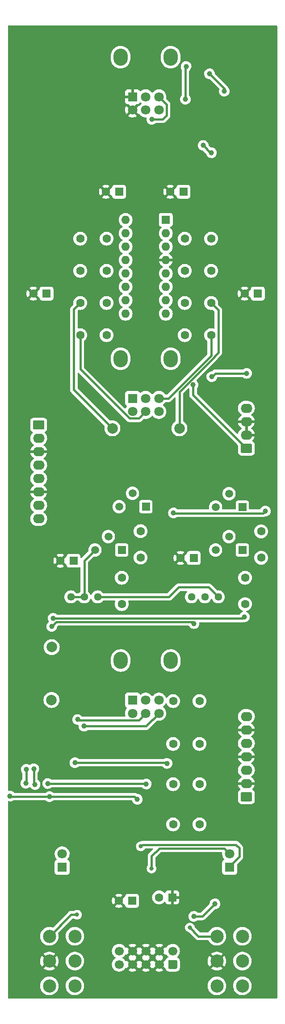
<source format=gtl>
G04 #@! TF.GenerationSoftware,KiCad,Pcbnew,6.0.5+dfsg-1~bpo11+1*
G04 #@! TF.CreationDate,2023-04-15T13:23:45+00:00*
G04 #@! TF.ProjectId,compressor_distortion,636f6d70-7265-4737-936f-725f64697374,0.1*
G04 #@! TF.SameCoordinates,Original*
G04 #@! TF.FileFunction,Copper,L1,Top*
G04 #@! TF.FilePolarity,Positive*
%FSLAX46Y46*%
G04 Gerber Fmt 4.6, Leading zero omitted, Abs format (unit mm)*
G04 Created by KiCad (PCBNEW 6.0.5+dfsg-1~bpo11+1) date 2023-04-15 13:23:45*
%MOMM*%
%LPD*%
G01*
G04 APERTURE LIST*
G04 #@! TA.AperFunction,ComponentPad*
%ADD10O,2.720000X3.240000*%
G04 #@! TD*
G04 #@! TA.AperFunction,ComponentPad*
%ADD11R,1.800000X1.800000*%
G04 #@! TD*
G04 #@! TA.AperFunction,ComponentPad*
%ADD12C,1.800000*%
G04 #@! TD*
G04 #@! TA.AperFunction,ComponentPad*
%ADD13C,2.500000*%
G04 #@! TD*
G04 #@! TA.AperFunction,ComponentPad*
%ADD14C,2.000000*%
G04 #@! TD*
G04 #@! TA.AperFunction,ComponentPad*
%ADD15R,1.600000X1.600000*%
G04 #@! TD*
G04 #@! TA.AperFunction,ComponentPad*
%ADD16C,1.600000*%
G04 #@! TD*
G04 #@! TA.AperFunction,ComponentPad*
%ADD17R,1.500000X1.500000*%
G04 #@! TD*
G04 #@! TA.AperFunction,ComponentPad*
%ADD18C,1.500000*%
G04 #@! TD*
G04 #@! TA.AperFunction,ComponentPad*
%ADD19O,2.190000X1.740000*%
G04 #@! TD*
G04 #@! TA.AperFunction,ComponentPad*
%ADD20C,1.700000*%
G04 #@! TD*
G04 #@! TA.AperFunction,ComponentPad*
%ADD21C,1.440000*%
G04 #@! TD*
G04 #@! TA.AperFunction,ComponentPad*
%ADD22O,1.600000X1.600000*%
G04 #@! TD*
G04 #@! TA.AperFunction,ViaPad*
%ADD23C,1.000000*%
G04 #@! TD*
G04 #@! TA.AperFunction,ViaPad*
%ADD24C,0.800000*%
G04 #@! TD*
G04 #@! TA.AperFunction,Conductor*
%ADD25C,0.400000*%
G04 #@! TD*
G04 APERTURE END LIST*
D10*
X104430000Y-165300000D03*
X113930000Y-165300000D03*
D11*
X106680000Y-172800000D03*
D12*
X109180000Y-172800000D03*
X111680000Y-172800000D03*
X106680000Y-175300000D03*
X109180000Y-175300000D03*
X111680000Y-175300000D03*
D13*
X127510000Y-217550000D03*
X127510000Y-222250000D03*
X127510000Y-226950000D03*
X122680000Y-217550000D03*
X122680000Y-222250000D03*
X122680000Y-226950000D03*
X95760000Y-217550000D03*
X95760000Y-222250000D03*
X95760000Y-226950000D03*
X90930000Y-217550000D03*
X90930000Y-222250000D03*
X90930000Y-226950000D03*
D10*
X113930000Y-50960000D03*
X104430000Y-50960000D03*
D11*
X106680000Y-58460000D03*
D12*
X109180000Y-58460000D03*
X111680000Y-58460000D03*
X106680000Y-60960000D03*
X109180000Y-60960000D03*
X111680000Y-60960000D03*
D11*
X125095000Y-204475000D03*
D12*
X125095000Y-201935000D03*
D10*
X113930000Y-108110000D03*
X104430000Y-108110000D03*
D11*
X106680000Y-115610000D03*
D12*
X109180000Y-115610000D03*
X111680000Y-115610000D03*
X106680000Y-118110000D03*
X109180000Y-118110000D03*
X111680000Y-118110000D03*
D11*
X93345000Y-204475000D03*
D12*
X93345000Y-201935000D03*
D14*
X91338400Y-172770800D03*
D15*
X118276380Y-145868000D03*
D16*
X115776380Y-145868000D03*
X131064000Y-140828000D03*
X131064000Y-145828000D03*
D17*
X104648000Y-144344000D03*
D18*
X102108000Y-141804000D03*
X99568000Y-144344000D03*
D16*
X101774000Y-91440000D03*
X96774000Y-91440000D03*
G04 #@! TA.AperFunction,ComponentPad*
G36*
G01*
X129115000Y-125965000D02*
X127425000Y-125965000D01*
G75*
G02*
X127175000Y-125715000I0J250000D01*
G01*
X127175000Y-124475000D01*
G75*
G02*
X127425000Y-124225000I250000J0D01*
G01*
X129115000Y-124225000D01*
G75*
G02*
X129365000Y-124475000I0J-250000D01*
G01*
X129365000Y-125715000D01*
G75*
G02*
X129115000Y-125965000I-250000J0D01*
G01*
G37*
G04 #@! TD.AperFunction*
D19*
X128270000Y-122555000D03*
X128270000Y-120015000D03*
X128270000Y-117475000D03*
D16*
X114380000Y-188722000D03*
X119380000Y-188722000D03*
D15*
X114212380Y-210185000D03*
D16*
X111712380Y-210185000D03*
X128016000Y-154606000D03*
X128016000Y-149606000D03*
D15*
X90384000Y-95758000D03*
D16*
X87884000Y-95758000D03*
X116586000Y-85344000D03*
X121586000Y-85344000D03*
G04 #@! TA.AperFunction,ComponentPad*
G36*
G01*
X114900000Y-223735000D02*
X113700000Y-223735000D01*
G75*
G02*
X113450000Y-223485000I0J250000D01*
G01*
X113450000Y-222285000D01*
G75*
G02*
X113700000Y-222035000I250000J0D01*
G01*
X114900000Y-222035000D01*
G75*
G02*
X115150000Y-222285000I0J-250000D01*
G01*
X115150000Y-223485000D01*
G75*
G02*
X114900000Y-223735000I-250000J0D01*
G01*
G37*
G04 #@! TD.AperFunction*
D20*
X114300000Y-220345000D03*
X111760000Y-222885000D03*
X111760000Y-220345000D03*
X109220000Y-222885000D03*
X109220000Y-220345000D03*
X106680000Y-222885000D03*
X106680000Y-220345000D03*
X104140000Y-222885000D03*
X104140000Y-220345000D03*
D16*
X96774000Y-97536000D03*
X101774000Y-97536000D03*
X104648000Y-149606000D03*
X104648000Y-154606000D03*
X108204000Y-140788000D03*
X108204000Y-145788000D03*
X114380000Y-196342000D03*
X119380000Y-196342000D03*
X114380000Y-181102000D03*
X119380000Y-181102000D03*
G04 #@! TA.AperFunction,ComponentPad*
G36*
G01*
X129115000Y-192005000D02*
X127425000Y-192005000D01*
G75*
G02*
X127175000Y-191755000I0J250000D01*
G01*
X127175000Y-190515000D01*
G75*
G02*
X127425000Y-190265000I250000J0D01*
G01*
X129115000Y-190265000D01*
G75*
G02*
X129365000Y-190515000I0J-250000D01*
G01*
X129365000Y-191755000D01*
G75*
G02*
X129115000Y-192005000I-250000J0D01*
G01*
G37*
G04 #@! TD.AperFunction*
D19*
X128270000Y-188595000D03*
X128270000Y-186055000D03*
X128270000Y-183515000D03*
X128270000Y-180975000D03*
X128270000Y-178435000D03*
X128270000Y-175895000D03*
D16*
X101774000Y-85344000D03*
X96774000Y-85344000D03*
D14*
X91363800Y-162763200D03*
D21*
X117856000Y-153234000D03*
X120396000Y-153234000D03*
X122936000Y-153234000D03*
D16*
X121586000Y-103632000D03*
X116586000Y-103632000D03*
D15*
X116332000Y-76454000D03*
D16*
X113832000Y-76454000D03*
X116586000Y-91440000D03*
X121586000Y-91440000D03*
D15*
X95504000Y-146384000D03*
D16*
X93004000Y-146384000D03*
X96774000Y-103632000D03*
X101774000Y-103632000D03*
D14*
X102870000Y-121285000D03*
D17*
X109220000Y-136144000D03*
D18*
X106680000Y-133604000D03*
X104140000Y-136144000D03*
D16*
X114380000Y-172974000D03*
X119380000Y-172974000D03*
D17*
X127508000Y-136224000D03*
D18*
X124968000Y-133684000D03*
X122428000Y-136224000D03*
D17*
X127508000Y-144352000D03*
D18*
X124968000Y-141812000D03*
X122428000Y-144352000D03*
G04 #@! TA.AperFunction,ComponentPad*
G36*
G01*
X88055000Y-119780000D02*
X89745000Y-119780000D01*
G75*
G02*
X89995000Y-120030000I0J-250000D01*
G01*
X89995000Y-121270000D01*
G75*
G02*
X89745000Y-121520000I-250000J0D01*
G01*
X88055000Y-121520000D01*
G75*
G02*
X87805000Y-121270000I0J250000D01*
G01*
X87805000Y-120030000D01*
G75*
G02*
X88055000Y-119780000I250000J0D01*
G01*
G37*
G04 #@! TD.AperFunction*
D19*
X88900000Y-123190000D03*
X88900000Y-125730000D03*
X88900000Y-128270000D03*
X88900000Y-130810000D03*
X88900000Y-133350000D03*
X88900000Y-135890000D03*
X88900000Y-138430000D03*
D15*
X106592380Y-210820000D03*
D16*
X104092380Y-210820000D03*
D15*
X130428380Y-95758000D03*
D16*
X127928380Y-95758000D03*
X121586000Y-97536000D03*
X116586000Y-97536000D03*
D15*
X104140000Y-76454000D03*
D16*
X101640000Y-76454000D03*
D21*
X94996000Y-153234000D03*
X97536000Y-153234000D03*
X100076000Y-153234000D03*
D14*
X115570000Y-121285000D03*
D15*
X112990000Y-81788000D03*
D22*
X112990000Y-84328000D03*
X112990000Y-86868000D03*
X112990000Y-89408000D03*
X112990000Y-91948000D03*
X112990000Y-94488000D03*
X112990000Y-97028000D03*
X112990000Y-99568000D03*
X105370000Y-99568000D03*
X105370000Y-97028000D03*
X105370000Y-94488000D03*
X105370000Y-91948000D03*
X105370000Y-89408000D03*
X105370000Y-86868000D03*
X105370000Y-84328000D03*
X105370000Y-81788000D03*
D23*
X95758000Y-184658000D03*
X113233200Y-184785000D03*
X111658400Y-102362000D03*
X104165400Y-179933600D03*
X104546400Y-192354200D03*
X117246400Y-138988800D03*
X108686600Y-197104000D03*
X97409000Y-137287000D03*
X104241600Y-172618400D03*
X124104400Y-116230400D03*
X131368800Y-101854000D03*
X117830600Y-126644400D03*
X131191000Y-196011800D03*
X114096800Y-116789200D03*
D24*
X96266000Y-205359000D03*
D23*
X103378000Y-112826800D03*
X92583000Y-194513200D03*
X87884000Y-104419400D03*
X97282000Y-129768600D03*
X98628200Y-197078600D03*
X118338600Y-165354000D03*
X128625600Y-165379400D03*
X95681800Y-180492400D03*
X116586000Y-66040000D03*
X126365000Y-66040000D03*
X131470400Y-170891200D03*
X91363800Y-158851600D03*
X118338600Y-158292800D03*
X121716800Y-111506000D03*
X128320800Y-110871000D03*
X121640600Y-69062600D03*
X131866300Y-136975898D03*
X114452400Y-137337800D03*
X120078501Y-67678301D03*
X127889000Y-157022800D03*
X91645734Y-157297580D03*
X97459800Y-177749200D03*
D24*
X108254800Y-200507600D03*
X110286800Y-204724000D03*
D23*
X118165711Y-113062211D03*
X96280900Y-176479200D03*
D24*
X96164400Y-213461600D03*
X117551200Y-215900000D03*
D23*
X124079000Y-57404000D03*
X121285000Y-54102000D03*
X90627200Y-188595000D03*
X109296200Y-188696600D03*
X90957400Y-191084200D03*
X107594400Y-191592200D03*
X116840000Y-52705000D03*
X83464400Y-190982600D03*
X116713000Y-58928000D03*
X87985600Y-185801000D03*
X88214200Y-188798200D03*
X122326400Y-211404200D03*
X118313200Y-213791800D03*
X86537800Y-185928000D03*
X86461600Y-188569600D03*
X110361957Y-62736957D03*
D25*
X113233200Y-184785000D02*
X113106200Y-184658000D01*
X113106200Y-184658000D02*
X95758000Y-184658000D01*
X111680000Y-115610000D02*
X113498000Y-115610000D01*
X121586000Y-107522000D02*
X121586000Y-103632000D01*
X113498000Y-115610000D02*
X121586000Y-107522000D01*
X92227400Y-157988000D02*
X91363800Y-158851600D01*
X118338600Y-158292800D02*
X118033800Y-157988000D01*
X118033800Y-157988000D02*
X92227400Y-157988000D01*
X128320800Y-110871000D02*
X122351800Y-110871000D01*
X122351800Y-110871000D02*
X121716800Y-111506000D01*
X131468687Y-137373511D02*
X131866300Y-136975898D01*
X115434600Y-151409400D02*
X121111400Y-151409400D01*
X100076000Y-153234000D02*
X113610000Y-153234000D01*
X121640600Y-69062600D02*
X121462800Y-69062600D01*
X113610000Y-153234000D02*
X115434600Y-151409400D01*
X121462800Y-69062600D02*
X120078501Y-67678301D01*
X121111400Y-151409400D02*
X122936000Y-153234000D01*
X114452400Y-137337800D02*
X114488111Y-137373511D01*
X114488111Y-137373511D02*
X131468687Y-137373511D01*
X91675754Y-157327600D02*
X91645734Y-157297580D01*
X127889000Y-157022800D02*
X127584200Y-157327600D01*
X127584200Y-157327600D02*
X91675754Y-157327600D01*
X111680000Y-175300000D02*
X109230800Y-177749200D01*
X109230800Y-177749200D02*
X97459800Y-177749200D01*
X97536000Y-153234000D02*
X97536000Y-146376000D01*
X97536000Y-146376000D02*
X99568000Y-144344000D01*
X94996000Y-153234000D02*
X97536000Y-153234000D01*
X108559600Y-200202800D02*
X108254800Y-200507600D01*
X125095000Y-204475000D02*
X125095000Y-204292200D01*
X125095000Y-204292200D02*
X126898400Y-202488800D01*
X126949200Y-202438000D02*
X126949200Y-200863200D01*
X108559600Y-200202800D02*
X126288800Y-200202800D01*
X126949200Y-200863200D02*
X126288800Y-200202800D01*
X126898400Y-202488800D02*
X126949200Y-202438000D01*
X111760000Y-200914000D02*
X110286800Y-202387200D01*
X125095000Y-201935000D02*
X124074000Y-200914000D01*
X124074000Y-200914000D02*
X111760000Y-200914000D01*
X110286800Y-202387200D02*
X110286800Y-204724000D01*
X118165711Y-114990711D02*
X128270000Y-125095000D01*
X118165711Y-113062211D02*
X118165711Y-114990711D01*
X109180000Y-175300000D02*
X107880489Y-176599511D01*
X96401211Y-176599511D02*
X96280900Y-176479200D01*
X107880489Y-176599511D02*
X96401211Y-176599511D01*
X96164400Y-213461600D02*
X95018400Y-213461600D01*
X95018400Y-213461600D02*
X90930000Y-217550000D01*
X117551200Y-215900000D02*
X119201200Y-217550000D01*
X119201200Y-217550000D02*
X122680000Y-217550000D01*
X95574489Y-113989489D02*
X95574489Y-98735511D01*
X102870000Y-121285000D02*
X95574489Y-113989489D01*
X95574489Y-98735511D02*
X96774000Y-97536000D01*
X96774000Y-110041787D02*
X96774000Y-103632000D01*
X107880489Y-119409511D02*
X106141724Y-119409511D01*
X106141724Y-119409511D02*
X96774000Y-110041787D01*
X109180000Y-118110000D02*
X107880489Y-119409511D01*
X122185511Y-107770325D02*
X122185510Y-107668726D01*
X115570000Y-121285000D02*
X115570000Y-114385836D01*
X122936000Y-98886000D02*
X121586000Y-97536000D01*
X122936000Y-106918236D02*
X122936000Y-98886000D01*
X115570000Y-114385836D02*
X122185511Y-107770325D01*
X122185510Y-107668726D02*
X122936000Y-106918236D01*
X124079000Y-56896000D02*
X124079000Y-57404000D01*
X121285000Y-54102000D02*
X124079000Y-56896000D01*
X109296200Y-188696600D02*
X109194600Y-188595000D01*
X109194600Y-188595000D02*
X90627200Y-188595000D01*
X83566000Y-191084200D02*
X83464400Y-190982600D01*
X116713000Y-52832000D02*
X116713000Y-58928000D01*
X90957400Y-191084200D02*
X83566000Y-191084200D01*
X107086400Y-191084200D02*
X90957400Y-191084200D01*
X107594400Y-191592200D02*
X107086400Y-191084200D01*
X116840000Y-52705000D02*
X116713000Y-52832000D01*
X118313200Y-213791800D02*
X119938800Y-213791800D01*
X87985600Y-188569600D02*
X88214200Y-188798200D01*
X87985600Y-185801000D02*
X87985600Y-188569600D01*
X119938800Y-213791800D02*
X122326400Y-211404200D01*
X86537800Y-185928000D02*
X86537800Y-188493400D01*
X86537800Y-188493400D02*
X86461600Y-188569600D01*
X112396043Y-62736957D02*
X110361957Y-62736957D01*
X111680000Y-58460000D02*
X113157000Y-59937000D01*
X113157000Y-61976000D02*
X112396043Y-62736957D01*
X113157000Y-59937000D02*
X113157000Y-61976000D01*
G04 #@! TA.AperFunction,Conductor*
G36*
X134053621Y-44978502D02*
G01*
X134100114Y-45032158D01*
X134111500Y-45084500D01*
X134111500Y-229235500D01*
X134091498Y-229303621D01*
X134037842Y-229350114D01*
X133985500Y-229361500D01*
X83184500Y-229361500D01*
X83116379Y-229341498D01*
X83069886Y-229287842D01*
X83058500Y-229235500D01*
X83058500Y-226903839D01*
X89167173Y-226903839D01*
X89179713Y-227164908D01*
X89230704Y-227421256D01*
X89319026Y-227667252D01*
X89321242Y-227671376D01*
X89385753Y-227791437D01*
X89442737Y-227897491D01*
X89445532Y-227901234D01*
X89445534Y-227901237D01*
X89596330Y-228103177D01*
X89596335Y-228103183D01*
X89599122Y-228106915D01*
X89602431Y-228110195D01*
X89602436Y-228110201D01*
X89781426Y-228287635D01*
X89784743Y-228290923D01*
X89788505Y-228293681D01*
X89788508Y-228293684D01*
X89991750Y-228442707D01*
X89995524Y-228445474D01*
X89999667Y-228447654D01*
X89999669Y-228447655D01*
X90222684Y-228564989D01*
X90222689Y-228564991D01*
X90226834Y-228567172D01*
X90473590Y-228653344D01*
X90478183Y-228654216D01*
X90725785Y-228701224D01*
X90725788Y-228701224D01*
X90730374Y-228702095D01*
X90860959Y-228707226D01*
X90986875Y-228712174D01*
X90986881Y-228712174D01*
X90991543Y-228712357D01*
X91070977Y-228703657D01*
X91246707Y-228684412D01*
X91246712Y-228684411D01*
X91251360Y-228683902D01*
X91364116Y-228654216D01*
X91499594Y-228618548D01*
X91499596Y-228618547D01*
X91504117Y-228617357D01*
X91744262Y-228514182D01*
X91966519Y-228376646D01*
X91970082Y-228373629D01*
X91970087Y-228373626D01*
X92162439Y-228210787D01*
X92162440Y-228210786D01*
X92166005Y-228207768D01*
X92257729Y-228103177D01*
X92335257Y-228014774D01*
X92335261Y-228014769D01*
X92338339Y-228011259D01*
X92479733Y-227791437D01*
X92587083Y-227553129D01*
X92658030Y-227301572D01*
X92674832Y-227169496D01*
X92690616Y-227045421D01*
X92690616Y-227045417D01*
X92691014Y-227042291D01*
X92693431Y-226950000D01*
X92690001Y-226903839D01*
X93997173Y-226903839D01*
X94009713Y-227164908D01*
X94060704Y-227421256D01*
X94149026Y-227667252D01*
X94151242Y-227671376D01*
X94215753Y-227791437D01*
X94272737Y-227897491D01*
X94275532Y-227901234D01*
X94275534Y-227901237D01*
X94426330Y-228103177D01*
X94426335Y-228103183D01*
X94429122Y-228106915D01*
X94432431Y-228110195D01*
X94432436Y-228110201D01*
X94611426Y-228287635D01*
X94614743Y-228290923D01*
X94618505Y-228293681D01*
X94618508Y-228293684D01*
X94821750Y-228442707D01*
X94825524Y-228445474D01*
X94829667Y-228447654D01*
X94829669Y-228447655D01*
X95052684Y-228564989D01*
X95052689Y-228564991D01*
X95056834Y-228567172D01*
X95303590Y-228653344D01*
X95308183Y-228654216D01*
X95555785Y-228701224D01*
X95555788Y-228701224D01*
X95560374Y-228702095D01*
X95690959Y-228707226D01*
X95816875Y-228712174D01*
X95816881Y-228712174D01*
X95821543Y-228712357D01*
X95900977Y-228703657D01*
X96076707Y-228684412D01*
X96076712Y-228684411D01*
X96081360Y-228683902D01*
X96194116Y-228654216D01*
X96329594Y-228618548D01*
X96329596Y-228618547D01*
X96334117Y-228617357D01*
X96574262Y-228514182D01*
X96796519Y-228376646D01*
X96800082Y-228373629D01*
X96800087Y-228373626D01*
X96992439Y-228210787D01*
X96992440Y-228210786D01*
X96996005Y-228207768D01*
X97087729Y-228103177D01*
X97165257Y-228014774D01*
X97165261Y-228014769D01*
X97168339Y-228011259D01*
X97309733Y-227791437D01*
X97417083Y-227553129D01*
X97488030Y-227301572D01*
X97504832Y-227169496D01*
X97520616Y-227045421D01*
X97520616Y-227045417D01*
X97521014Y-227042291D01*
X97523431Y-226950000D01*
X97520001Y-226903839D01*
X120917173Y-226903839D01*
X120929713Y-227164908D01*
X120980704Y-227421256D01*
X121069026Y-227667252D01*
X121071242Y-227671376D01*
X121135753Y-227791437D01*
X121192737Y-227897491D01*
X121195532Y-227901234D01*
X121195534Y-227901237D01*
X121346330Y-228103177D01*
X121346335Y-228103183D01*
X121349122Y-228106915D01*
X121352431Y-228110195D01*
X121352436Y-228110201D01*
X121531426Y-228287635D01*
X121534743Y-228290923D01*
X121538505Y-228293681D01*
X121538508Y-228293684D01*
X121741750Y-228442707D01*
X121745524Y-228445474D01*
X121749667Y-228447654D01*
X121749669Y-228447655D01*
X121972684Y-228564989D01*
X121972689Y-228564991D01*
X121976834Y-228567172D01*
X122223590Y-228653344D01*
X122228183Y-228654216D01*
X122475785Y-228701224D01*
X122475788Y-228701224D01*
X122480374Y-228702095D01*
X122610959Y-228707226D01*
X122736875Y-228712174D01*
X122736881Y-228712174D01*
X122741543Y-228712357D01*
X122820977Y-228703657D01*
X122996707Y-228684412D01*
X122996712Y-228684411D01*
X123001360Y-228683902D01*
X123114116Y-228654216D01*
X123249594Y-228618548D01*
X123249596Y-228618547D01*
X123254117Y-228617357D01*
X123494262Y-228514182D01*
X123716519Y-228376646D01*
X123720082Y-228373629D01*
X123720087Y-228373626D01*
X123912439Y-228210787D01*
X123912440Y-228210786D01*
X123916005Y-228207768D01*
X124007729Y-228103177D01*
X124085257Y-228014774D01*
X124085261Y-228014769D01*
X124088339Y-228011259D01*
X124229733Y-227791437D01*
X124337083Y-227553129D01*
X124408030Y-227301572D01*
X124424832Y-227169496D01*
X124440616Y-227045421D01*
X124440616Y-227045417D01*
X124441014Y-227042291D01*
X124443431Y-226950000D01*
X124440001Y-226903839D01*
X125747173Y-226903839D01*
X125759713Y-227164908D01*
X125810704Y-227421256D01*
X125899026Y-227667252D01*
X125901242Y-227671376D01*
X125965753Y-227791437D01*
X126022737Y-227897491D01*
X126025532Y-227901234D01*
X126025534Y-227901237D01*
X126176330Y-228103177D01*
X126176335Y-228103183D01*
X126179122Y-228106915D01*
X126182431Y-228110195D01*
X126182436Y-228110201D01*
X126361426Y-228287635D01*
X126364743Y-228290923D01*
X126368505Y-228293681D01*
X126368508Y-228293684D01*
X126571750Y-228442707D01*
X126575524Y-228445474D01*
X126579667Y-228447654D01*
X126579669Y-228447655D01*
X126802684Y-228564989D01*
X126802689Y-228564991D01*
X126806834Y-228567172D01*
X127053590Y-228653344D01*
X127058183Y-228654216D01*
X127305785Y-228701224D01*
X127305788Y-228701224D01*
X127310374Y-228702095D01*
X127440959Y-228707226D01*
X127566875Y-228712174D01*
X127566881Y-228712174D01*
X127571543Y-228712357D01*
X127650977Y-228703657D01*
X127826707Y-228684412D01*
X127826712Y-228684411D01*
X127831360Y-228683902D01*
X127944116Y-228654216D01*
X128079594Y-228618548D01*
X128079596Y-228618547D01*
X128084117Y-228617357D01*
X128324262Y-228514182D01*
X128546519Y-228376646D01*
X128550082Y-228373629D01*
X128550087Y-228373626D01*
X128742439Y-228210787D01*
X128742440Y-228210786D01*
X128746005Y-228207768D01*
X128837729Y-228103177D01*
X128915257Y-228014774D01*
X128915261Y-228014769D01*
X128918339Y-228011259D01*
X129059733Y-227791437D01*
X129167083Y-227553129D01*
X129238030Y-227301572D01*
X129254832Y-227169496D01*
X129270616Y-227045421D01*
X129270616Y-227045417D01*
X129271014Y-227042291D01*
X129273431Y-226950000D01*
X129254061Y-226689348D01*
X129242725Y-226639248D01*
X129197408Y-226438980D01*
X129196377Y-226434423D01*
X129101647Y-226190823D01*
X128971951Y-225963902D01*
X128810138Y-225758643D01*
X128619763Y-225579557D01*
X128405009Y-225430576D01*
X128400816Y-225428508D01*
X128174781Y-225317040D01*
X128174778Y-225317039D01*
X128170593Y-225314975D01*
X128124449Y-225300204D01*
X127926123Y-225236720D01*
X127921665Y-225235293D01*
X127663693Y-225193279D01*
X127549942Y-225191790D01*
X127407022Y-225189919D01*
X127407019Y-225189919D01*
X127402345Y-225189858D01*
X127143362Y-225225104D01*
X126892433Y-225298243D01*
X126888180Y-225300203D01*
X126888179Y-225300204D01*
X126851659Y-225317040D01*
X126655072Y-225407668D01*
X126616067Y-225433241D01*
X126440404Y-225548410D01*
X126440399Y-225548414D01*
X126436491Y-225550976D01*
X126241494Y-225725018D01*
X126074363Y-225925970D01*
X125938771Y-226149419D01*
X125837697Y-226390455D01*
X125773359Y-226643783D01*
X125747173Y-226903839D01*
X124440001Y-226903839D01*
X124424061Y-226689348D01*
X124412725Y-226639248D01*
X124367408Y-226438980D01*
X124366377Y-226434423D01*
X124271647Y-226190823D01*
X124141951Y-225963902D01*
X123980138Y-225758643D01*
X123789763Y-225579557D01*
X123575009Y-225430576D01*
X123570816Y-225428508D01*
X123344781Y-225317040D01*
X123344778Y-225317039D01*
X123340593Y-225314975D01*
X123294449Y-225300204D01*
X123096123Y-225236720D01*
X123091665Y-225235293D01*
X122833693Y-225193279D01*
X122719942Y-225191790D01*
X122577022Y-225189919D01*
X122577019Y-225189919D01*
X122572345Y-225189858D01*
X122313362Y-225225104D01*
X122062433Y-225298243D01*
X122058180Y-225300203D01*
X122058179Y-225300204D01*
X122021659Y-225317040D01*
X121825072Y-225407668D01*
X121786067Y-225433241D01*
X121610404Y-225548410D01*
X121610399Y-225548414D01*
X121606491Y-225550976D01*
X121411494Y-225725018D01*
X121244363Y-225925970D01*
X121108771Y-226149419D01*
X121007697Y-226390455D01*
X120943359Y-226643783D01*
X120917173Y-226903839D01*
X97520001Y-226903839D01*
X97504061Y-226689348D01*
X97492725Y-226639248D01*
X97447408Y-226438980D01*
X97446377Y-226434423D01*
X97351647Y-226190823D01*
X97221951Y-225963902D01*
X97060138Y-225758643D01*
X96869763Y-225579557D01*
X96655009Y-225430576D01*
X96650816Y-225428508D01*
X96424781Y-225317040D01*
X96424778Y-225317039D01*
X96420593Y-225314975D01*
X96374449Y-225300204D01*
X96176123Y-225236720D01*
X96171665Y-225235293D01*
X95913693Y-225193279D01*
X95799942Y-225191790D01*
X95657022Y-225189919D01*
X95657019Y-225189919D01*
X95652345Y-225189858D01*
X95393362Y-225225104D01*
X95142433Y-225298243D01*
X95138180Y-225300203D01*
X95138179Y-225300204D01*
X95101659Y-225317040D01*
X94905072Y-225407668D01*
X94866067Y-225433241D01*
X94690404Y-225548410D01*
X94690399Y-225548414D01*
X94686491Y-225550976D01*
X94491494Y-225725018D01*
X94324363Y-225925970D01*
X94188771Y-226149419D01*
X94087697Y-226390455D01*
X94023359Y-226643783D01*
X93997173Y-226903839D01*
X92690001Y-226903839D01*
X92674061Y-226689348D01*
X92662725Y-226639248D01*
X92617408Y-226438980D01*
X92616377Y-226434423D01*
X92521647Y-226190823D01*
X92391951Y-225963902D01*
X92230138Y-225758643D01*
X92039763Y-225579557D01*
X91825009Y-225430576D01*
X91820816Y-225428508D01*
X91594781Y-225317040D01*
X91594778Y-225317039D01*
X91590593Y-225314975D01*
X91544449Y-225300204D01*
X91346123Y-225236720D01*
X91341665Y-225235293D01*
X91083693Y-225193279D01*
X90969942Y-225191790D01*
X90827022Y-225189919D01*
X90827019Y-225189919D01*
X90822345Y-225189858D01*
X90563362Y-225225104D01*
X90312433Y-225298243D01*
X90308180Y-225300203D01*
X90308179Y-225300204D01*
X90271659Y-225317040D01*
X90075072Y-225407668D01*
X90036067Y-225433241D01*
X89860404Y-225548410D01*
X89860399Y-225548414D01*
X89856491Y-225550976D01*
X89661494Y-225725018D01*
X89494363Y-225925970D01*
X89358771Y-226149419D01*
X89257697Y-226390455D01*
X89193359Y-226643783D01*
X89167173Y-226903839D01*
X83058500Y-226903839D01*
X83058500Y-223659133D01*
X89885612Y-223659133D01*
X89894325Y-223670653D01*
X89992018Y-223742284D01*
X89999928Y-223747227D01*
X90222890Y-223864533D01*
X90231453Y-223868256D01*
X90469304Y-223951318D01*
X90478313Y-223953732D01*
X90725842Y-224000727D01*
X90735098Y-224001781D01*
X90986857Y-224011673D01*
X90996171Y-224011347D01*
X91246615Y-223983920D01*
X91255792Y-223982219D01*
X91499431Y-223918074D01*
X91508251Y-223915037D01*
X91739736Y-223815583D01*
X91748008Y-223811276D01*
X91962249Y-223678700D01*
X91969188Y-223673658D01*
X91977518Y-223661019D01*
X91971456Y-223650666D01*
X90942812Y-222622022D01*
X90928868Y-222614408D01*
X90927035Y-222614539D01*
X90920420Y-222618790D01*
X89892270Y-223646940D01*
X89885612Y-223659133D01*
X83058500Y-223659133D01*
X83058500Y-222208523D01*
X89167898Y-222208523D01*
X89179987Y-222460175D01*
X89181124Y-222469435D01*
X89230274Y-222716535D01*
X89232768Y-222725528D01*
X89317900Y-222962639D01*
X89321700Y-222971174D01*
X89440946Y-223193101D01*
X89445957Y-223200968D01*
X89509446Y-223285990D01*
X89520704Y-223294439D01*
X89533123Y-223287667D01*
X90557978Y-222262812D01*
X90564356Y-222251132D01*
X91294408Y-222251132D01*
X91294539Y-222252965D01*
X91298790Y-222259580D01*
X92329913Y-223290703D01*
X92342293Y-223297463D01*
X92350634Y-223291219D01*
X92476765Y-223095127D01*
X92481212Y-223086936D01*
X92584691Y-222857222D01*
X92587882Y-222848455D01*
X92656269Y-222605976D01*
X92658129Y-222596834D01*
X92690116Y-222345396D01*
X92690597Y-222339108D01*
X92692847Y-222253160D01*
X92692696Y-222246851D01*
X92689500Y-222203839D01*
X93997173Y-222203839D01*
X93997397Y-222208505D01*
X93997397Y-222208511D01*
X94003443Y-222334374D01*
X94009713Y-222464908D01*
X94060704Y-222721256D01*
X94149026Y-222967252D01*
X94151242Y-222971376D01*
X94259615Y-223173069D01*
X94272737Y-223197491D01*
X94275532Y-223201234D01*
X94275534Y-223201237D01*
X94426330Y-223403177D01*
X94426335Y-223403183D01*
X94429122Y-223406915D01*
X94432431Y-223410195D01*
X94432436Y-223410201D01*
X94567774Y-223544362D01*
X94614743Y-223590923D01*
X94618505Y-223593681D01*
X94618508Y-223593684D01*
X94778964Y-223711335D01*
X94825524Y-223745474D01*
X94829667Y-223747654D01*
X94829669Y-223747655D01*
X95052684Y-223864989D01*
X95052689Y-223864991D01*
X95056834Y-223867172D01*
X95303590Y-223953344D01*
X95308183Y-223954216D01*
X95555785Y-224001224D01*
X95555788Y-224001224D01*
X95560374Y-224002095D01*
X95690959Y-224007226D01*
X95816875Y-224012174D01*
X95816881Y-224012174D01*
X95821543Y-224012357D01*
X95900977Y-224003657D01*
X96076707Y-223984412D01*
X96076712Y-223984411D01*
X96081360Y-223983902D01*
X96154975Y-223964521D01*
X96329594Y-223918548D01*
X96329596Y-223918547D01*
X96334117Y-223917357D01*
X96574262Y-223814182D01*
X96584676Y-223807738D01*
X96792547Y-223679104D01*
X96792548Y-223679104D01*
X96796519Y-223676646D01*
X96800082Y-223673629D01*
X96800087Y-223673626D01*
X96992439Y-223510787D01*
X96992440Y-223510786D01*
X96996005Y-223507768D01*
X97102082Y-223386811D01*
X97165257Y-223314774D01*
X97165261Y-223314769D01*
X97168339Y-223311259D01*
X97177238Y-223297425D01*
X97307205Y-223095367D01*
X97309733Y-223091437D01*
X97417083Y-222853129D01*
X97417487Y-222851695D01*
X102777251Y-222851695D01*
X102777548Y-222856848D01*
X102777548Y-222856851D01*
X102789812Y-223069547D01*
X102790110Y-223074715D01*
X102791247Y-223079761D01*
X102791248Y-223079767D01*
X102794710Y-223095127D01*
X102839222Y-223292639D01*
X102923266Y-223499616D01*
X102960072Y-223559678D01*
X103031750Y-223676646D01*
X103039987Y-223690088D01*
X103186250Y-223858938D01*
X103358126Y-224001632D01*
X103551000Y-224114338D01*
X103759692Y-224194030D01*
X103764760Y-224195061D01*
X103764763Y-224195062D01*
X103869604Y-224216392D01*
X103978597Y-224238567D01*
X103983772Y-224238757D01*
X103983774Y-224238757D01*
X104196673Y-224246564D01*
X104196677Y-224246564D01*
X104201837Y-224246753D01*
X104206957Y-224246097D01*
X104206959Y-224246097D01*
X104418288Y-224219025D01*
X104418289Y-224219025D01*
X104423416Y-224218368D01*
X104428366Y-224216883D01*
X104632429Y-224155661D01*
X104632434Y-224155659D01*
X104637384Y-224154174D01*
X104837994Y-224055896D01*
X104902544Y-224009853D01*
X105919977Y-224009853D01*
X105925258Y-224016907D01*
X106086756Y-224111279D01*
X106096042Y-224115729D01*
X106295001Y-224191703D01*
X106304899Y-224194579D01*
X106513595Y-224237038D01*
X106523823Y-224238257D01*
X106736650Y-224246062D01*
X106746936Y-224245595D01*
X106958185Y-224218534D01*
X106968262Y-224216392D01*
X107172255Y-224155191D01*
X107181842Y-224151433D01*
X107373098Y-224057738D01*
X107381944Y-224052465D01*
X107429247Y-224018723D01*
X107436211Y-224009853D01*
X108459977Y-224009853D01*
X108465258Y-224016907D01*
X108626756Y-224111279D01*
X108636042Y-224115729D01*
X108835001Y-224191703D01*
X108844899Y-224194579D01*
X109053595Y-224237038D01*
X109063823Y-224238257D01*
X109276650Y-224246062D01*
X109286936Y-224245595D01*
X109498185Y-224218534D01*
X109508262Y-224216392D01*
X109712255Y-224155191D01*
X109721842Y-224151433D01*
X109913098Y-224057738D01*
X109921944Y-224052465D01*
X109969247Y-224018723D01*
X109976211Y-224009853D01*
X110999977Y-224009853D01*
X111005258Y-224016907D01*
X111166756Y-224111279D01*
X111176042Y-224115729D01*
X111375001Y-224191703D01*
X111384899Y-224194579D01*
X111593595Y-224237038D01*
X111603823Y-224238257D01*
X111816650Y-224246062D01*
X111826936Y-224245595D01*
X112038185Y-224218534D01*
X112048262Y-224216392D01*
X112252255Y-224155191D01*
X112261842Y-224151433D01*
X112453098Y-224057738D01*
X112461944Y-224052465D01*
X112509247Y-224018723D01*
X112517648Y-224008023D01*
X112510660Y-223994870D01*
X111772812Y-223257022D01*
X111758868Y-223249408D01*
X111757035Y-223249539D01*
X111750420Y-223253790D01*
X111006737Y-223997473D01*
X110999977Y-224009853D01*
X109976211Y-224009853D01*
X109977648Y-224008023D01*
X109970660Y-223994870D01*
X109232812Y-223257022D01*
X109218868Y-223249408D01*
X109217035Y-223249539D01*
X109210420Y-223253790D01*
X108466737Y-223997473D01*
X108459977Y-224009853D01*
X107436211Y-224009853D01*
X107437648Y-224008023D01*
X107430660Y-223994870D01*
X106692812Y-223257022D01*
X106678868Y-223249408D01*
X106677035Y-223249539D01*
X106670420Y-223253790D01*
X105926737Y-223997473D01*
X105919977Y-224009853D01*
X104902544Y-224009853D01*
X105019860Y-223926173D01*
X105027988Y-223918074D01*
X105130837Y-223815583D01*
X105178096Y-223768489D01*
X105204430Y-223731842D01*
X105308453Y-223587077D01*
X105309640Y-223587930D01*
X105356960Y-223544362D01*
X105426897Y-223532145D01*
X105492338Y-223559678D01*
X105520166Y-223591512D01*
X105546459Y-223634419D01*
X105556916Y-223643880D01*
X105565694Y-223640096D01*
X106307978Y-222897812D01*
X106314356Y-222886132D01*
X107044408Y-222886132D01*
X107044539Y-222887965D01*
X107048790Y-222894580D01*
X107790474Y-223636264D01*
X107802484Y-223642823D01*
X107814223Y-223633855D01*
X107848022Y-223586819D01*
X107849149Y-223587629D01*
X107896659Y-223543881D01*
X107966596Y-223531661D01*
X108032038Y-223559191D01*
X108059870Y-223591029D01*
X108086459Y-223634419D01*
X108096916Y-223643880D01*
X108105694Y-223640096D01*
X108847978Y-222897812D01*
X108854356Y-222886132D01*
X109584408Y-222886132D01*
X109584539Y-222887965D01*
X109588790Y-222894580D01*
X110330474Y-223636264D01*
X110342484Y-223642823D01*
X110354223Y-223633855D01*
X110388022Y-223586819D01*
X110389149Y-223587629D01*
X110436659Y-223543881D01*
X110506596Y-223531661D01*
X110572038Y-223559191D01*
X110599870Y-223591029D01*
X110626459Y-223634419D01*
X110636916Y-223643880D01*
X110645694Y-223640096D01*
X111387978Y-222897812D01*
X111394356Y-222886132D01*
X112124408Y-222886132D01*
X112124539Y-222887965D01*
X112128790Y-222894580D01*
X112870474Y-223636264D01*
X112910998Y-223658393D01*
X112923589Y-223661132D01*
X112973791Y-223711335D01*
X112982726Y-223731842D01*
X113008450Y-223808946D01*
X113101522Y-223959348D01*
X113226697Y-224084305D01*
X113232927Y-224088145D01*
X113232928Y-224088146D01*
X113370090Y-224172694D01*
X113377262Y-224177115D01*
X113429915Y-224194579D01*
X113538611Y-224230632D01*
X113538613Y-224230632D01*
X113545139Y-224232797D01*
X113551975Y-224233497D01*
X113551978Y-224233498D01*
X113586531Y-224237038D01*
X113649600Y-224243500D01*
X114950400Y-224243500D01*
X114953646Y-224243163D01*
X114953650Y-224243163D01*
X115049308Y-224233238D01*
X115049312Y-224233237D01*
X115056166Y-224232526D01*
X115062702Y-224230345D01*
X115062704Y-224230345D01*
X115194806Y-224186272D01*
X115223946Y-224176550D01*
X115374348Y-224083478D01*
X115499305Y-223958303D01*
X115521357Y-223922529D01*
X115588275Y-223813968D01*
X115588276Y-223813966D01*
X115592115Y-223807738D01*
X115641405Y-223659133D01*
X121635612Y-223659133D01*
X121644325Y-223670653D01*
X121742018Y-223742284D01*
X121749928Y-223747227D01*
X121972890Y-223864533D01*
X121981453Y-223868256D01*
X122219304Y-223951318D01*
X122228313Y-223953732D01*
X122475842Y-224000727D01*
X122485098Y-224001781D01*
X122736857Y-224011673D01*
X122746171Y-224011347D01*
X122996615Y-223983920D01*
X123005792Y-223982219D01*
X123249431Y-223918074D01*
X123258251Y-223915037D01*
X123489736Y-223815583D01*
X123498008Y-223811276D01*
X123712249Y-223678700D01*
X123719188Y-223673658D01*
X123727518Y-223661019D01*
X123721456Y-223650666D01*
X122692812Y-222622022D01*
X122678868Y-222614408D01*
X122677035Y-222614539D01*
X122670420Y-222618790D01*
X121642270Y-223646940D01*
X121635612Y-223659133D01*
X115641405Y-223659133D01*
X115647797Y-223639861D01*
X115658500Y-223535400D01*
X115658500Y-222234600D01*
X115658077Y-222230523D01*
X115655794Y-222208523D01*
X120917898Y-222208523D01*
X120929987Y-222460175D01*
X120931124Y-222469435D01*
X120980274Y-222716535D01*
X120982768Y-222725528D01*
X121067900Y-222962639D01*
X121071700Y-222971174D01*
X121190946Y-223193101D01*
X121195957Y-223200968D01*
X121259446Y-223285990D01*
X121270704Y-223294439D01*
X121283123Y-223287667D01*
X122307978Y-222262812D01*
X122314356Y-222251132D01*
X123044408Y-222251132D01*
X123044539Y-222252965D01*
X123048790Y-222259580D01*
X124079913Y-223290703D01*
X124092293Y-223297463D01*
X124100634Y-223291219D01*
X124226765Y-223095127D01*
X124231212Y-223086936D01*
X124334691Y-222857222D01*
X124337882Y-222848455D01*
X124406269Y-222605976D01*
X124408129Y-222596834D01*
X124440116Y-222345396D01*
X124440597Y-222339108D01*
X124442847Y-222253160D01*
X124442696Y-222246851D01*
X124439500Y-222203839D01*
X125747173Y-222203839D01*
X125747397Y-222208505D01*
X125747397Y-222208511D01*
X125753443Y-222334374D01*
X125759713Y-222464908D01*
X125810704Y-222721256D01*
X125899026Y-222967252D01*
X125901242Y-222971376D01*
X126009615Y-223173069D01*
X126022737Y-223197491D01*
X126025532Y-223201234D01*
X126025534Y-223201237D01*
X126176330Y-223403177D01*
X126176335Y-223403183D01*
X126179122Y-223406915D01*
X126182431Y-223410195D01*
X126182436Y-223410201D01*
X126317774Y-223544362D01*
X126364743Y-223590923D01*
X126368505Y-223593681D01*
X126368508Y-223593684D01*
X126528964Y-223711335D01*
X126575524Y-223745474D01*
X126579667Y-223747654D01*
X126579669Y-223747655D01*
X126802684Y-223864989D01*
X126802689Y-223864991D01*
X126806834Y-223867172D01*
X127053590Y-223953344D01*
X127058183Y-223954216D01*
X127305785Y-224001224D01*
X127305788Y-224001224D01*
X127310374Y-224002095D01*
X127440959Y-224007226D01*
X127566875Y-224012174D01*
X127566881Y-224012174D01*
X127571543Y-224012357D01*
X127650977Y-224003657D01*
X127826707Y-223984412D01*
X127826712Y-223984411D01*
X127831360Y-223983902D01*
X127904975Y-223964521D01*
X128079594Y-223918548D01*
X128079596Y-223918547D01*
X128084117Y-223917357D01*
X128324262Y-223814182D01*
X128334676Y-223807738D01*
X128542547Y-223679104D01*
X128542548Y-223679104D01*
X128546519Y-223676646D01*
X128550082Y-223673629D01*
X128550087Y-223673626D01*
X128742439Y-223510787D01*
X128742440Y-223510786D01*
X128746005Y-223507768D01*
X128852082Y-223386811D01*
X128915257Y-223314774D01*
X128915261Y-223314769D01*
X128918339Y-223311259D01*
X128927238Y-223297425D01*
X129057205Y-223095367D01*
X129059733Y-223091437D01*
X129167083Y-222853129D01*
X129231539Y-222624588D01*
X129236760Y-222606076D01*
X129236761Y-222606073D01*
X129238030Y-222601572D01*
X129254840Y-222469435D01*
X129270616Y-222345421D01*
X129270616Y-222345417D01*
X129271014Y-222342291D01*
X129271098Y-222339108D01*
X129273348Y-222253160D01*
X129273431Y-222250000D01*
X129268449Y-222182955D01*
X129254407Y-221994000D01*
X129254406Y-221993996D01*
X129254061Y-221989348D01*
X129246523Y-221956032D01*
X129197408Y-221738980D01*
X129196377Y-221734423D01*
X129193433Y-221726852D01*
X129103340Y-221495176D01*
X129103339Y-221495173D01*
X129101647Y-221490823D01*
X129093694Y-221476907D01*
X129005294Y-221322240D01*
X128971951Y-221263902D01*
X128810138Y-221058643D01*
X128619763Y-220879557D01*
X128467437Y-220773884D01*
X128408851Y-220733241D01*
X128408848Y-220733239D01*
X128405009Y-220730576D01*
X128400816Y-220728508D01*
X128174781Y-220617040D01*
X128174778Y-220617039D01*
X128170593Y-220614975D01*
X128124449Y-220600204D01*
X127926123Y-220536720D01*
X127921665Y-220535293D01*
X127663693Y-220493279D01*
X127549942Y-220491790D01*
X127407022Y-220489919D01*
X127407019Y-220489919D01*
X127402345Y-220489858D01*
X127143362Y-220525104D01*
X127138876Y-220526412D01*
X127138874Y-220526412D01*
X127110988Y-220534540D01*
X126892433Y-220598243D01*
X126888180Y-220600203D01*
X126888179Y-220600204D01*
X126837888Y-220623389D01*
X126655072Y-220707668D01*
X126616067Y-220733241D01*
X126440404Y-220848410D01*
X126440399Y-220848414D01*
X126436491Y-220850976D01*
X126241494Y-221025018D01*
X126074363Y-221225970D01*
X126071934Y-221229973D01*
X125946894Y-221436033D01*
X125938771Y-221449419D01*
X125837697Y-221690455D01*
X125773359Y-221943783D01*
X125772891Y-221948434D01*
X125772890Y-221948438D01*
X125771620Y-221961054D01*
X125747173Y-222203839D01*
X124439500Y-222203839D01*
X124423912Y-221994074D01*
X124422536Y-221984868D01*
X124366929Y-221739126D01*
X124364205Y-221730215D01*
X124272888Y-221495392D01*
X124268877Y-221486983D01*
X124143854Y-221268240D01*
X124138643Y-221260514D01*
X124101391Y-221213261D01*
X124089466Y-221204790D01*
X124077934Y-221211276D01*
X123052022Y-222237188D01*
X123044408Y-222251132D01*
X122314356Y-222251132D01*
X122315592Y-222248868D01*
X122315461Y-222247035D01*
X122311210Y-222240420D01*
X121281321Y-221210531D01*
X121268013Y-221203264D01*
X121257974Y-221210386D01*
X121247761Y-221222666D01*
X121242346Y-221230258D01*
X121111646Y-221445646D01*
X121107408Y-221453963D01*
X121009981Y-221686299D01*
X121007020Y-221695149D01*
X120945006Y-221939331D01*
X120943384Y-221948528D01*
X120918143Y-222199198D01*
X120917898Y-222208523D01*
X115655794Y-222208523D01*
X115648238Y-222135692D01*
X115648237Y-222135688D01*
X115647526Y-222128834D01*
X115613598Y-222027138D01*
X115593868Y-221968002D01*
X115591550Y-221961054D01*
X115498478Y-221810652D01*
X115373303Y-221685695D01*
X115358166Y-221676364D01*
X115280284Y-221628357D01*
X115222738Y-221592885D01*
X115215785Y-221590579D01*
X115214904Y-221590168D01*
X115161618Y-221543252D01*
X115142156Y-221474975D01*
X115162696Y-221407015D01*
X115180529Y-221386844D01*
X115179860Y-221386173D01*
X115334435Y-221232137D01*
X115338096Y-221228489D01*
X115349039Y-221213261D01*
X115465435Y-221051277D01*
X115468453Y-221047077D01*
X115477580Y-221028611D01*
X115565136Y-220851453D01*
X115565137Y-220851451D01*
X115567430Y-220846811D01*
X115569863Y-220838803D01*
X121633216Y-220838803D01*
X121637789Y-220848579D01*
X122667188Y-221877978D01*
X122681132Y-221885592D01*
X122682965Y-221885461D01*
X122689580Y-221881210D01*
X123718419Y-220852371D01*
X123724803Y-220840681D01*
X123715391Y-220828570D01*
X123578593Y-220733670D01*
X123570565Y-220728942D01*
X123344593Y-220617505D01*
X123335960Y-220614017D01*
X123095998Y-220537205D01*
X123086938Y-220535029D01*
X122838260Y-220494529D01*
X122828973Y-220493717D01*
X122577053Y-220490419D01*
X122567742Y-220490989D01*
X122318097Y-220524964D01*
X122308978Y-220526902D01*
X122067098Y-220597404D01*
X122058367Y-220600667D01*
X121829558Y-220706151D01*
X121821406Y-220710670D01*
X121642353Y-220828062D01*
X121633216Y-220838803D01*
X115569863Y-220838803D01*
X115632370Y-220633069D01*
X115661529Y-220411590D01*
X115663156Y-220345000D01*
X115644852Y-220122361D01*
X115590431Y-219905702D01*
X115501354Y-219700840D01*
X115380014Y-219513277D01*
X115229670Y-219348051D01*
X115225619Y-219344852D01*
X115225615Y-219344848D01*
X115058414Y-219212800D01*
X115058410Y-219212798D01*
X115054359Y-219209598D01*
X114858789Y-219101638D01*
X114853920Y-219099914D01*
X114853916Y-219099912D01*
X114653087Y-219028795D01*
X114653083Y-219028794D01*
X114648212Y-219027069D01*
X114643119Y-219026162D01*
X114643116Y-219026161D01*
X114433373Y-218988800D01*
X114433367Y-218988799D01*
X114428284Y-218987894D01*
X114354452Y-218986992D01*
X114210081Y-218985228D01*
X114210079Y-218985228D01*
X114204911Y-218985165D01*
X113984091Y-219018955D01*
X113771756Y-219088357D01*
X113726865Y-219111726D01*
X113624548Y-219164989D01*
X113573607Y-219191507D01*
X113569474Y-219194610D01*
X113569471Y-219194612D01*
X113399100Y-219322530D01*
X113394965Y-219325635D01*
X113240629Y-219487138D01*
X113167693Y-219594059D01*
X113132898Y-219645066D01*
X113077987Y-219690069D01*
X113007462Y-219698240D01*
X112943715Y-219666986D01*
X112923017Y-219642501D01*
X112893062Y-219596197D01*
X112882377Y-219586995D01*
X112872812Y-219591398D01*
X112132022Y-220332188D01*
X112124408Y-220346132D01*
X112124539Y-220347965D01*
X112128790Y-220354580D01*
X112870474Y-221096264D01*
X112882484Y-221102823D01*
X112894223Y-221093855D01*
X112928022Y-221046819D01*
X112929277Y-221047721D01*
X112976391Y-221004355D01*
X113046330Y-220992148D01*
X113111767Y-221019691D01*
X113139580Y-221051513D01*
X113197287Y-221145683D01*
X113197291Y-221145688D01*
X113199987Y-221150088D01*
X113346250Y-221318938D01*
X113416344Y-221377131D01*
X113455979Y-221436033D01*
X113457477Y-221507014D01*
X113420363Y-221567537D01*
X113389312Y-221588175D01*
X113382996Y-221591134D01*
X113376054Y-221593450D01*
X113225652Y-221686522D01*
X113100695Y-221811697D01*
X113096855Y-221817927D01*
X113096854Y-221817928D01*
X113019276Y-221943783D01*
X113007885Y-221962262D01*
X112987606Y-222023401D01*
X112983236Y-222036577D01*
X112942806Y-222094937D01*
X112916330Y-222111366D01*
X112872811Y-222131399D01*
X112132022Y-222872188D01*
X112124408Y-222886132D01*
X111394356Y-222886132D01*
X111395592Y-222883868D01*
X111395461Y-222882035D01*
X111391210Y-222875420D01*
X110649849Y-222134059D01*
X110638313Y-222127759D01*
X110626028Y-222137384D01*
X110593192Y-222185520D01*
X110538281Y-222230523D01*
X110467756Y-222238694D01*
X110404009Y-222207440D01*
X110383311Y-222182955D01*
X110353062Y-222136197D01*
X110342377Y-222126995D01*
X110332812Y-222131398D01*
X109592022Y-222872188D01*
X109584408Y-222886132D01*
X108854356Y-222886132D01*
X108855592Y-222883868D01*
X108855461Y-222882035D01*
X108851210Y-222875420D01*
X108109849Y-222134059D01*
X108098313Y-222127759D01*
X108086028Y-222137384D01*
X108053192Y-222185520D01*
X107998281Y-222230523D01*
X107927756Y-222238694D01*
X107864009Y-222207440D01*
X107843311Y-222182955D01*
X107813062Y-222136197D01*
X107802377Y-222126995D01*
X107792812Y-222131398D01*
X107052022Y-222872188D01*
X107044408Y-222886132D01*
X106314356Y-222886132D01*
X106315592Y-222883868D01*
X106315461Y-222882035D01*
X106311210Y-222875420D01*
X105569849Y-222134059D01*
X105558313Y-222127759D01*
X105546031Y-222137382D01*
X105513499Y-222185072D01*
X105458587Y-222230075D01*
X105388063Y-222238246D01*
X105324316Y-222206992D01*
X105303618Y-222182508D01*
X105222822Y-222057617D01*
X105222820Y-222057614D01*
X105220014Y-222053277D01*
X105069670Y-221888051D01*
X105065619Y-221884852D01*
X105065615Y-221884848D01*
X104898414Y-221752800D01*
X104898410Y-221752798D01*
X104894359Y-221749598D01*
X104853053Y-221726796D01*
X104803084Y-221676364D01*
X104788312Y-221606921D01*
X104813428Y-221540516D01*
X104840780Y-221513909D01*
X104902544Y-221469853D01*
X105919977Y-221469853D01*
X105925258Y-221476907D01*
X105972479Y-221504501D01*
X106021203Y-221556139D01*
X106034274Y-221625922D01*
X106007543Y-221691694D01*
X105967087Y-221725053D01*
X105958466Y-221729541D01*
X105949734Y-221735039D01*
X105929677Y-221750099D01*
X105921223Y-221761427D01*
X105927968Y-221773758D01*
X106667188Y-222512978D01*
X106681132Y-222520592D01*
X106682965Y-222520461D01*
X106689580Y-222516210D01*
X107433389Y-221772401D01*
X107440410Y-221759544D01*
X107433611Y-221750213D01*
X107429559Y-221747521D01*
X107392116Y-221726852D01*
X107342145Y-221676420D01*
X107327373Y-221606977D01*
X107352489Y-221540572D01*
X107379840Y-221513965D01*
X107429247Y-221478723D01*
X107436211Y-221469853D01*
X108459977Y-221469853D01*
X108465258Y-221476907D01*
X108512479Y-221504501D01*
X108561203Y-221556139D01*
X108574274Y-221625922D01*
X108547543Y-221691694D01*
X108507087Y-221725053D01*
X108498466Y-221729541D01*
X108489734Y-221735039D01*
X108469677Y-221750099D01*
X108461223Y-221761427D01*
X108467968Y-221773758D01*
X109207188Y-222512978D01*
X109221132Y-222520592D01*
X109222965Y-222520461D01*
X109229580Y-222516210D01*
X109973389Y-221772401D01*
X109980410Y-221759544D01*
X109973611Y-221750213D01*
X109969559Y-221747521D01*
X109932116Y-221726852D01*
X109882145Y-221676420D01*
X109867373Y-221606977D01*
X109892489Y-221540572D01*
X109919840Y-221513965D01*
X109969247Y-221478723D01*
X109976211Y-221469853D01*
X110999977Y-221469853D01*
X111005258Y-221476907D01*
X111052479Y-221504501D01*
X111101203Y-221556139D01*
X111114274Y-221625922D01*
X111087543Y-221691694D01*
X111047087Y-221725053D01*
X111038466Y-221729541D01*
X111029734Y-221735039D01*
X111009677Y-221750099D01*
X111001223Y-221761427D01*
X111007968Y-221773758D01*
X111747188Y-222512978D01*
X111761132Y-222520592D01*
X111762965Y-222520461D01*
X111769580Y-222516210D01*
X112513389Y-221772401D01*
X112520410Y-221759544D01*
X112513611Y-221750213D01*
X112509559Y-221747521D01*
X112472116Y-221726852D01*
X112422145Y-221676420D01*
X112407373Y-221606977D01*
X112432489Y-221540572D01*
X112459840Y-221513965D01*
X112509247Y-221478723D01*
X112517648Y-221468023D01*
X112510660Y-221454870D01*
X111772812Y-220717022D01*
X111758868Y-220709408D01*
X111757035Y-220709539D01*
X111750420Y-220713790D01*
X111006737Y-221457473D01*
X110999977Y-221469853D01*
X109976211Y-221469853D01*
X109977648Y-221468023D01*
X109970660Y-221454870D01*
X109232812Y-220717022D01*
X109218868Y-220709408D01*
X109217035Y-220709539D01*
X109210420Y-220713790D01*
X108466737Y-221457473D01*
X108459977Y-221469853D01*
X107436211Y-221469853D01*
X107437648Y-221468023D01*
X107430660Y-221454870D01*
X106692812Y-220717022D01*
X106678868Y-220709408D01*
X106677035Y-220709539D01*
X106670420Y-220713790D01*
X105926737Y-221457473D01*
X105919977Y-221469853D01*
X104902544Y-221469853D01*
X104905110Y-221468023D01*
X105019860Y-221386173D01*
X105178096Y-221228489D01*
X105189039Y-221213261D01*
X105308453Y-221047077D01*
X105309640Y-221047930D01*
X105356960Y-221004362D01*
X105426897Y-220992145D01*
X105492338Y-221019678D01*
X105520166Y-221051512D01*
X105546459Y-221094419D01*
X105556916Y-221103880D01*
X105565694Y-221100096D01*
X106307978Y-220357812D01*
X106314356Y-220346132D01*
X107044408Y-220346132D01*
X107044539Y-220347965D01*
X107048790Y-220354580D01*
X107790474Y-221096264D01*
X107802484Y-221102823D01*
X107814223Y-221093855D01*
X107848022Y-221046819D01*
X107849149Y-221047629D01*
X107896659Y-221003881D01*
X107966596Y-220991661D01*
X108032038Y-221019191D01*
X108059870Y-221051029D01*
X108086459Y-221094419D01*
X108096916Y-221103880D01*
X108105694Y-221100096D01*
X108847978Y-220357812D01*
X108854356Y-220346132D01*
X109584408Y-220346132D01*
X109584539Y-220347965D01*
X109588790Y-220354580D01*
X110330474Y-221096264D01*
X110342484Y-221102823D01*
X110354223Y-221093855D01*
X110388022Y-221046819D01*
X110389149Y-221047629D01*
X110436659Y-221003881D01*
X110506596Y-220991661D01*
X110572038Y-221019191D01*
X110599870Y-221051029D01*
X110626459Y-221094419D01*
X110636916Y-221103880D01*
X110645694Y-221100096D01*
X111387978Y-220357812D01*
X111395592Y-220343868D01*
X111395461Y-220342035D01*
X111391210Y-220335420D01*
X110649849Y-219594059D01*
X110638313Y-219587759D01*
X110626028Y-219597384D01*
X110593192Y-219645520D01*
X110538281Y-219690523D01*
X110467756Y-219698694D01*
X110404009Y-219667440D01*
X110383311Y-219642955D01*
X110353062Y-219596197D01*
X110342377Y-219586995D01*
X110332812Y-219591398D01*
X109592022Y-220332188D01*
X109584408Y-220346132D01*
X108854356Y-220346132D01*
X108855592Y-220343868D01*
X108855461Y-220342035D01*
X108851210Y-220335420D01*
X108109849Y-219594059D01*
X108098313Y-219587759D01*
X108086028Y-219597384D01*
X108053192Y-219645520D01*
X107998281Y-219690523D01*
X107927756Y-219698694D01*
X107864009Y-219667440D01*
X107843311Y-219642955D01*
X107813062Y-219596197D01*
X107802377Y-219586995D01*
X107792812Y-219591398D01*
X107052022Y-220332188D01*
X107044408Y-220346132D01*
X106314356Y-220346132D01*
X106315592Y-220343868D01*
X106315461Y-220342035D01*
X106311210Y-220335420D01*
X105569849Y-219594059D01*
X105558313Y-219587759D01*
X105546031Y-219597382D01*
X105513499Y-219645072D01*
X105458587Y-219690075D01*
X105388063Y-219698246D01*
X105324316Y-219666992D01*
X105303618Y-219642508D01*
X105222822Y-219517617D01*
X105222820Y-219517614D01*
X105220014Y-219513277D01*
X105069670Y-219348051D01*
X105065619Y-219344852D01*
X105065615Y-219344848D01*
X104909338Y-219221427D01*
X105921223Y-219221427D01*
X105927968Y-219233758D01*
X106667188Y-219972978D01*
X106681132Y-219980592D01*
X106682965Y-219980461D01*
X106689580Y-219976210D01*
X107433389Y-219232401D01*
X107439382Y-219221427D01*
X108461223Y-219221427D01*
X108467968Y-219233758D01*
X109207188Y-219972978D01*
X109221132Y-219980592D01*
X109222965Y-219980461D01*
X109229580Y-219976210D01*
X109973389Y-219232401D01*
X109979382Y-219221427D01*
X111001223Y-219221427D01*
X111007968Y-219233758D01*
X111747188Y-219972978D01*
X111761132Y-219980592D01*
X111762965Y-219980461D01*
X111769580Y-219976210D01*
X112513389Y-219232401D01*
X112520410Y-219219544D01*
X112513611Y-219210213D01*
X112509554Y-219207518D01*
X112323117Y-219104599D01*
X112313705Y-219100369D01*
X112112959Y-219029280D01*
X112102989Y-219026646D01*
X111893327Y-218989301D01*
X111883073Y-218988331D01*
X111670116Y-218985728D01*
X111659832Y-218986448D01*
X111449321Y-219018661D01*
X111439293Y-219021050D01*
X111236868Y-219087212D01*
X111227359Y-219091209D01*
X111038466Y-219189540D01*
X111029734Y-219195039D01*
X111009677Y-219210099D01*
X111001223Y-219221427D01*
X109979382Y-219221427D01*
X109980410Y-219219544D01*
X109973611Y-219210213D01*
X109969554Y-219207518D01*
X109783117Y-219104599D01*
X109773705Y-219100369D01*
X109572959Y-219029280D01*
X109562989Y-219026646D01*
X109353327Y-218989301D01*
X109343073Y-218988331D01*
X109130116Y-218985728D01*
X109119832Y-218986448D01*
X108909321Y-219018661D01*
X108899293Y-219021050D01*
X108696868Y-219087212D01*
X108687359Y-219091209D01*
X108498466Y-219189540D01*
X108489734Y-219195039D01*
X108469677Y-219210099D01*
X108461223Y-219221427D01*
X107439382Y-219221427D01*
X107440410Y-219219544D01*
X107433611Y-219210213D01*
X107429554Y-219207518D01*
X107243117Y-219104599D01*
X107233705Y-219100369D01*
X107032959Y-219029280D01*
X107022989Y-219026646D01*
X106813327Y-218989301D01*
X106803073Y-218988331D01*
X106590116Y-218985728D01*
X106579832Y-218986448D01*
X106369321Y-219018661D01*
X106359293Y-219021050D01*
X106156868Y-219087212D01*
X106147359Y-219091209D01*
X105958466Y-219189540D01*
X105949734Y-219195039D01*
X105929677Y-219210099D01*
X105921223Y-219221427D01*
X104909338Y-219221427D01*
X104898414Y-219212800D01*
X104898410Y-219212798D01*
X104894359Y-219209598D01*
X104698789Y-219101638D01*
X104693920Y-219099914D01*
X104693916Y-219099912D01*
X104493087Y-219028795D01*
X104493083Y-219028794D01*
X104488212Y-219027069D01*
X104483119Y-219026162D01*
X104483116Y-219026161D01*
X104273373Y-218988800D01*
X104273367Y-218988799D01*
X104268284Y-218987894D01*
X104194452Y-218986992D01*
X104050081Y-218985228D01*
X104050079Y-218985228D01*
X104044911Y-218985165D01*
X103824091Y-219018955D01*
X103611756Y-219088357D01*
X103566865Y-219111726D01*
X103464548Y-219164989D01*
X103413607Y-219191507D01*
X103409474Y-219194610D01*
X103409471Y-219194612D01*
X103239100Y-219322530D01*
X103234965Y-219325635D01*
X103080629Y-219487138D01*
X102954743Y-219671680D01*
X102860688Y-219874305D01*
X102800989Y-220089570D01*
X102777251Y-220311695D01*
X102777548Y-220316848D01*
X102777548Y-220316851D01*
X102789812Y-220529547D01*
X102790110Y-220534715D01*
X102791247Y-220539761D01*
X102791248Y-220539767D01*
X102808663Y-220617040D01*
X102839222Y-220752639D01*
X102923266Y-220959616D01*
X102960072Y-221019678D01*
X103037288Y-221145683D01*
X103039987Y-221150088D01*
X103186250Y-221318938D01*
X103358126Y-221461632D01*
X103369063Y-221468023D01*
X103431445Y-221504476D01*
X103480169Y-221556114D01*
X103493240Y-221625897D01*
X103466509Y-221691669D01*
X103426055Y-221725027D01*
X103413607Y-221731507D01*
X103409474Y-221734610D01*
X103409471Y-221734612D01*
X103239100Y-221862530D01*
X103234965Y-221865635D01*
X103231393Y-221869373D01*
X103148580Y-221956032D01*
X103080629Y-222027138D01*
X102954743Y-222211680D01*
X102860688Y-222414305D01*
X102800989Y-222629570D01*
X102777251Y-222851695D01*
X97417487Y-222851695D01*
X97481539Y-222624588D01*
X97486760Y-222606076D01*
X97486761Y-222606073D01*
X97488030Y-222601572D01*
X97504840Y-222469435D01*
X97520616Y-222345421D01*
X97520616Y-222345417D01*
X97521014Y-222342291D01*
X97521098Y-222339108D01*
X97523348Y-222253160D01*
X97523431Y-222250000D01*
X97518449Y-222182955D01*
X97504407Y-221994000D01*
X97504406Y-221993996D01*
X97504061Y-221989348D01*
X97496523Y-221956032D01*
X97447408Y-221738980D01*
X97446377Y-221734423D01*
X97443433Y-221726852D01*
X97353340Y-221495176D01*
X97353339Y-221495173D01*
X97351647Y-221490823D01*
X97343694Y-221476907D01*
X97255294Y-221322240D01*
X97221951Y-221263902D01*
X97060138Y-221058643D01*
X96869763Y-220879557D01*
X96717437Y-220773884D01*
X96658851Y-220733241D01*
X96658848Y-220733239D01*
X96655009Y-220730576D01*
X96650816Y-220728508D01*
X96424781Y-220617040D01*
X96424778Y-220617039D01*
X96420593Y-220614975D01*
X96374449Y-220600204D01*
X96176123Y-220536720D01*
X96171665Y-220535293D01*
X95913693Y-220493279D01*
X95799942Y-220491790D01*
X95657022Y-220489919D01*
X95657019Y-220489919D01*
X95652345Y-220489858D01*
X95393362Y-220525104D01*
X95388876Y-220526412D01*
X95388874Y-220526412D01*
X95360988Y-220534540D01*
X95142433Y-220598243D01*
X95138180Y-220600203D01*
X95138179Y-220600204D01*
X95087888Y-220623389D01*
X94905072Y-220707668D01*
X94866067Y-220733241D01*
X94690404Y-220848410D01*
X94690399Y-220848414D01*
X94686491Y-220850976D01*
X94491494Y-221025018D01*
X94324363Y-221225970D01*
X94321934Y-221229973D01*
X94196894Y-221436033D01*
X94188771Y-221449419D01*
X94087697Y-221690455D01*
X94023359Y-221943783D01*
X94022891Y-221948434D01*
X94022890Y-221948438D01*
X94021620Y-221961054D01*
X93997173Y-222203839D01*
X92689500Y-222203839D01*
X92673912Y-221994074D01*
X92672536Y-221984868D01*
X92616929Y-221739126D01*
X92614205Y-221730215D01*
X92522888Y-221495392D01*
X92518877Y-221486983D01*
X92393854Y-221268240D01*
X92388643Y-221260514D01*
X92351391Y-221213261D01*
X92339466Y-221204790D01*
X92327934Y-221211276D01*
X91302022Y-222237188D01*
X91294408Y-222251132D01*
X90564356Y-222251132D01*
X90565592Y-222248868D01*
X90565461Y-222247035D01*
X90561210Y-222240420D01*
X89531321Y-221210531D01*
X89518013Y-221203264D01*
X89507974Y-221210386D01*
X89497761Y-221222666D01*
X89492346Y-221230258D01*
X89361646Y-221445646D01*
X89357408Y-221453963D01*
X89259981Y-221686299D01*
X89257020Y-221695149D01*
X89195006Y-221939331D01*
X89193384Y-221948528D01*
X89168143Y-222199198D01*
X89167898Y-222208523D01*
X83058500Y-222208523D01*
X83058500Y-220838803D01*
X89883216Y-220838803D01*
X89887789Y-220848579D01*
X90917188Y-221877978D01*
X90931132Y-221885592D01*
X90932965Y-221885461D01*
X90939580Y-221881210D01*
X91968419Y-220852371D01*
X91974803Y-220840681D01*
X91965391Y-220828570D01*
X91828593Y-220733670D01*
X91820565Y-220728942D01*
X91594593Y-220617505D01*
X91585960Y-220614017D01*
X91345998Y-220537205D01*
X91336938Y-220535029D01*
X91088260Y-220494529D01*
X91078973Y-220493717D01*
X90827053Y-220490419D01*
X90817742Y-220490989D01*
X90568097Y-220524964D01*
X90558978Y-220526902D01*
X90317098Y-220597404D01*
X90308367Y-220600667D01*
X90079558Y-220706151D01*
X90071406Y-220710670D01*
X89892353Y-220828062D01*
X89883216Y-220838803D01*
X83058500Y-220838803D01*
X83058500Y-217503839D01*
X89167173Y-217503839D01*
X89179713Y-217764908D01*
X89230704Y-218021256D01*
X89319026Y-218267252D01*
X89321242Y-218271376D01*
X89385753Y-218391437D01*
X89442737Y-218497491D01*
X89445532Y-218501234D01*
X89445534Y-218501237D01*
X89596330Y-218703177D01*
X89596335Y-218703183D01*
X89599122Y-218706915D01*
X89602431Y-218710195D01*
X89602436Y-218710201D01*
X89781426Y-218887635D01*
X89784743Y-218890923D01*
X89788505Y-218893681D01*
X89788508Y-218893684D01*
X89973438Y-219029280D01*
X89995524Y-219045474D01*
X89999667Y-219047654D01*
X89999669Y-219047655D01*
X90222684Y-219164989D01*
X90222689Y-219164991D01*
X90226834Y-219167172D01*
X90473590Y-219253344D01*
X90478183Y-219254216D01*
X90725785Y-219301224D01*
X90725788Y-219301224D01*
X90730374Y-219302095D01*
X90860958Y-219307226D01*
X90986875Y-219312174D01*
X90986881Y-219312174D01*
X90991543Y-219312357D01*
X91070977Y-219303657D01*
X91246707Y-219284412D01*
X91246712Y-219284411D01*
X91251360Y-219283902D01*
X91364116Y-219254216D01*
X91499594Y-219218548D01*
X91499596Y-219218547D01*
X91504117Y-219217357D01*
X91521011Y-219210099D01*
X91739972Y-219116025D01*
X91744262Y-219114182D01*
X91885720Y-219026646D01*
X91962547Y-218979104D01*
X91962548Y-218979104D01*
X91966519Y-218976646D01*
X91970082Y-218973629D01*
X91970087Y-218973626D01*
X92162439Y-218810787D01*
X92162440Y-218810786D01*
X92166005Y-218807768D01*
X92257729Y-218703177D01*
X92335257Y-218614774D01*
X92335261Y-218614769D01*
X92338339Y-218611259D01*
X92479733Y-218391437D01*
X92587083Y-218153129D01*
X92609213Y-218074664D01*
X92656760Y-217906076D01*
X92656761Y-217906073D01*
X92658030Y-217901572D01*
X92674832Y-217769496D01*
X92690616Y-217645421D01*
X92690616Y-217645417D01*
X92691014Y-217642291D01*
X92693431Y-217550000D01*
X92690001Y-217503839D01*
X93997173Y-217503839D01*
X94009713Y-217764908D01*
X94060704Y-218021256D01*
X94149026Y-218267252D01*
X94151242Y-218271376D01*
X94215753Y-218391437D01*
X94272737Y-218497491D01*
X94275532Y-218501234D01*
X94275534Y-218501237D01*
X94426330Y-218703177D01*
X94426335Y-218703183D01*
X94429122Y-218706915D01*
X94432431Y-218710195D01*
X94432436Y-218710201D01*
X94611426Y-218887635D01*
X94614743Y-218890923D01*
X94618505Y-218893681D01*
X94618508Y-218893684D01*
X94803438Y-219029280D01*
X94825524Y-219045474D01*
X94829667Y-219047654D01*
X94829669Y-219047655D01*
X95052684Y-219164989D01*
X95052689Y-219164991D01*
X95056834Y-219167172D01*
X95303590Y-219253344D01*
X95308183Y-219254216D01*
X95555785Y-219301224D01*
X95555788Y-219301224D01*
X95560374Y-219302095D01*
X95690958Y-219307226D01*
X95816875Y-219312174D01*
X95816881Y-219312174D01*
X95821543Y-219312357D01*
X95900977Y-219303657D01*
X96076707Y-219284412D01*
X96076712Y-219284411D01*
X96081360Y-219283902D01*
X96194116Y-219254216D01*
X96329594Y-219218548D01*
X96329596Y-219218547D01*
X96334117Y-219217357D01*
X96351011Y-219210099D01*
X96569972Y-219116025D01*
X96574262Y-219114182D01*
X96715720Y-219026646D01*
X96792547Y-218979104D01*
X96792548Y-218979104D01*
X96796519Y-218976646D01*
X96800082Y-218973629D01*
X96800087Y-218973626D01*
X96992439Y-218810787D01*
X96992440Y-218810786D01*
X96996005Y-218807768D01*
X97087729Y-218703177D01*
X97165257Y-218614774D01*
X97165261Y-218614769D01*
X97168339Y-218611259D01*
X97309733Y-218391437D01*
X97417083Y-218153129D01*
X97439213Y-218074664D01*
X97486760Y-217906076D01*
X97486761Y-217906073D01*
X97488030Y-217901572D01*
X97504832Y-217769496D01*
X97520616Y-217645421D01*
X97520616Y-217645417D01*
X97521014Y-217642291D01*
X97523431Y-217550000D01*
X97504061Y-217289348D01*
X97492725Y-217239248D01*
X97447408Y-217038980D01*
X97446377Y-217034423D01*
X97357003Y-216804595D01*
X97353340Y-216795176D01*
X97353339Y-216795173D01*
X97351647Y-216790823D01*
X97339057Y-216768794D01*
X97303626Y-216706804D01*
X97221951Y-216563902D01*
X97060138Y-216358643D01*
X96869763Y-216179557D01*
X96655009Y-216030576D01*
X96650816Y-216028508D01*
X96424781Y-215917040D01*
X96424778Y-215917039D01*
X96420593Y-215914975D01*
X96374449Y-215900204D01*
X96373812Y-215900000D01*
X116637696Y-215900000D01*
X116638386Y-215906565D01*
X116651203Y-216028508D01*
X116657658Y-216089928D01*
X116716673Y-216271556D01*
X116812160Y-216436944D01*
X116816578Y-216441851D01*
X116816579Y-216441852D01*
X116923171Y-216560234D01*
X116939947Y-216578866D01*
X117094448Y-216691118D01*
X117100476Y-216693802D01*
X117100478Y-216693803D01*
X117262881Y-216766109D01*
X117268912Y-216768794D01*
X117372550Y-216790823D01*
X117421769Y-216801285D01*
X117484667Y-216835437D01*
X118679757Y-218030528D01*
X118685611Y-218036793D01*
X118723639Y-218080385D01*
X118775929Y-218117136D01*
X118781171Y-218121028D01*
X118831482Y-218160476D01*
X118838401Y-218163600D01*
X118840693Y-218164988D01*
X118855365Y-218173357D01*
X118857725Y-218174622D01*
X118863939Y-218178990D01*
X118871018Y-218181750D01*
X118871020Y-218181751D01*
X118923475Y-218202202D01*
X118929544Y-218204753D01*
X118987773Y-218231045D01*
X118995246Y-218232430D01*
X118997812Y-218233234D01*
X119014035Y-218237855D01*
X119016627Y-218238520D01*
X119023709Y-218241282D01*
X119031244Y-218242274D01*
X119087061Y-218249622D01*
X119093577Y-218250654D01*
X119131970Y-218257770D01*
X119156386Y-218262295D01*
X119163966Y-218261858D01*
X119163967Y-218261858D01*
X119218580Y-218258709D01*
X119225833Y-218258500D01*
X120988989Y-218258500D01*
X121057110Y-218278502D01*
X121099980Y-218324861D01*
X121192737Y-218497491D01*
X121195532Y-218501234D01*
X121195534Y-218501237D01*
X121346330Y-218703177D01*
X121346335Y-218703183D01*
X121349122Y-218706915D01*
X121352431Y-218710195D01*
X121352436Y-218710201D01*
X121531426Y-218887635D01*
X121534743Y-218890923D01*
X121538505Y-218893681D01*
X121538508Y-218893684D01*
X121723438Y-219029280D01*
X121745524Y-219045474D01*
X121749667Y-219047654D01*
X121749669Y-219047655D01*
X121972684Y-219164989D01*
X121972689Y-219164991D01*
X121976834Y-219167172D01*
X122223590Y-219253344D01*
X122228183Y-219254216D01*
X122475785Y-219301224D01*
X122475788Y-219301224D01*
X122480374Y-219302095D01*
X122610958Y-219307226D01*
X122736875Y-219312174D01*
X122736881Y-219312174D01*
X122741543Y-219312357D01*
X122820977Y-219303657D01*
X122996707Y-219284412D01*
X122996712Y-219284411D01*
X123001360Y-219283902D01*
X123114116Y-219254216D01*
X123249594Y-219218548D01*
X123249596Y-219218547D01*
X123254117Y-219217357D01*
X123271011Y-219210099D01*
X123489972Y-219116025D01*
X123494262Y-219114182D01*
X123635720Y-219026646D01*
X123712547Y-218979104D01*
X123712548Y-218979104D01*
X123716519Y-218976646D01*
X123720082Y-218973629D01*
X123720087Y-218973626D01*
X123912439Y-218810787D01*
X123912440Y-218810786D01*
X123916005Y-218807768D01*
X124007729Y-218703177D01*
X124085257Y-218614774D01*
X124085261Y-218614769D01*
X124088339Y-218611259D01*
X124229733Y-218391437D01*
X124337083Y-218153129D01*
X124359213Y-218074664D01*
X124406760Y-217906076D01*
X124406761Y-217906073D01*
X124408030Y-217901572D01*
X124424832Y-217769496D01*
X124440616Y-217645421D01*
X124440616Y-217645417D01*
X124441014Y-217642291D01*
X124443431Y-217550000D01*
X124440001Y-217503839D01*
X125747173Y-217503839D01*
X125759713Y-217764908D01*
X125810704Y-218021256D01*
X125899026Y-218267252D01*
X125901242Y-218271376D01*
X125965753Y-218391437D01*
X126022737Y-218497491D01*
X126025532Y-218501234D01*
X126025534Y-218501237D01*
X126176330Y-218703177D01*
X126176335Y-218703183D01*
X126179122Y-218706915D01*
X126182431Y-218710195D01*
X126182436Y-218710201D01*
X126361426Y-218887635D01*
X126364743Y-218890923D01*
X126368505Y-218893681D01*
X126368508Y-218893684D01*
X126553438Y-219029280D01*
X126575524Y-219045474D01*
X126579667Y-219047654D01*
X126579669Y-219047655D01*
X126802684Y-219164989D01*
X126802689Y-219164991D01*
X126806834Y-219167172D01*
X127053590Y-219253344D01*
X127058183Y-219254216D01*
X127305785Y-219301224D01*
X127305788Y-219301224D01*
X127310374Y-219302095D01*
X127440958Y-219307226D01*
X127566875Y-219312174D01*
X127566881Y-219312174D01*
X127571543Y-219312357D01*
X127650977Y-219303657D01*
X127826707Y-219284412D01*
X127826712Y-219284411D01*
X127831360Y-219283902D01*
X127944116Y-219254216D01*
X128079594Y-219218548D01*
X128079596Y-219218547D01*
X128084117Y-219217357D01*
X128101011Y-219210099D01*
X128319972Y-219116025D01*
X128324262Y-219114182D01*
X128465720Y-219026646D01*
X128542547Y-218979104D01*
X128542548Y-218979104D01*
X128546519Y-218976646D01*
X128550082Y-218973629D01*
X128550087Y-218973626D01*
X128742439Y-218810787D01*
X128742440Y-218810786D01*
X128746005Y-218807768D01*
X128837729Y-218703177D01*
X128915257Y-218614774D01*
X128915261Y-218614769D01*
X128918339Y-218611259D01*
X129059733Y-218391437D01*
X129167083Y-218153129D01*
X129189213Y-218074664D01*
X129236760Y-217906076D01*
X129236761Y-217906073D01*
X129238030Y-217901572D01*
X129254832Y-217769496D01*
X129270616Y-217645421D01*
X129270616Y-217645417D01*
X129271014Y-217642291D01*
X129273431Y-217550000D01*
X129254061Y-217289348D01*
X129242725Y-217239248D01*
X129197408Y-217038980D01*
X129196377Y-217034423D01*
X129107003Y-216804595D01*
X129103340Y-216795176D01*
X129103339Y-216795173D01*
X129101647Y-216790823D01*
X129089057Y-216768794D01*
X129053626Y-216706804D01*
X128971951Y-216563902D01*
X128810138Y-216358643D01*
X128619763Y-216179557D01*
X128405009Y-216030576D01*
X128400816Y-216028508D01*
X128174781Y-215917040D01*
X128174778Y-215917039D01*
X128170593Y-215914975D01*
X128124449Y-215900204D01*
X127926123Y-215836720D01*
X127921665Y-215835293D01*
X127663693Y-215793279D01*
X127549942Y-215791790D01*
X127407022Y-215789919D01*
X127407019Y-215789919D01*
X127402345Y-215789858D01*
X127143362Y-215825104D01*
X126892433Y-215898243D01*
X126888180Y-215900203D01*
X126888179Y-215900204D01*
X126851659Y-215917040D01*
X126655072Y-216007668D01*
X126616067Y-216033241D01*
X126440404Y-216148410D01*
X126440399Y-216148414D01*
X126436491Y-216150976D01*
X126241494Y-216325018D01*
X126074363Y-216525970D01*
X126071934Y-216529973D01*
X125972520Y-216693803D01*
X125938771Y-216749419D01*
X125837697Y-216990455D01*
X125773359Y-217243783D01*
X125747173Y-217503839D01*
X124440001Y-217503839D01*
X124424061Y-217289348D01*
X124412725Y-217239248D01*
X124367408Y-217038980D01*
X124366377Y-217034423D01*
X124277003Y-216804595D01*
X124273340Y-216795176D01*
X124273339Y-216795173D01*
X124271647Y-216790823D01*
X124259057Y-216768794D01*
X124223626Y-216706804D01*
X124141951Y-216563902D01*
X123980138Y-216358643D01*
X123789763Y-216179557D01*
X123575009Y-216030576D01*
X123570816Y-216028508D01*
X123344781Y-215917040D01*
X123344778Y-215917039D01*
X123340593Y-215914975D01*
X123294449Y-215900204D01*
X123096123Y-215836720D01*
X123091665Y-215835293D01*
X122833693Y-215793279D01*
X122719942Y-215791790D01*
X122577022Y-215789919D01*
X122577019Y-215789919D01*
X122572345Y-215789858D01*
X122313362Y-215825104D01*
X122062433Y-215898243D01*
X122058180Y-215900203D01*
X122058179Y-215900204D01*
X122021659Y-215917040D01*
X121825072Y-216007668D01*
X121786067Y-216033241D01*
X121610404Y-216148410D01*
X121610399Y-216148414D01*
X121606491Y-216150976D01*
X121411494Y-216325018D01*
X121244363Y-216525970D01*
X121241934Y-216529973D01*
X121142520Y-216693803D01*
X121108771Y-216749419D01*
X121106967Y-216753721D01*
X121106963Y-216753729D01*
X121102560Y-216764228D01*
X121057770Y-216819313D01*
X120986364Y-216841500D01*
X119546860Y-216841500D01*
X119478739Y-216821498D01*
X119457765Y-216804595D01*
X118485865Y-215832695D01*
X118451839Y-215770383D01*
X118449650Y-215756770D01*
X118445432Y-215716637D01*
X118445432Y-215716635D01*
X118444742Y-215710072D01*
X118385727Y-215528444D01*
X118290240Y-215363056D01*
X118162453Y-215221134D01*
X118007952Y-215108882D01*
X118001924Y-215106198D01*
X118001922Y-215106197D01*
X117839519Y-215033891D01*
X117839518Y-215033891D01*
X117833488Y-215031206D01*
X117740087Y-215011353D01*
X117653144Y-214992872D01*
X117653139Y-214992872D01*
X117646687Y-214991500D01*
X117455713Y-214991500D01*
X117449261Y-214992872D01*
X117449256Y-214992872D01*
X117362312Y-215011353D01*
X117268912Y-215031206D01*
X117262882Y-215033891D01*
X117262881Y-215033891D01*
X117100478Y-215106197D01*
X117100476Y-215106198D01*
X117094448Y-215108882D01*
X116939947Y-215221134D01*
X116812160Y-215363056D01*
X116716673Y-215528444D01*
X116657658Y-215710072D01*
X116637696Y-215900000D01*
X96373812Y-215900000D01*
X96176123Y-215836720D01*
X96171665Y-215835293D01*
X95913693Y-215793279D01*
X95799942Y-215791790D01*
X95657022Y-215789919D01*
X95657019Y-215789919D01*
X95652345Y-215789858D01*
X95393362Y-215825104D01*
X95142433Y-215898243D01*
X95138180Y-215900203D01*
X95138179Y-215900204D01*
X95101659Y-215917040D01*
X94905072Y-216007668D01*
X94866067Y-216033241D01*
X94690404Y-216148410D01*
X94690399Y-216148414D01*
X94686491Y-216150976D01*
X94491494Y-216325018D01*
X94324363Y-216525970D01*
X94321934Y-216529973D01*
X94222520Y-216693803D01*
X94188771Y-216749419D01*
X94087697Y-216990455D01*
X94023359Y-217243783D01*
X93997173Y-217503839D01*
X92690001Y-217503839D01*
X92674061Y-217289348D01*
X92662725Y-217239248D01*
X92617408Y-217038980D01*
X92616377Y-217034423D01*
X92601039Y-216994980D01*
X92598904Y-216989489D01*
X92592857Y-216918750D01*
X92627242Y-216854728D01*
X95274965Y-214207005D01*
X95337277Y-214172979D01*
X95364060Y-214170100D01*
X95552995Y-214170100D01*
X95621116Y-214190102D01*
X95627056Y-214194164D01*
X95707648Y-214252718D01*
X95713676Y-214255402D01*
X95713678Y-214255403D01*
X95876081Y-214327709D01*
X95882112Y-214330394D01*
X95975513Y-214350247D01*
X96062456Y-214368728D01*
X96062461Y-214368728D01*
X96068913Y-214370100D01*
X96259887Y-214370100D01*
X96266339Y-214368728D01*
X96266344Y-214368728D01*
X96353288Y-214350247D01*
X96446688Y-214330394D01*
X96452719Y-214327709D01*
X96615122Y-214255403D01*
X96615124Y-214255402D01*
X96621152Y-214252718D01*
X96775653Y-214140466D01*
X96903440Y-213998544D01*
X96998927Y-213833156D01*
X97016962Y-213777651D01*
X117299919Y-213777651D01*
X117316468Y-213974734D01*
X117324703Y-214003452D01*
X117362583Y-214135555D01*
X117370983Y-214164850D01*
X117373802Y-214170335D01*
X117456062Y-214330394D01*
X117461387Y-214340756D01*
X117584235Y-214495753D01*
X117734850Y-214623936D01*
X117907494Y-214720424D01*
X118095592Y-214781540D01*
X118291977Y-214804958D01*
X118298112Y-214804486D01*
X118298114Y-214804486D01*
X118483030Y-214790257D01*
X118483034Y-214790256D01*
X118489172Y-214789784D01*
X118679663Y-214736598D01*
X118685167Y-214733818D01*
X118685169Y-214733817D01*
X118850695Y-214650204D01*
X118850697Y-214650203D01*
X118856196Y-214647425D01*
X119010319Y-214527011D01*
X119076313Y-214500833D01*
X119087892Y-214500300D01*
X119909888Y-214500300D01*
X119918458Y-214500592D01*
X119968576Y-214504009D01*
X119968580Y-214504009D01*
X119976152Y-214504525D01*
X119983629Y-214503220D01*
X119983630Y-214503220D01*
X120010108Y-214498599D01*
X120039103Y-214493538D01*
X120045621Y-214492577D01*
X120109042Y-214484902D01*
X120116143Y-214482219D01*
X120118752Y-214481578D01*
X120135062Y-214477115D01*
X120137598Y-214476350D01*
X120145084Y-214475043D01*
X120203600Y-214449356D01*
X120209704Y-214446865D01*
X120262348Y-214426973D01*
X120262349Y-214426972D01*
X120269456Y-214424287D01*
X120275719Y-214419983D01*
X120278085Y-214418746D01*
X120292897Y-214410501D01*
X120295151Y-214409168D01*
X120302105Y-214406115D01*
X120352802Y-214367213D01*
X120358132Y-214363341D01*
X120404520Y-214331461D01*
X120404525Y-214331456D01*
X120410781Y-214327157D01*
X120452236Y-214280629D01*
X120457216Y-214275354D01*
X122283091Y-212449479D01*
X122345403Y-212415453D01*
X122362515Y-212412946D01*
X122417329Y-212408728D01*
X122496230Y-212402657D01*
X122496234Y-212402656D01*
X122502372Y-212402184D01*
X122692863Y-212348998D01*
X122698367Y-212346218D01*
X122698369Y-212346217D01*
X122863895Y-212262604D01*
X122863897Y-212262603D01*
X122869396Y-212259825D01*
X123025247Y-212138061D01*
X123154478Y-211988345D01*
X123252169Y-211816379D01*
X123314597Y-211628713D01*
X123339385Y-211432495D01*
X123339780Y-211404200D01*
X123320480Y-211207367D01*
X123263316Y-211018031D01*
X123170466Y-210843404D01*
X123100109Y-210757138D01*
X123049360Y-210694913D01*
X123049357Y-210694910D01*
X123045465Y-210690138D01*
X123039124Y-210684892D01*
X122897825Y-210567999D01*
X122897821Y-210567997D01*
X122893075Y-210564070D01*
X122719101Y-210470002D01*
X122530168Y-210411518D01*
X122524043Y-210410874D01*
X122524042Y-210410874D01*
X122339604Y-210391489D01*
X122339602Y-210391489D01*
X122333475Y-210390845D01*
X122250976Y-210398353D01*
X122142651Y-210408211D01*
X122142648Y-210408212D01*
X122136512Y-210408770D01*
X122130606Y-210410508D01*
X122130602Y-210410509D01*
X122033798Y-210439000D01*
X121946781Y-210464610D01*
X121941323Y-210467463D01*
X121941319Y-210467465D01*
X121850547Y-210514920D01*
X121771510Y-210556240D01*
X121617375Y-210680168D01*
X121490246Y-210831674D01*
X121487279Y-210837072D01*
X121487275Y-210837077D01*
X121480806Y-210848845D01*
X121394967Y-211004987D01*
X121393106Y-211010854D01*
X121393105Y-211010856D01*
X121337133Y-211187301D01*
X121335165Y-211193506D01*
X121320433Y-211324849D01*
X121314821Y-211374879D01*
X121287350Y-211440346D01*
X121278701Y-211449929D01*
X119682235Y-213046395D01*
X119619923Y-213080421D01*
X119593140Y-213083300D01*
X119084351Y-213083300D01*
X119016230Y-213063298D01*
X119004036Y-213054385D01*
X118884625Y-212955599D01*
X118884621Y-212955597D01*
X118879875Y-212951670D01*
X118705901Y-212857602D01*
X118516968Y-212799118D01*
X118510843Y-212798474D01*
X118510842Y-212798474D01*
X118326404Y-212779089D01*
X118326402Y-212779089D01*
X118320275Y-212778445D01*
X118237776Y-212785953D01*
X118129451Y-212795811D01*
X118129448Y-212795812D01*
X118123312Y-212796370D01*
X118117406Y-212798108D01*
X118117402Y-212798109D01*
X118021192Y-212826425D01*
X117933581Y-212852210D01*
X117928123Y-212855063D01*
X117928119Y-212855065D01*
X117864760Y-212888189D01*
X117758310Y-212943840D01*
X117604175Y-213067768D01*
X117477046Y-213219274D01*
X117474079Y-213224672D01*
X117474075Y-213224677D01*
X117451691Y-213265394D01*
X117381767Y-213392587D01*
X117321965Y-213581106D01*
X117299919Y-213777651D01*
X97016962Y-213777651D01*
X97057942Y-213651528D01*
X97064701Y-213587225D01*
X97077214Y-213468165D01*
X97077904Y-213461600D01*
X97070651Y-213392587D01*
X97058632Y-213278235D01*
X97058632Y-213278233D01*
X97057942Y-213271672D01*
X96998927Y-213090044D01*
X96995034Y-213083300D01*
X96921305Y-212955599D01*
X96903440Y-212924656D01*
X96843065Y-212857602D01*
X96780075Y-212787645D01*
X96780074Y-212787644D01*
X96775653Y-212782734D01*
X96621152Y-212670482D01*
X96615124Y-212667798D01*
X96615122Y-212667797D01*
X96452719Y-212595491D01*
X96452718Y-212595491D01*
X96446688Y-212592806D01*
X96353287Y-212572953D01*
X96266344Y-212554472D01*
X96266339Y-212554472D01*
X96259887Y-212553100D01*
X96068913Y-212553100D01*
X96062461Y-212554472D01*
X96062456Y-212554472D01*
X95975513Y-212572953D01*
X95882112Y-212592806D01*
X95876082Y-212595491D01*
X95876081Y-212595491D01*
X95713678Y-212667797D01*
X95713676Y-212667798D01*
X95707648Y-212670482D01*
X95702307Y-212674362D01*
X95702306Y-212674363D01*
X95627056Y-212729036D01*
X95560189Y-212752894D01*
X95552995Y-212753100D01*
X95047327Y-212753100D01*
X95038758Y-212752808D01*
X94988625Y-212749390D01*
X94988621Y-212749390D01*
X94981048Y-212748874D01*
X94918081Y-212759864D01*
X94911569Y-212760824D01*
X94848158Y-212768498D01*
X94841057Y-212771181D01*
X94838448Y-212771822D01*
X94822115Y-212776291D01*
X94819595Y-212777052D01*
X94812117Y-212778357D01*
X94805165Y-212781409D01*
X94805164Y-212781409D01*
X94753604Y-212804041D01*
X94747499Y-212806532D01*
X94694856Y-212826425D01*
X94694852Y-212826427D01*
X94687744Y-212829113D01*
X94681483Y-212833416D01*
X94679117Y-212834653D01*
X94664337Y-212842880D01*
X94662052Y-212844231D01*
X94655095Y-212847285D01*
X94649075Y-212851905D01*
X94649069Y-212851908D01*
X94617942Y-212875794D01*
X94604398Y-212886187D01*
X94599068Y-212890059D01*
X94552680Y-212921939D01*
X94552675Y-212921944D01*
X94546419Y-212926243D01*
X94541368Y-212931913D01*
X94541366Y-212931914D01*
X94504965Y-212972770D01*
X94499984Y-212978046D01*
X91624063Y-215853967D01*
X91561751Y-215887993D01*
X91496556Y-215884874D01*
X91341665Y-215835293D01*
X91083693Y-215793279D01*
X90969942Y-215791790D01*
X90827022Y-215789919D01*
X90827019Y-215789919D01*
X90822345Y-215789858D01*
X90563362Y-215825104D01*
X90312433Y-215898243D01*
X90308180Y-215900203D01*
X90308179Y-215900204D01*
X90271659Y-215917040D01*
X90075072Y-216007668D01*
X90036067Y-216033241D01*
X89860404Y-216148410D01*
X89860399Y-216148414D01*
X89856491Y-216150976D01*
X89661494Y-216325018D01*
X89494363Y-216525970D01*
X89491934Y-216529973D01*
X89392520Y-216693803D01*
X89358771Y-216749419D01*
X89257697Y-216990455D01*
X89193359Y-217243783D01*
X89167173Y-217503839D01*
X83058500Y-217503839D01*
X83058500Y-211906062D01*
X103370873Y-211906062D01*
X103380169Y-211918077D01*
X103431374Y-211953931D01*
X103440869Y-211959414D01*
X103638327Y-212051490D01*
X103648619Y-212055236D01*
X103859068Y-212111625D01*
X103869861Y-212113528D01*
X104086905Y-212132517D01*
X104097855Y-212132517D01*
X104314899Y-212113528D01*
X104325692Y-212111625D01*
X104536141Y-212055236D01*
X104546433Y-212051490D01*
X104743891Y-211959414D01*
X104753386Y-211953931D01*
X104805428Y-211917491D01*
X104813804Y-211907012D01*
X104806736Y-211893566D01*
X104105192Y-211192022D01*
X104091248Y-211184408D01*
X104089415Y-211184539D01*
X104082800Y-211188790D01*
X103377303Y-211894287D01*
X103370873Y-211906062D01*
X83058500Y-211906062D01*
X83058500Y-210825475D01*
X102779863Y-210825475D01*
X102798852Y-211042519D01*
X102800755Y-211053312D01*
X102857144Y-211263761D01*
X102860890Y-211274053D01*
X102952966Y-211471511D01*
X102958449Y-211481006D01*
X102994889Y-211533048D01*
X103005368Y-211541424D01*
X103018814Y-211534356D01*
X103720358Y-210832812D01*
X103726736Y-210821132D01*
X104456788Y-210821132D01*
X104456919Y-210822965D01*
X104461170Y-210829580D01*
X105166667Y-211535077D01*
X105208409Y-211557871D01*
X105218409Y-211560047D01*
X105268607Y-211610253D01*
X105283831Y-211663814D01*
X105283880Y-211664717D01*
X105283880Y-211668134D01*
X105290635Y-211730316D01*
X105341765Y-211866705D01*
X105429119Y-211983261D01*
X105545675Y-212070615D01*
X105682064Y-212121745D01*
X105744246Y-212128500D01*
X107440514Y-212128500D01*
X107502696Y-212121745D01*
X107639085Y-212070615D01*
X107755641Y-211983261D01*
X107842995Y-211866705D01*
X107894125Y-211730316D01*
X107900880Y-211668134D01*
X107900880Y-210185000D01*
X110398882Y-210185000D01*
X110418837Y-210413087D01*
X110420261Y-210418400D01*
X110420261Y-210418402D01*
X110468246Y-210597481D01*
X110478096Y-210634243D01*
X110480419Y-210639224D01*
X110480419Y-210639225D01*
X110572531Y-210836762D01*
X110572534Y-210836767D01*
X110574857Y-210841749D01*
X110578014Y-210846257D01*
X110702423Y-211023931D01*
X110706182Y-211029300D01*
X110868080Y-211191198D01*
X110872588Y-211194355D01*
X110872591Y-211194357D01*
X110899932Y-211213501D01*
X111055631Y-211322523D01*
X111060613Y-211324846D01*
X111060618Y-211324849D01*
X111258155Y-211416961D01*
X111263137Y-211419284D01*
X111268445Y-211420706D01*
X111268447Y-211420707D01*
X111478978Y-211477119D01*
X111478980Y-211477119D01*
X111484293Y-211478543D01*
X111712380Y-211498498D01*
X111940467Y-211478543D01*
X111945780Y-211477119D01*
X111945782Y-211477119D01*
X112156313Y-211420707D01*
X112156315Y-211420706D01*
X112161623Y-211419284D01*
X112166605Y-211416961D01*
X112364142Y-211324849D01*
X112364147Y-211324846D01*
X112369129Y-211322523D01*
X112524828Y-211213501D01*
X112552169Y-211194357D01*
X112552172Y-211194355D01*
X112556680Y-211191198D01*
X112702800Y-211045078D01*
X112765112Y-211011052D01*
X112835927Y-211016117D01*
X112892763Y-211058664D01*
X112910063Y-211095606D01*
X112911128Y-211095207D01*
X112959056Y-211223054D01*
X112967594Y-211238649D01*
X113044095Y-211340724D01*
X113056656Y-211353285D01*
X113158731Y-211429786D01*
X113174326Y-211438324D01*
X113294774Y-211483478D01*
X113310029Y-211487105D01*
X113360894Y-211492631D01*
X113367708Y-211493000D01*
X113940265Y-211493000D01*
X113955504Y-211488525D01*
X113956709Y-211487135D01*
X113958380Y-211479452D01*
X113958380Y-211474884D01*
X114466380Y-211474884D01*
X114470855Y-211490123D01*
X114472245Y-211491328D01*
X114479928Y-211492999D01*
X115057049Y-211492999D01*
X115063870Y-211492629D01*
X115114732Y-211487105D01*
X115129984Y-211483479D01*
X115250434Y-211438324D01*
X115266029Y-211429786D01*
X115368104Y-211353285D01*
X115380665Y-211340724D01*
X115457166Y-211238649D01*
X115465704Y-211223054D01*
X115510858Y-211102606D01*
X115514485Y-211087351D01*
X115520011Y-211036486D01*
X115520380Y-211029672D01*
X115520380Y-210457115D01*
X115515905Y-210441876D01*
X115514515Y-210440671D01*
X115506832Y-210439000D01*
X114484495Y-210439000D01*
X114469256Y-210443475D01*
X114468051Y-210444865D01*
X114466380Y-210452548D01*
X114466380Y-211474884D01*
X113958380Y-211474884D01*
X113958380Y-209912885D01*
X114466380Y-209912885D01*
X114470855Y-209928124D01*
X114472245Y-209929329D01*
X114479928Y-209931000D01*
X115502264Y-209931000D01*
X115517503Y-209926525D01*
X115518708Y-209925135D01*
X115520379Y-209917452D01*
X115520379Y-209340331D01*
X115520009Y-209333510D01*
X115514485Y-209282648D01*
X115510859Y-209267396D01*
X115465704Y-209146946D01*
X115457166Y-209131351D01*
X115380665Y-209029276D01*
X115368104Y-209016715D01*
X115266029Y-208940214D01*
X115250434Y-208931676D01*
X115129986Y-208886522D01*
X115114731Y-208882895D01*
X115063866Y-208877369D01*
X115057052Y-208877000D01*
X114484495Y-208877000D01*
X114469256Y-208881475D01*
X114468051Y-208882865D01*
X114466380Y-208890548D01*
X114466380Y-209912885D01*
X113958380Y-209912885D01*
X113958380Y-208895116D01*
X113953905Y-208879877D01*
X113952515Y-208878672D01*
X113944832Y-208877001D01*
X113367711Y-208877001D01*
X113360890Y-208877371D01*
X113310028Y-208882895D01*
X113294776Y-208886521D01*
X113174326Y-208931676D01*
X113158731Y-208940214D01*
X113056656Y-209016715D01*
X113044095Y-209029276D01*
X112967594Y-209131351D01*
X112959056Y-209146946D01*
X112911128Y-209274793D01*
X112909268Y-209274096D01*
X112879249Y-209326628D01*
X112816290Y-209359442D01*
X112745586Y-209353008D01*
X112702799Y-209324921D01*
X112556680Y-209178802D01*
X112552172Y-209175645D01*
X112552169Y-209175643D01*
X112473991Y-209120902D01*
X112369129Y-209047477D01*
X112364147Y-209045154D01*
X112364142Y-209045151D01*
X112166605Y-208953039D01*
X112166604Y-208953039D01*
X112161623Y-208950716D01*
X112156315Y-208949294D01*
X112156313Y-208949293D01*
X111945782Y-208892881D01*
X111945780Y-208892881D01*
X111940467Y-208891457D01*
X111712380Y-208871502D01*
X111484293Y-208891457D01*
X111478980Y-208892881D01*
X111478978Y-208892881D01*
X111268447Y-208949293D01*
X111268445Y-208949294D01*
X111263137Y-208950716D01*
X111258156Y-208953039D01*
X111258155Y-208953039D01*
X111060618Y-209045151D01*
X111060613Y-209045154D01*
X111055631Y-209047477D01*
X110950769Y-209120902D01*
X110872591Y-209175643D01*
X110872588Y-209175645D01*
X110868080Y-209178802D01*
X110706182Y-209340700D01*
X110703025Y-209345208D01*
X110703023Y-209345211D01*
X110648282Y-209423389D01*
X110574857Y-209528251D01*
X110572534Y-209533233D01*
X110572531Y-209533238D01*
X110480419Y-209730775D01*
X110478096Y-209735757D01*
X110476674Y-209741065D01*
X110476673Y-209741067D01*
X110429387Y-209917540D01*
X110418837Y-209956913D01*
X110398882Y-210185000D01*
X107900880Y-210185000D01*
X107900880Y-209971866D01*
X107894125Y-209909684D01*
X107842995Y-209773295D01*
X107755641Y-209656739D01*
X107639085Y-209569385D01*
X107502696Y-209518255D01*
X107440514Y-209511500D01*
X105744246Y-209511500D01*
X105682064Y-209518255D01*
X105545675Y-209569385D01*
X105429119Y-209656739D01*
X105341765Y-209773295D01*
X105290635Y-209909684D01*
X105283880Y-209971866D01*
X105283880Y-209975185D01*
X105260227Y-210042110D01*
X105214224Y-210077804D01*
X105215239Y-210079734D01*
X105204380Y-210085442D01*
X105204135Y-210085632D01*
X105203977Y-210085653D01*
X105165946Y-210105644D01*
X104464402Y-210807188D01*
X104456788Y-210821132D01*
X103726736Y-210821132D01*
X103727972Y-210818868D01*
X103727841Y-210817035D01*
X103723590Y-210810420D01*
X103018093Y-210104923D01*
X103006318Y-210098493D01*
X102994303Y-210107789D01*
X102958449Y-210158994D01*
X102952966Y-210168489D01*
X102860890Y-210365947D01*
X102857144Y-210376239D01*
X102800755Y-210586688D01*
X102798852Y-210597481D01*
X102779863Y-210814525D01*
X102779863Y-210825475D01*
X83058500Y-210825475D01*
X83058500Y-209732988D01*
X103370956Y-209732988D01*
X103378024Y-209746434D01*
X104079568Y-210447978D01*
X104093512Y-210455592D01*
X104095345Y-210455461D01*
X104101960Y-210451210D01*
X104807457Y-209745713D01*
X104813887Y-209733938D01*
X104804591Y-209721923D01*
X104753386Y-209686069D01*
X104743891Y-209680586D01*
X104546433Y-209588510D01*
X104536141Y-209584764D01*
X104325692Y-209528375D01*
X104314899Y-209526472D01*
X104097855Y-209507483D01*
X104086905Y-209507483D01*
X103869861Y-209526472D01*
X103859068Y-209528375D01*
X103648619Y-209584764D01*
X103638327Y-209588510D01*
X103440869Y-209680586D01*
X103431374Y-209686069D01*
X103379332Y-209722509D01*
X103370956Y-209732988D01*
X83058500Y-209732988D01*
X83058500Y-201900469D01*
X91932095Y-201900469D01*
X91932392Y-201905622D01*
X91932392Y-201905625D01*
X91938067Y-202004041D01*
X91945427Y-202131697D01*
X91946564Y-202136743D01*
X91946565Y-202136749D01*
X91977283Y-202273052D01*
X91996346Y-202357642D01*
X91998288Y-202362424D01*
X91998289Y-202362428D01*
X92075323Y-202552139D01*
X92083484Y-202572237D01*
X92204501Y-202769719D01*
X92271278Y-202846808D01*
X92316304Y-202898788D01*
X92345786Y-202963373D01*
X92335671Y-203033646D01*
X92289170Y-203087294D01*
X92265296Y-203099267D01*
X92209515Y-203120179D01*
X92198295Y-203124385D01*
X92081739Y-203211739D01*
X91994385Y-203328295D01*
X91943255Y-203464684D01*
X91936500Y-203526866D01*
X91936500Y-205423134D01*
X91943255Y-205485316D01*
X91994385Y-205621705D01*
X92081739Y-205738261D01*
X92198295Y-205825615D01*
X92334684Y-205876745D01*
X92396866Y-205883500D01*
X94293134Y-205883500D01*
X94355316Y-205876745D01*
X94491705Y-205825615D01*
X94608261Y-205738261D01*
X94695615Y-205621705D01*
X94746745Y-205485316D01*
X94753500Y-205423134D01*
X94753500Y-203526866D01*
X94746745Y-203464684D01*
X94695615Y-203328295D01*
X94608261Y-203211739D01*
X94491705Y-203124385D01*
X94483296Y-203121233D01*
X94483295Y-203121232D01*
X94424804Y-203099305D01*
X94368039Y-203056664D01*
X94343339Y-202990103D01*
X94358546Y-202920754D01*
X94380093Y-202892073D01*
X94417636Y-202854660D01*
X94417640Y-202854655D01*
X94421303Y-202851005D01*
X94556458Y-202662917D01*
X94565924Y-202643765D01*
X94656784Y-202459922D01*
X94656785Y-202459920D01*
X94659078Y-202455280D01*
X94726408Y-202233671D01*
X94756640Y-202004041D01*
X94757540Y-201967214D01*
X94758245Y-201938365D01*
X94758245Y-201938361D01*
X94758327Y-201935000D01*
X94744095Y-201761889D01*
X94739773Y-201709318D01*
X94739772Y-201709312D01*
X94739349Y-201704167D01*
X94682925Y-201479533D01*
X94680866Y-201474797D01*
X94592630Y-201271868D01*
X94592628Y-201271865D01*
X94590570Y-201267131D01*
X94464764Y-201072665D01*
X94308887Y-200901358D01*
X94304836Y-200898159D01*
X94304832Y-200898155D01*
X94131177Y-200761011D01*
X94131172Y-200761008D01*
X94127123Y-200757810D01*
X94122607Y-200755317D01*
X94122604Y-200755315D01*
X93928879Y-200648373D01*
X93928875Y-200648371D01*
X93924355Y-200645876D01*
X93919486Y-200644152D01*
X93919482Y-200644150D01*
X93710903Y-200570288D01*
X93710899Y-200570287D01*
X93706028Y-200568562D01*
X93700935Y-200567655D01*
X93700932Y-200567654D01*
X93483095Y-200528851D01*
X93483089Y-200528850D01*
X93478006Y-200527945D01*
X93405096Y-200527054D01*
X93251581Y-200525179D01*
X93251579Y-200525179D01*
X93246411Y-200525116D01*
X93017464Y-200560150D01*
X92797314Y-200632106D01*
X92792726Y-200634494D01*
X92792722Y-200634496D01*
X92659579Y-200703806D01*
X92591872Y-200739052D01*
X92587739Y-200742155D01*
X92587736Y-200742157D01*
X92466179Y-200833425D01*
X92406655Y-200878117D01*
X92246639Y-201045564D01*
X92243725Y-201049836D01*
X92243724Y-201049837D01*
X92228152Y-201072665D01*
X92116119Y-201236899D01*
X92018602Y-201446981D01*
X91956707Y-201670169D01*
X91932095Y-201900469D01*
X83058500Y-201900469D01*
X83058500Y-200507600D01*
X107341296Y-200507600D01*
X107341986Y-200514165D01*
X107356990Y-200656917D01*
X107361258Y-200697528D01*
X107420273Y-200879156D01*
X107423576Y-200884878D01*
X107423577Y-200884879D01*
X107438831Y-200911300D01*
X107515760Y-201044544D01*
X107520178Y-201049451D01*
X107520179Y-201049452D01*
X107589459Y-201126395D01*
X107643547Y-201186466D01*
X107798048Y-201298718D01*
X107804076Y-201301402D01*
X107804078Y-201301403D01*
X107966481Y-201373709D01*
X107972512Y-201376394D01*
X108065913Y-201396247D01*
X108152856Y-201414728D01*
X108152861Y-201414728D01*
X108159313Y-201416100D01*
X108350287Y-201416100D01*
X108356739Y-201414728D01*
X108356744Y-201414728D01*
X108443687Y-201396247D01*
X108537088Y-201376394D01*
X108543119Y-201373709D01*
X108705522Y-201301403D01*
X108705524Y-201301402D01*
X108711552Y-201298718D01*
X108866053Y-201186466D01*
X108920141Y-201126395D01*
X108989421Y-201049452D01*
X108989422Y-201049451D01*
X108993840Y-201044544D01*
X109034397Y-200974298D01*
X109085779Y-200925306D01*
X109143515Y-200911300D01*
X110456540Y-200911300D01*
X110524661Y-200931302D01*
X110571154Y-200984958D01*
X110581258Y-201055232D01*
X110551764Y-201119812D01*
X110545635Y-201126395D01*
X109806280Y-201865750D01*
X109800015Y-201871604D01*
X109756415Y-201909639D01*
X109752048Y-201915853D01*
X109719672Y-201961919D01*
X109715739Y-201967214D01*
X109676324Y-202017482D01*
X109673201Y-202024398D01*
X109671817Y-202026684D01*
X109663443Y-202041365D01*
X109662178Y-202043725D01*
X109657810Y-202049939D01*
X109655050Y-202057018D01*
X109655049Y-202057020D01*
X109634598Y-202109475D01*
X109632047Y-202115544D01*
X109605755Y-202173773D01*
X109604371Y-202181240D01*
X109603570Y-202183795D01*
X109598941Y-202200048D01*
X109598278Y-202202628D01*
X109595518Y-202209709D01*
X109594527Y-202217240D01*
X109594526Y-202217242D01*
X109587179Y-202273052D01*
X109586148Y-202279559D01*
X109574504Y-202342386D01*
X109574941Y-202349966D01*
X109574941Y-202349967D01*
X109578091Y-202404592D01*
X109578300Y-202411846D01*
X109578300Y-204105256D01*
X109558298Y-204173377D01*
X109554236Y-204179317D01*
X109552179Y-204182148D01*
X109547760Y-204187056D01*
X109452273Y-204352444D01*
X109393258Y-204534072D01*
X109373296Y-204724000D01*
X109393258Y-204913928D01*
X109452273Y-205095556D01*
X109547760Y-205260944D01*
X109675547Y-205402866D01*
X109830048Y-205515118D01*
X109836076Y-205517802D01*
X109836078Y-205517803D01*
X109998481Y-205590109D01*
X110004512Y-205592794D01*
X110097912Y-205612647D01*
X110184856Y-205631128D01*
X110184861Y-205631128D01*
X110191313Y-205632500D01*
X110382287Y-205632500D01*
X110388739Y-205631128D01*
X110388744Y-205631128D01*
X110475688Y-205612647D01*
X110569088Y-205592794D01*
X110575119Y-205590109D01*
X110737522Y-205517803D01*
X110737524Y-205517802D01*
X110743552Y-205515118D01*
X110898053Y-205402866D01*
X111025840Y-205260944D01*
X111121327Y-205095556D01*
X111180342Y-204913928D01*
X111200304Y-204724000D01*
X111180342Y-204534072D01*
X111121327Y-204352444D01*
X111025840Y-204187056D01*
X111021421Y-204182148D01*
X111019364Y-204179317D01*
X110995505Y-204112449D01*
X110995300Y-204105256D01*
X110995300Y-202732860D01*
X111015302Y-202664739D01*
X111032205Y-202643765D01*
X112016566Y-201659405D01*
X112078878Y-201625379D01*
X112105661Y-201622500D01*
X123571618Y-201622500D01*
X123639739Y-201642502D01*
X123686232Y-201696158D01*
X123696905Y-201761889D01*
X123682095Y-201900469D01*
X123682392Y-201905622D01*
X123682392Y-201905625D01*
X123688067Y-202004041D01*
X123695427Y-202131697D01*
X123696564Y-202136743D01*
X123696565Y-202136749D01*
X123727283Y-202273052D01*
X123746346Y-202357642D01*
X123748288Y-202362424D01*
X123748289Y-202362428D01*
X123825323Y-202552139D01*
X123833484Y-202572237D01*
X123954501Y-202769719D01*
X124021278Y-202846808D01*
X124066304Y-202898788D01*
X124095786Y-202963373D01*
X124085671Y-203033646D01*
X124039170Y-203087294D01*
X124015296Y-203099267D01*
X123959515Y-203120179D01*
X123948295Y-203124385D01*
X123831739Y-203211739D01*
X123744385Y-203328295D01*
X123693255Y-203464684D01*
X123686500Y-203526866D01*
X123686500Y-205423134D01*
X123693255Y-205485316D01*
X123744385Y-205621705D01*
X123831739Y-205738261D01*
X123948295Y-205825615D01*
X124084684Y-205876745D01*
X124146866Y-205883500D01*
X126043134Y-205883500D01*
X126105316Y-205876745D01*
X126241705Y-205825615D01*
X126358261Y-205738261D01*
X126445615Y-205621705D01*
X126496745Y-205485316D01*
X126503500Y-205423134D01*
X126503500Y-203937860D01*
X126523502Y-203869739D01*
X126540405Y-203848765D01*
X127429720Y-202959450D01*
X127435985Y-202953596D01*
X127473632Y-202920754D01*
X127479585Y-202915561D01*
X127516329Y-202863280D01*
X127520261Y-202857986D01*
X127554991Y-202813693D01*
X127559676Y-202807718D01*
X127562799Y-202800802D01*
X127564183Y-202798516D01*
X127572557Y-202783835D01*
X127573822Y-202781475D01*
X127578190Y-202775261D01*
X127601403Y-202715723D01*
X127603959Y-202709642D01*
X127627118Y-202658352D01*
X127630245Y-202651427D01*
X127631630Y-202643954D01*
X127632434Y-202641388D01*
X127637055Y-202625165D01*
X127637720Y-202622573D01*
X127640482Y-202615491D01*
X127648822Y-202552139D01*
X127649854Y-202545623D01*
X127660111Y-202490281D01*
X127661495Y-202482814D01*
X127659908Y-202455280D01*
X127657909Y-202420620D01*
X127657700Y-202413367D01*
X127657700Y-200892127D01*
X127657992Y-200883558D01*
X127661410Y-200833425D01*
X127661410Y-200833421D01*
X127661926Y-200825848D01*
X127650936Y-200762881D01*
X127649975Y-200756365D01*
X127647591Y-200736663D01*
X127642302Y-200692958D01*
X127639619Y-200685857D01*
X127638978Y-200683248D01*
X127634513Y-200666928D01*
X127633748Y-200664395D01*
X127632443Y-200656917D01*
X127606752Y-200598390D01*
X127604267Y-200592302D01*
X127584372Y-200539649D01*
X127584371Y-200539647D01*
X127581687Y-200532544D01*
X127577386Y-200526285D01*
X127576149Y-200523920D01*
X127567927Y-200509148D01*
X127566572Y-200506856D01*
X127563516Y-200499895D01*
X127558891Y-200493868D01*
X127558889Y-200493864D01*
X127524607Y-200449187D01*
X127520729Y-200443850D01*
X127488859Y-200397478D01*
X127488858Y-200397477D01*
X127484557Y-200391219D01*
X127438047Y-200349780D01*
X127432771Y-200344800D01*
X126810235Y-199722265D01*
X126804381Y-199715998D01*
X126771356Y-199678140D01*
X126771353Y-199678137D01*
X126766361Y-199672415D01*
X126714080Y-199635671D01*
X126708786Y-199631739D01*
X126664493Y-199597009D01*
X126658518Y-199592324D01*
X126651602Y-199589201D01*
X126649316Y-199587817D01*
X126634635Y-199579443D01*
X126632275Y-199578178D01*
X126626061Y-199573810D01*
X126618982Y-199571050D01*
X126618980Y-199571049D01*
X126566525Y-199550598D01*
X126560456Y-199548047D01*
X126502227Y-199521755D01*
X126494760Y-199520371D01*
X126492205Y-199519570D01*
X126475952Y-199514941D01*
X126473372Y-199514278D01*
X126466291Y-199511518D01*
X126458760Y-199510527D01*
X126458758Y-199510526D01*
X126429139Y-199506627D01*
X126402939Y-199503178D01*
X126396441Y-199502148D01*
X126333614Y-199490504D01*
X126326034Y-199490941D01*
X126326033Y-199490941D01*
X126271408Y-199494091D01*
X126264154Y-199494300D01*
X108588512Y-199494300D01*
X108579942Y-199494008D01*
X108529824Y-199490591D01*
X108529820Y-199490591D01*
X108522248Y-199490075D01*
X108514771Y-199491380D01*
X108514770Y-199491380D01*
X108498040Y-199494300D01*
X108459303Y-199501061D01*
X108452786Y-199502022D01*
X108389358Y-199509698D01*
X108382250Y-199512384D01*
X108379656Y-199513021D01*
X108363350Y-199517482D01*
X108360799Y-199518252D01*
X108353316Y-199519558D01*
X108346364Y-199522610D01*
X108346363Y-199522610D01*
X108294812Y-199545239D01*
X108288705Y-199547731D01*
X108281118Y-199550598D01*
X108228944Y-199570313D01*
X108222683Y-199574616D01*
X108220317Y-199575853D01*
X108202577Y-199585727D01*
X108196299Y-199588483D01*
X108195649Y-199587003D01*
X108159297Y-199599026D01*
X108159313Y-199599100D01*
X108158639Y-199599243D01*
X108158637Y-199599244D01*
X107972512Y-199638806D01*
X107966482Y-199641491D01*
X107966481Y-199641491D01*
X107804078Y-199713797D01*
X107804076Y-199713798D01*
X107798048Y-199716482D01*
X107643547Y-199828734D01*
X107515760Y-199970656D01*
X107420273Y-200136044D01*
X107361258Y-200317672D01*
X107360568Y-200324233D01*
X107360568Y-200324235D01*
X107357883Y-200349780D01*
X107341296Y-200507600D01*
X83058500Y-200507600D01*
X83058500Y-196342000D01*
X113066502Y-196342000D01*
X113086457Y-196570087D01*
X113145716Y-196791243D01*
X113148039Y-196796224D01*
X113148039Y-196796225D01*
X113240151Y-196993762D01*
X113240154Y-196993767D01*
X113242477Y-196998749D01*
X113373802Y-197186300D01*
X113535700Y-197348198D01*
X113540208Y-197351355D01*
X113540211Y-197351357D01*
X113618389Y-197406098D01*
X113723251Y-197479523D01*
X113728233Y-197481846D01*
X113728238Y-197481849D01*
X113925775Y-197573961D01*
X113930757Y-197576284D01*
X113936065Y-197577706D01*
X113936067Y-197577707D01*
X114146598Y-197634119D01*
X114146600Y-197634119D01*
X114151913Y-197635543D01*
X114380000Y-197655498D01*
X114608087Y-197635543D01*
X114613400Y-197634119D01*
X114613402Y-197634119D01*
X114823933Y-197577707D01*
X114823935Y-197577706D01*
X114829243Y-197576284D01*
X114834225Y-197573961D01*
X115031762Y-197481849D01*
X115031767Y-197481846D01*
X115036749Y-197479523D01*
X115141611Y-197406098D01*
X115219789Y-197351357D01*
X115219792Y-197351355D01*
X115224300Y-197348198D01*
X115386198Y-197186300D01*
X115517523Y-196998749D01*
X115519846Y-196993767D01*
X115519849Y-196993762D01*
X115611961Y-196796225D01*
X115611961Y-196796224D01*
X115614284Y-196791243D01*
X115673543Y-196570087D01*
X115693498Y-196342000D01*
X118066502Y-196342000D01*
X118086457Y-196570087D01*
X118145716Y-196791243D01*
X118148039Y-196796224D01*
X118148039Y-196796225D01*
X118240151Y-196993762D01*
X118240154Y-196993767D01*
X118242477Y-196998749D01*
X118373802Y-197186300D01*
X118535700Y-197348198D01*
X118540208Y-197351355D01*
X118540211Y-197351357D01*
X118618389Y-197406098D01*
X118723251Y-197479523D01*
X118728233Y-197481846D01*
X118728238Y-197481849D01*
X118925775Y-197573961D01*
X118930757Y-197576284D01*
X118936065Y-197577706D01*
X118936067Y-197577707D01*
X119146598Y-197634119D01*
X119146600Y-197634119D01*
X119151913Y-197635543D01*
X119380000Y-197655498D01*
X119608087Y-197635543D01*
X119613400Y-197634119D01*
X119613402Y-197634119D01*
X119823933Y-197577707D01*
X119823935Y-197577706D01*
X119829243Y-197576284D01*
X119834225Y-197573961D01*
X120031762Y-197481849D01*
X120031767Y-197481846D01*
X120036749Y-197479523D01*
X120141611Y-197406098D01*
X120219789Y-197351357D01*
X120219792Y-197351355D01*
X120224300Y-197348198D01*
X120386198Y-197186300D01*
X120517523Y-196998749D01*
X120519846Y-196993767D01*
X120519849Y-196993762D01*
X120611961Y-196796225D01*
X120611961Y-196796224D01*
X120614284Y-196791243D01*
X120673543Y-196570087D01*
X120693498Y-196342000D01*
X120673543Y-196113913D01*
X120614284Y-195892757D01*
X120611961Y-195887775D01*
X120519849Y-195690238D01*
X120519846Y-195690233D01*
X120517523Y-195685251D01*
X120386198Y-195497700D01*
X120224300Y-195335802D01*
X120219792Y-195332645D01*
X120219789Y-195332643D01*
X120141611Y-195277902D01*
X120036749Y-195204477D01*
X120031767Y-195202154D01*
X120031762Y-195202151D01*
X119834225Y-195110039D01*
X119834224Y-195110039D01*
X119829243Y-195107716D01*
X119823935Y-195106294D01*
X119823933Y-195106293D01*
X119613402Y-195049881D01*
X119613400Y-195049881D01*
X119608087Y-195048457D01*
X119380000Y-195028502D01*
X119151913Y-195048457D01*
X119146600Y-195049881D01*
X119146598Y-195049881D01*
X118936067Y-195106293D01*
X118936065Y-195106294D01*
X118930757Y-195107716D01*
X118925776Y-195110039D01*
X118925775Y-195110039D01*
X118728238Y-195202151D01*
X118728233Y-195202154D01*
X118723251Y-195204477D01*
X118618389Y-195277902D01*
X118540211Y-195332643D01*
X118540208Y-195332645D01*
X118535700Y-195335802D01*
X118373802Y-195497700D01*
X118242477Y-195685251D01*
X118240154Y-195690233D01*
X118240151Y-195690238D01*
X118148039Y-195887775D01*
X118145716Y-195892757D01*
X118086457Y-196113913D01*
X118066502Y-196342000D01*
X115693498Y-196342000D01*
X115673543Y-196113913D01*
X115614284Y-195892757D01*
X115611961Y-195887775D01*
X115519849Y-195690238D01*
X115519846Y-195690233D01*
X115517523Y-195685251D01*
X115386198Y-195497700D01*
X115224300Y-195335802D01*
X115219792Y-195332645D01*
X115219789Y-195332643D01*
X115141611Y-195277902D01*
X115036749Y-195204477D01*
X115031767Y-195202154D01*
X115031762Y-195202151D01*
X114834225Y-195110039D01*
X114834224Y-195110039D01*
X114829243Y-195107716D01*
X114823935Y-195106294D01*
X114823933Y-195106293D01*
X114613402Y-195049881D01*
X114613400Y-195049881D01*
X114608087Y-195048457D01*
X114380000Y-195028502D01*
X114151913Y-195048457D01*
X114146600Y-195049881D01*
X114146598Y-195049881D01*
X113936067Y-195106293D01*
X113936065Y-195106294D01*
X113930757Y-195107716D01*
X113925776Y-195110039D01*
X113925775Y-195110039D01*
X113728238Y-195202151D01*
X113728233Y-195202154D01*
X113723251Y-195204477D01*
X113618389Y-195277902D01*
X113540211Y-195332643D01*
X113540208Y-195332645D01*
X113535700Y-195335802D01*
X113373802Y-195497700D01*
X113242477Y-195685251D01*
X113240154Y-195690233D01*
X113240151Y-195690238D01*
X113148039Y-195887775D01*
X113145716Y-195892757D01*
X113086457Y-196113913D01*
X113066502Y-196342000D01*
X83058500Y-196342000D01*
X83058500Y-192084584D01*
X83078502Y-192016463D01*
X83132158Y-191969970D01*
X83202432Y-191959866D01*
X83223431Y-191964750D01*
X83246792Y-191972340D01*
X83443177Y-191995758D01*
X83449312Y-191995286D01*
X83449314Y-191995286D01*
X83634230Y-191981057D01*
X83634234Y-191981056D01*
X83640372Y-191980584D01*
X83830863Y-191927398D01*
X83836367Y-191924618D01*
X83836369Y-191924617D01*
X84001895Y-191841004D01*
X84001897Y-191841003D01*
X84007396Y-191838225D01*
X84031478Y-191819410D01*
X84097472Y-191793233D01*
X84109051Y-191792700D01*
X90187419Y-191792700D01*
X90255540Y-191812702D01*
X90269082Y-191822746D01*
X90372917Y-191911116D01*
X90379050Y-191916336D01*
X90551694Y-192012824D01*
X90739792Y-192073940D01*
X90936177Y-192097358D01*
X90942312Y-192096886D01*
X90942314Y-192096886D01*
X91127230Y-192082657D01*
X91127234Y-192082656D01*
X91133372Y-192082184D01*
X91323863Y-192028998D01*
X91329367Y-192026218D01*
X91329369Y-192026217D01*
X91494895Y-191942604D01*
X91494897Y-191942603D01*
X91500396Y-191939825D01*
X91654519Y-191819411D01*
X91720513Y-191793233D01*
X91732092Y-191792700D01*
X106507757Y-191792700D01*
X106575878Y-191812702D01*
X106622371Y-191866358D01*
X106628876Y-191883969D01*
X106652183Y-191965250D01*
X106742587Y-192141156D01*
X106865435Y-192296153D01*
X106870128Y-192300147D01*
X106870129Y-192300148D01*
X106933764Y-192354305D01*
X107016050Y-192424336D01*
X107188694Y-192520824D01*
X107376792Y-192581940D01*
X107573177Y-192605358D01*
X107579312Y-192604886D01*
X107579314Y-192604886D01*
X107764230Y-192590657D01*
X107764234Y-192590656D01*
X107770372Y-192590184D01*
X107960863Y-192536998D01*
X107966367Y-192534218D01*
X107966369Y-192534217D01*
X108131895Y-192450604D01*
X108131897Y-192450603D01*
X108137396Y-192447825D01*
X108293247Y-192326061D01*
X108422478Y-192176345D01*
X108520169Y-192004379D01*
X108582597Y-191816713D01*
X108584026Y-191805400D01*
X126666500Y-191805400D01*
X126666837Y-191808646D01*
X126666837Y-191808650D01*
X126672825Y-191866358D01*
X126677474Y-191911166D01*
X126679655Y-191917702D01*
X126679655Y-191917704D01*
X126705453Y-191995029D01*
X126733450Y-192078946D01*
X126826522Y-192229348D01*
X126951697Y-192354305D01*
X126957927Y-192358145D01*
X126957928Y-192358146D01*
X127095090Y-192442694D01*
X127102262Y-192447115D01*
X127182005Y-192473564D01*
X127263611Y-192500632D01*
X127263613Y-192500632D01*
X127270139Y-192502797D01*
X127276975Y-192503497D01*
X127276978Y-192503498D01*
X127320031Y-192507909D01*
X127374600Y-192513500D01*
X129165400Y-192513500D01*
X129168646Y-192513163D01*
X129168650Y-192513163D01*
X129264308Y-192503238D01*
X129264312Y-192503237D01*
X129271166Y-192502526D01*
X129277702Y-192500345D01*
X129277704Y-192500345D01*
X129426795Y-192450604D01*
X129438946Y-192446550D01*
X129589348Y-192353478D01*
X129714305Y-192228303D01*
X129765048Y-192145983D01*
X129803275Y-192083968D01*
X129803276Y-192083966D01*
X129807115Y-192077738D01*
X129834548Y-191995029D01*
X129860632Y-191916389D01*
X129860632Y-191916387D01*
X129862797Y-191909861D01*
X129873500Y-191805400D01*
X129873500Y-190464600D01*
X129872239Y-190452449D01*
X129863238Y-190365692D01*
X129863237Y-190365688D01*
X129862526Y-190358834D01*
X129806550Y-190191054D01*
X129713478Y-190040652D01*
X129588303Y-189915695D01*
X129437738Y-189822885D01*
X129438982Y-189820868D01*
X129394225Y-189781463D01*
X129374761Y-189713187D01*
X129395300Y-189645226D01*
X129413785Y-189623011D01*
X129526930Y-189515076D01*
X129533979Y-189507108D01*
X129667203Y-189328048D01*
X129672802Y-189319018D01*
X129773953Y-189120069D01*
X129777956Y-189110208D01*
X129844138Y-188897071D01*
X129846420Y-188886691D01*
X129849036Y-188866957D01*
X129846840Y-188852793D01*
X129833655Y-188849000D01*
X126708373Y-188849000D01*
X126694842Y-188852973D01*
X126693317Y-188863580D01*
X126719252Y-188987188D01*
X126722312Y-188997384D01*
X126804284Y-189204952D01*
X126809018Y-189214489D01*
X126924796Y-189405285D01*
X126931062Y-189413878D01*
X127077333Y-189582441D01*
X127084965Y-189589862D01*
X127118272Y-189617173D01*
X127158266Y-189675833D01*
X127160197Y-189746803D01*
X127123452Y-189807551D01*
X127100654Y-189822804D01*
X127101054Y-189823450D01*
X126950652Y-189916522D01*
X126825695Y-190041697D01*
X126821855Y-190047927D01*
X126821854Y-190047928D01*
X126758935Y-190150002D01*
X126732885Y-190192262D01*
X126677203Y-190360139D01*
X126676503Y-190366975D01*
X126676502Y-190366978D01*
X126674743Y-190384148D01*
X126666500Y-190464600D01*
X126666500Y-191805400D01*
X108584026Y-191805400D01*
X108607385Y-191620495D01*
X108607780Y-191592200D01*
X108588480Y-191395367D01*
X108531316Y-191206031D01*
X108438466Y-191031404D01*
X108368109Y-190945138D01*
X108317360Y-190882913D01*
X108317357Y-190882910D01*
X108313465Y-190878138D01*
X108308716Y-190874209D01*
X108165825Y-190755999D01*
X108165821Y-190755997D01*
X108161075Y-190752070D01*
X107987101Y-190658002D01*
X107798168Y-190599518D01*
X107792043Y-190598874D01*
X107792042Y-190598874D01*
X107629648Y-190581806D01*
X107565275Y-190555321D01*
X107563961Y-190553815D01*
X107511680Y-190517071D01*
X107506386Y-190513139D01*
X107462093Y-190478409D01*
X107456118Y-190473724D01*
X107449202Y-190470601D01*
X107446916Y-190469217D01*
X107432235Y-190460843D01*
X107429875Y-190459578D01*
X107423661Y-190455210D01*
X107416582Y-190452450D01*
X107416580Y-190452449D01*
X107364125Y-190431998D01*
X107358056Y-190429447D01*
X107299827Y-190403155D01*
X107292360Y-190401771D01*
X107289805Y-190400970D01*
X107273552Y-190396341D01*
X107270972Y-190395678D01*
X107263891Y-190392918D01*
X107256360Y-190391927D01*
X107256358Y-190391926D01*
X107226739Y-190388027D01*
X107200539Y-190384578D01*
X107194041Y-190383548D01*
X107131214Y-190371904D01*
X107123634Y-190372341D01*
X107123633Y-190372341D01*
X107069008Y-190375491D01*
X107061754Y-190375700D01*
X91728551Y-190375700D01*
X91660430Y-190355698D01*
X91648236Y-190346785D01*
X91528825Y-190247999D01*
X91528821Y-190247997D01*
X91524075Y-190244070D01*
X91350101Y-190150002D01*
X91161168Y-190091518D01*
X91155043Y-190090874D01*
X91155042Y-190090874D01*
X90970604Y-190071489D01*
X90970602Y-190071489D01*
X90964475Y-190070845D01*
X90881976Y-190078353D01*
X90773651Y-190088211D01*
X90773648Y-190088212D01*
X90767512Y-190088770D01*
X90761606Y-190090508D01*
X90761602Y-190090509D01*
X90656476Y-190121449D01*
X90577781Y-190144610D01*
X90572323Y-190147463D01*
X90572319Y-190147465D01*
X90500859Y-190184824D01*
X90402510Y-190236240D01*
X90263636Y-190347898D01*
X90198016Y-190374993D01*
X90184686Y-190375700D01*
X84330694Y-190375700D01*
X84262573Y-190355698D01*
X84233051Y-190329336D01*
X84187360Y-190273314D01*
X84183465Y-190268538D01*
X84158638Y-190247999D01*
X84035825Y-190146399D01*
X84035821Y-190146397D01*
X84031075Y-190142470D01*
X83857101Y-190048402D01*
X83668168Y-189989918D01*
X83662043Y-189989274D01*
X83662042Y-189989274D01*
X83477604Y-189969889D01*
X83477602Y-189969889D01*
X83471475Y-189969245D01*
X83388976Y-189976753D01*
X83280651Y-189986611D01*
X83280648Y-189986612D01*
X83274512Y-189987170D01*
X83268602Y-189988910D01*
X83268599Y-189988910D01*
X83220074Y-190003191D01*
X83149077Y-190003235D01*
X83089327Y-189964889D01*
X83059794Y-189900326D01*
X83058500Y-189882317D01*
X83058500Y-188555451D01*
X85448319Y-188555451D01*
X85464868Y-188752534D01*
X85519383Y-188942650D01*
X85609787Y-189118556D01*
X85732635Y-189273553D01*
X85737328Y-189277547D01*
X85737329Y-189277548D01*
X85860466Y-189382345D01*
X85883250Y-189401736D01*
X86055894Y-189498224D01*
X86243992Y-189559340D01*
X86440377Y-189582758D01*
X86446512Y-189582286D01*
X86446514Y-189582286D01*
X86631430Y-189568057D01*
X86631434Y-189568056D01*
X86637572Y-189567584D01*
X86828063Y-189514398D01*
X86833567Y-189511618D01*
X86833569Y-189511617D01*
X86999095Y-189428004D01*
X86999097Y-189428003D01*
X87004596Y-189425225D01*
X87126209Y-189330211D01*
X87155585Y-189307260D01*
X87155587Y-189307258D01*
X87160447Y-189303461D01*
X87160548Y-189303343D01*
X87221821Y-189271804D01*
X87292492Y-189278597D01*
X87348271Y-189322519D01*
X87357649Y-189337937D01*
X87362387Y-189347156D01*
X87485235Y-189502153D01*
X87489928Y-189506147D01*
X87489929Y-189506148D01*
X87580038Y-189582836D01*
X87635850Y-189630336D01*
X87808494Y-189726824D01*
X87996592Y-189787940D01*
X88192977Y-189811358D01*
X88199112Y-189810886D01*
X88199114Y-189810886D01*
X88384030Y-189796657D01*
X88384034Y-189796656D01*
X88390172Y-189796184D01*
X88580663Y-189742998D01*
X88586167Y-189740218D01*
X88586169Y-189740217D01*
X88751695Y-189656604D01*
X88751697Y-189656603D01*
X88757196Y-189653825D01*
X88913047Y-189532061D01*
X89022477Y-189405285D01*
X89038249Y-189387013D01*
X89038250Y-189387011D01*
X89042278Y-189382345D01*
X89139969Y-189210379D01*
X89202397Y-189022713D01*
X89227185Y-188826495D01*
X89227580Y-188798200D01*
X89208280Y-188601367D01*
X89202086Y-188580851D01*
X89613919Y-188580851D01*
X89614435Y-188586995D01*
X89628833Y-188758458D01*
X89630468Y-188777934D01*
X89650846Y-188849000D01*
X89678261Y-188944607D01*
X89684983Y-188968050D01*
X89687802Y-188973535D01*
X89760065Y-189114142D01*
X89775387Y-189143956D01*
X89898235Y-189298953D01*
X89902928Y-189302947D01*
X89902929Y-189302948D01*
X89996221Y-189382345D01*
X90048850Y-189427136D01*
X90221494Y-189523624D01*
X90409592Y-189584740D01*
X90605977Y-189608158D01*
X90612112Y-189607686D01*
X90612114Y-189607686D01*
X90797030Y-189593457D01*
X90797034Y-189593456D01*
X90803172Y-189592984D01*
X90993663Y-189539798D01*
X90999167Y-189537018D01*
X90999169Y-189537017D01*
X91164695Y-189453404D01*
X91164697Y-189453403D01*
X91170196Y-189450625D01*
X91324319Y-189330211D01*
X91390313Y-189304033D01*
X91401892Y-189303500D01*
X108429401Y-189303500D01*
X108497522Y-189323502D01*
X108528147Y-189351236D01*
X108563406Y-189395723D01*
X108563410Y-189395728D01*
X108567235Y-189400553D01*
X108571928Y-189404547D01*
X108571929Y-189404548D01*
X108701800Y-189515076D01*
X108717850Y-189528736D01*
X108890494Y-189625224D01*
X109078592Y-189686340D01*
X109274977Y-189709758D01*
X109281112Y-189709286D01*
X109281114Y-189709286D01*
X109466030Y-189695057D01*
X109466034Y-189695056D01*
X109472172Y-189694584D01*
X109662663Y-189641398D01*
X109668167Y-189638618D01*
X109668169Y-189638617D01*
X109833695Y-189555004D01*
X109833697Y-189555003D01*
X109839196Y-189552225D01*
X109995047Y-189430461D01*
X110103949Y-189304297D01*
X110120249Y-189285413D01*
X110120250Y-189285411D01*
X110124278Y-189280745D01*
X110221969Y-189108779D01*
X110284397Y-188921113D01*
X110309185Y-188724895D01*
X110309225Y-188722000D01*
X113066502Y-188722000D01*
X113086457Y-188950087D01*
X113087881Y-188955400D01*
X113087881Y-188955402D01*
X113129362Y-189110208D01*
X113145716Y-189171243D01*
X113148039Y-189176224D01*
X113148039Y-189176225D01*
X113240151Y-189373762D01*
X113240154Y-189373767D01*
X113242477Y-189378749D01*
X113276358Y-189427136D01*
X113368929Y-189559340D01*
X113373802Y-189566300D01*
X113535700Y-189728198D01*
X113540208Y-189731355D01*
X113540211Y-189731357D01*
X113576119Y-189756500D01*
X113723251Y-189859523D01*
X113728233Y-189861846D01*
X113728238Y-189861849D01*
X113854802Y-189920866D01*
X113930757Y-189956284D01*
X113936065Y-189957706D01*
X113936067Y-189957707D01*
X114146598Y-190014119D01*
X114146600Y-190014119D01*
X114151913Y-190015543D01*
X114380000Y-190035498D01*
X114608087Y-190015543D01*
X114613400Y-190014119D01*
X114613402Y-190014119D01*
X114823933Y-189957707D01*
X114823935Y-189957706D01*
X114829243Y-189956284D01*
X114905198Y-189920866D01*
X115031762Y-189861849D01*
X115031767Y-189861846D01*
X115036749Y-189859523D01*
X115183881Y-189756500D01*
X115219789Y-189731357D01*
X115219792Y-189731355D01*
X115224300Y-189728198D01*
X115386198Y-189566300D01*
X115391072Y-189559340D01*
X115483642Y-189427136D01*
X115517523Y-189378749D01*
X115519846Y-189373767D01*
X115519849Y-189373762D01*
X115611961Y-189176225D01*
X115611961Y-189176224D01*
X115614284Y-189171243D01*
X115630639Y-189110208D01*
X115672119Y-188955402D01*
X115672119Y-188955400D01*
X115673543Y-188950087D01*
X115693498Y-188722000D01*
X118066502Y-188722000D01*
X118086457Y-188950087D01*
X118087881Y-188955400D01*
X118087881Y-188955402D01*
X118129362Y-189110208D01*
X118145716Y-189171243D01*
X118148039Y-189176224D01*
X118148039Y-189176225D01*
X118240151Y-189373762D01*
X118240154Y-189373767D01*
X118242477Y-189378749D01*
X118276358Y-189427136D01*
X118368929Y-189559340D01*
X118373802Y-189566300D01*
X118535700Y-189728198D01*
X118540208Y-189731355D01*
X118540211Y-189731357D01*
X118576119Y-189756500D01*
X118723251Y-189859523D01*
X118728233Y-189861846D01*
X118728238Y-189861849D01*
X118854802Y-189920866D01*
X118930757Y-189956284D01*
X118936065Y-189957706D01*
X118936067Y-189957707D01*
X119146598Y-190014119D01*
X119146600Y-190014119D01*
X119151913Y-190015543D01*
X119380000Y-190035498D01*
X119608087Y-190015543D01*
X119613400Y-190014119D01*
X119613402Y-190014119D01*
X119823933Y-189957707D01*
X119823935Y-189957706D01*
X119829243Y-189956284D01*
X119905198Y-189920866D01*
X120031762Y-189861849D01*
X120031767Y-189861846D01*
X120036749Y-189859523D01*
X120183881Y-189756500D01*
X120219789Y-189731357D01*
X120219792Y-189731355D01*
X120224300Y-189728198D01*
X120386198Y-189566300D01*
X120391072Y-189559340D01*
X120483642Y-189427136D01*
X120517523Y-189378749D01*
X120519846Y-189373767D01*
X120519849Y-189373762D01*
X120611961Y-189176225D01*
X120611961Y-189176224D01*
X120614284Y-189171243D01*
X120630639Y-189110208D01*
X120672119Y-188955402D01*
X120672119Y-188955400D01*
X120673543Y-188950087D01*
X120693498Y-188722000D01*
X120673543Y-188493913D01*
X120632570Y-188341000D01*
X120615707Y-188278067D01*
X120615706Y-188278065D01*
X120614284Y-188272757D01*
X120595572Y-188232628D01*
X120519849Y-188070238D01*
X120519846Y-188070233D01*
X120517523Y-188065251D01*
X120386198Y-187877700D01*
X120224300Y-187715802D01*
X120219792Y-187712645D01*
X120219789Y-187712643D01*
X120069713Y-187607559D01*
X120036749Y-187584477D01*
X120031767Y-187582154D01*
X120031762Y-187582151D01*
X119834225Y-187490039D01*
X119834224Y-187490039D01*
X119829243Y-187487716D01*
X119823935Y-187486294D01*
X119823933Y-187486293D01*
X119613402Y-187429881D01*
X119613400Y-187429881D01*
X119608087Y-187428457D01*
X119380000Y-187408502D01*
X119151913Y-187428457D01*
X119146600Y-187429881D01*
X119146598Y-187429881D01*
X118936067Y-187486293D01*
X118936065Y-187486294D01*
X118930757Y-187487716D01*
X118925776Y-187490039D01*
X118925775Y-187490039D01*
X118728238Y-187582151D01*
X118728233Y-187582154D01*
X118723251Y-187584477D01*
X118690287Y-187607559D01*
X118540211Y-187712643D01*
X118540208Y-187712645D01*
X118535700Y-187715802D01*
X118373802Y-187877700D01*
X118242477Y-188065251D01*
X118240154Y-188070233D01*
X118240151Y-188070238D01*
X118164428Y-188232628D01*
X118145716Y-188272757D01*
X118144294Y-188278065D01*
X118144293Y-188278067D01*
X118127430Y-188341000D01*
X118086457Y-188493913D01*
X118066502Y-188722000D01*
X115693498Y-188722000D01*
X115673543Y-188493913D01*
X115632570Y-188341000D01*
X115615707Y-188278067D01*
X115615706Y-188278065D01*
X115614284Y-188272757D01*
X115595572Y-188232628D01*
X115519849Y-188070238D01*
X115519846Y-188070233D01*
X115517523Y-188065251D01*
X115386198Y-187877700D01*
X115224300Y-187715802D01*
X115219792Y-187712645D01*
X115219789Y-187712643D01*
X115069713Y-187607559D01*
X115036749Y-187584477D01*
X115031767Y-187582154D01*
X115031762Y-187582151D01*
X114834225Y-187490039D01*
X114834224Y-187490039D01*
X114829243Y-187487716D01*
X114823935Y-187486294D01*
X114823933Y-187486293D01*
X114613402Y-187429881D01*
X114613400Y-187429881D01*
X114608087Y-187428457D01*
X114380000Y-187408502D01*
X114151913Y-187428457D01*
X114146600Y-187429881D01*
X114146598Y-187429881D01*
X113936067Y-187486293D01*
X113936065Y-187486294D01*
X113930757Y-187487716D01*
X113925776Y-187490039D01*
X113925775Y-187490039D01*
X113728238Y-187582151D01*
X113728233Y-187582154D01*
X113723251Y-187584477D01*
X113690287Y-187607559D01*
X113540211Y-187712643D01*
X113540208Y-187712645D01*
X113535700Y-187715802D01*
X113373802Y-187877700D01*
X113242477Y-188065251D01*
X113240154Y-188070233D01*
X113240151Y-188070238D01*
X113164428Y-188232628D01*
X113145716Y-188272757D01*
X113144294Y-188278065D01*
X113144293Y-188278067D01*
X113127430Y-188341000D01*
X113086457Y-188493913D01*
X113066502Y-188722000D01*
X110309225Y-188722000D01*
X110309580Y-188696600D01*
X110290280Y-188499767D01*
X110233116Y-188310431D01*
X110140266Y-188135804D01*
X110031527Y-188002477D01*
X110019160Y-187987313D01*
X110019157Y-187987310D01*
X110015265Y-187982538D01*
X110006771Y-187975511D01*
X109867625Y-187860399D01*
X109867621Y-187860397D01*
X109862875Y-187856470D01*
X109688901Y-187762402D01*
X109499968Y-187703918D01*
X109493843Y-187703274D01*
X109493842Y-187703274D01*
X109309404Y-187683889D01*
X109309402Y-187683889D01*
X109303275Y-187683245D01*
X109220776Y-187690753D01*
X109112451Y-187700611D01*
X109112448Y-187700612D01*
X109106312Y-187701170D01*
X109100406Y-187702908D01*
X109100402Y-187702909D01*
X108995276Y-187733849D01*
X108916581Y-187757010D01*
X108911123Y-187759863D01*
X108911119Y-187759865D01*
X108820347Y-187807320D01*
X108741310Y-187848640D01*
X108728802Y-187858697D01*
X108663181Y-187885793D01*
X108649851Y-187886500D01*
X91398351Y-187886500D01*
X91330230Y-187866498D01*
X91318036Y-187857585D01*
X91198625Y-187758799D01*
X91198621Y-187758797D01*
X91193875Y-187754870D01*
X91019901Y-187660802D01*
X90830968Y-187602318D01*
X90824843Y-187601674D01*
X90824842Y-187601674D01*
X90640404Y-187582289D01*
X90640402Y-187582289D01*
X90634275Y-187581645D01*
X90568467Y-187587634D01*
X90443451Y-187599011D01*
X90443448Y-187599012D01*
X90437312Y-187599570D01*
X90431406Y-187601308D01*
X90431402Y-187601309D01*
X90326276Y-187632249D01*
X90247581Y-187655410D01*
X90242123Y-187658263D01*
X90242119Y-187658265D01*
X90193106Y-187683889D01*
X90072310Y-187747040D01*
X89918175Y-187870968D01*
X89791046Y-188022474D01*
X89788079Y-188027872D01*
X89788075Y-188027877D01*
X89712697Y-188164992D01*
X89695767Y-188195787D01*
X89693906Y-188201654D01*
X89693905Y-188201656D01*
X89645884Y-188353036D01*
X89635965Y-188384306D01*
X89613919Y-188580851D01*
X89202086Y-188580851D01*
X89151116Y-188412031D01*
X89058266Y-188237404D01*
X88987909Y-188151138D01*
X88937160Y-188088913D01*
X88937157Y-188088910D01*
X88933265Y-188084138D01*
X88910435Y-188065251D01*
X88785625Y-187961999D01*
X88785621Y-187961997D01*
X88780875Y-187958070D01*
X88775455Y-187955140D01*
X88775450Y-187955136D01*
X88760170Y-187946874D01*
X88709762Y-187896878D01*
X88694100Y-187836039D01*
X88694100Y-186570538D01*
X88714102Y-186502417D01*
X88724718Y-186488207D01*
X88809654Y-186389807D01*
X88809655Y-186389806D01*
X88813678Y-186385145D01*
X88911369Y-186213179D01*
X88973797Y-186025513D01*
X88978305Y-185989829D01*
X126663052Y-185989829D01*
X126663252Y-185995158D01*
X126663252Y-185995160D01*
X126664611Y-186031365D01*
X126671828Y-186223604D01*
X126719868Y-186452559D01*
X126805797Y-186670146D01*
X126927159Y-186870144D01*
X127080483Y-187046834D01*
X127261386Y-187195165D01*
X127266022Y-187197804D01*
X127266025Y-187197806D01*
X127299001Y-187216577D01*
X127348307Y-187267659D01*
X127362169Y-187337289D01*
X127336186Y-187403360D01*
X127307036Y-187430599D01*
X127182845Y-187514210D01*
X127174559Y-187520871D01*
X127013070Y-187674924D01*
X127006021Y-187682892D01*
X126872797Y-187861952D01*
X126867198Y-187870982D01*
X126766047Y-188069931D01*
X126762044Y-188079792D01*
X126695862Y-188292929D01*
X126693580Y-188303309D01*
X126690964Y-188323043D01*
X126693160Y-188337207D01*
X126706345Y-188341000D01*
X129831627Y-188341000D01*
X129845158Y-188337027D01*
X129846683Y-188326420D01*
X129820748Y-188202812D01*
X129817688Y-188192616D01*
X129735716Y-187985048D01*
X129730982Y-187975511D01*
X129615204Y-187784715D01*
X129608938Y-187776122D01*
X129462667Y-187607559D01*
X129455036Y-187600139D01*
X129282458Y-187458632D01*
X129273691Y-187452607D01*
X129241022Y-187434011D01*
X129191715Y-187382929D01*
X129177854Y-187313298D01*
X129203837Y-187247227D01*
X129232987Y-187219989D01*
X129299601Y-187175142D01*
X129361896Y-187133202D01*
X129531168Y-186971724D01*
X129670813Y-186784035D01*
X129712700Y-186701651D01*
X129774420Y-186580256D01*
X129774420Y-186580255D01*
X129776838Y-186575500D01*
X129846210Y-186352083D01*
X129863910Y-186218542D01*
X129876248Y-186125455D01*
X129876248Y-186125451D01*
X129876948Y-186120171D01*
X129868172Y-185886396D01*
X129832320Y-185715528D01*
X129821229Y-185662668D01*
X129821228Y-185662665D01*
X129820132Y-185657441D01*
X129734203Y-185439854D01*
X129686931Y-185361953D01*
X129615609Y-185244417D01*
X129615607Y-185244414D01*
X129612841Y-185239856D01*
X129459517Y-185063166D01*
X129278614Y-184914835D01*
X129273978Y-184912196D01*
X129273975Y-184912194D01*
X129240999Y-184893423D01*
X129191693Y-184842341D01*
X129177831Y-184772711D01*
X129203814Y-184706640D01*
X129232964Y-184679401D01*
X129357155Y-184595790D01*
X129365441Y-184589129D01*
X129526930Y-184435076D01*
X129533979Y-184427108D01*
X129667203Y-184248048D01*
X129672802Y-184239018D01*
X129773953Y-184040069D01*
X129777956Y-184030208D01*
X129844138Y-183817071D01*
X129846420Y-183806691D01*
X129849036Y-183786957D01*
X129846840Y-183772793D01*
X129833655Y-183769000D01*
X126708373Y-183769000D01*
X126694842Y-183772973D01*
X126693317Y-183783580D01*
X126719252Y-183907188D01*
X126722312Y-183917384D01*
X126804284Y-184124952D01*
X126809018Y-184134489D01*
X126924796Y-184325285D01*
X126931062Y-184333878D01*
X127077333Y-184502441D01*
X127084964Y-184509861D01*
X127257542Y-184651368D01*
X127266309Y-184657393D01*
X127298978Y-184675989D01*
X127348285Y-184727071D01*
X127362146Y-184796702D01*
X127336163Y-184862773D01*
X127307013Y-184890011D01*
X127244629Y-184932011D01*
X127178104Y-184976798D01*
X127174247Y-184980477D01*
X127174245Y-184980479D01*
X127121233Y-185031050D01*
X127008832Y-185138276D01*
X126869187Y-185325965D01*
X126866771Y-185330716D01*
X126866769Y-185330720D01*
X126771113Y-185518861D01*
X126763162Y-185534500D01*
X126693790Y-185757917D01*
X126693089Y-185763204D01*
X126693089Y-185763205D01*
X126676055Y-185891727D01*
X126663052Y-185989829D01*
X88978305Y-185989829D01*
X88998585Y-185829295D01*
X88998980Y-185801000D01*
X88979680Y-185604167D01*
X88974384Y-185586624D01*
X88944046Y-185486143D01*
X88922516Y-185414831D01*
X88829666Y-185240204D01*
X88759309Y-185153938D01*
X88708560Y-185091713D01*
X88708557Y-185091710D01*
X88704665Y-185086938D01*
X88692878Y-185077187D01*
X88557025Y-184964799D01*
X88557021Y-184964797D01*
X88552275Y-184960870D01*
X88378301Y-184866802D01*
X88189368Y-184808318D01*
X88183243Y-184807674D01*
X88183242Y-184807674D01*
X87998804Y-184788289D01*
X87998802Y-184788289D01*
X87992675Y-184787645D01*
X87910176Y-184795153D01*
X87801851Y-184805011D01*
X87801848Y-184805012D01*
X87795712Y-184805570D01*
X87789806Y-184807308D01*
X87789802Y-184807309D01*
X87696419Y-184834793D01*
X87605981Y-184861410D01*
X87600523Y-184864263D01*
X87600519Y-184864265D01*
X87544746Y-184893423D01*
X87430710Y-184953040D01*
X87276575Y-185076968D01*
X87273046Y-185081174D01*
X87210587Y-185114434D01*
X87139828Y-185108626D01*
X87115082Y-185094128D01*
X87114330Y-185095243D01*
X87109224Y-185091799D01*
X87104475Y-185087870D01*
X86930501Y-184993802D01*
X86741568Y-184935318D01*
X86735443Y-184934674D01*
X86735442Y-184934674D01*
X86551004Y-184915289D01*
X86551002Y-184915289D01*
X86544875Y-184914645D01*
X86462376Y-184922153D01*
X86354051Y-184932011D01*
X86354048Y-184932012D01*
X86347912Y-184932570D01*
X86342006Y-184934308D01*
X86342002Y-184934309D01*
X86265234Y-184956903D01*
X86158181Y-184988410D01*
X86152723Y-184991263D01*
X86152719Y-184991265D01*
X86106621Y-185015365D01*
X85982910Y-185080040D01*
X85828775Y-185203968D01*
X85701646Y-185355474D01*
X85698679Y-185360872D01*
X85698675Y-185360877D01*
X85625963Y-185493141D01*
X85606367Y-185528787D01*
X85604506Y-185534654D01*
X85604505Y-185534656D01*
X85548427Y-185711436D01*
X85546565Y-185717306D01*
X85524519Y-185913851D01*
X85525035Y-185919995D01*
X85534387Y-186031365D01*
X85541068Y-186110934D01*
X85595583Y-186301050D01*
X85598402Y-186306535D01*
X85673449Y-186452559D01*
X85685987Y-186476956D01*
X85764092Y-186575500D01*
X85802046Y-186623387D01*
X85828683Y-186689197D01*
X85829300Y-186701651D01*
X85829300Y-187723511D01*
X85809298Y-187791632D01*
X85782252Y-187821707D01*
X85752575Y-187845568D01*
X85748611Y-187850292D01*
X85741559Y-187858696D01*
X85625446Y-187997074D01*
X85622479Y-188002472D01*
X85622475Y-188002477D01*
X85579742Y-188080209D01*
X85530167Y-188170387D01*
X85528306Y-188176254D01*
X85528305Y-188176256D01*
X85485742Y-188310431D01*
X85470365Y-188358906D01*
X85448319Y-188555451D01*
X83058500Y-188555451D01*
X83058500Y-184643851D01*
X94744719Y-184643851D01*
X94745235Y-184649995D01*
X94758445Y-184807309D01*
X94761268Y-184840934D01*
X94767530Y-184862773D01*
X94794522Y-184956903D01*
X94815783Y-185031050D01*
X94834364Y-185067204D01*
X94902666Y-185200104D01*
X94906187Y-185206956D01*
X95029035Y-185361953D01*
X95033728Y-185365947D01*
X95033729Y-185365948D01*
X95120569Y-185439854D01*
X95179650Y-185490136D01*
X95352294Y-185586624D01*
X95540392Y-185647740D01*
X95736777Y-185671158D01*
X95742912Y-185670686D01*
X95742914Y-185670686D01*
X95927830Y-185656457D01*
X95927834Y-185656456D01*
X95933972Y-185655984D01*
X96124463Y-185602798D01*
X96129967Y-185600018D01*
X96129969Y-185600017D01*
X96295495Y-185516404D01*
X96295497Y-185516403D01*
X96300996Y-185513625D01*
X96455119Y-185393211D01*
X96521113Y-185367033D01*
X96532692Y-185366500D01*
X112346270Y-185366500D01*
X112414391Y-185386502D01*
X112445015Y-185414235D01*
X112504235Y-185488953D01*
X112508928Y-185492947D01*
X112508929Y-185492948D01*
X112621236Y-185588528D01*
X112654850Y-185617136D01*
X112827494Y-185713624D01*
X113015592Y-185774740D01*
X113211977Y-185798158D01*
X113218112Y-185797686D01*
X113218114Y-185797686D01*
X113403030Y-185783457D01*
X113403034Y-185783456D01*
X113409172Y-185782984D01*
X113599663Y-185729798D01*
X113605167Y-185727018D01*
X113605169Y-185727017D01*
X113770695Y-185643404D01*
X113770697Y-185643403D01*
X113776196Y-185640625D01*
X113932047Y-185518861D01*
X114061278Y-185369145D01*
X114158969Y-185197179D01*
X114221397Y-185009513D01*
X114246185Y-184813295D01*
X114246580Y-184785000D01*
X114227280Y-184588167D01*
X114170116Y-184398831D01*
X114077266Y-184224204D01*
X113968527Y-184090877D01*
X113956160Y-184075713D01*
X113956157Y-184075710D01*
X113952265Y-184070938D01*
X113805472Y-183949500D01*
X113804625Y-183948799D01*
X113804621Y-183948797D01*
X113799875Y-183944870D01*
X113625901Y-183850802D01*
X113436968Y-183792318D01*
X113430843Y-183791674D01*
X113430842Y-183791674D01*
X113246404Y-183772289D01*
X113246402Y-183772289D01*
X113240275Y-183771645D01*
X113157776Y-183779153D01*
X113049451Y-183789011D01*
X113049448Y-183789012D01*
X113043312Y-183789570D01*
X113037406Y-183791308D01*
X113037402Y-183791309D01*
X112960634Y-183813903D01*
X112853581Y-183845410D01*
X112848120Y-183848265D01*
X112848115Y-183848267D01*
X112681901Y-183935162D01*
X112623526Y-183949500D01*
X96529151Y-183949500D01*
X96461030Y-183929498D01*
X96448836Y-183920585D01*
X96329425Y-183821799D01*
X96329421Y-183821797D01*
X96324675Y-183817870D01*
X96150701Y-183723802D01*
X95961768Y-183665318D01*
X95955643Y-183664674D01*
X95955642Y-183664674D01*
X95771204Y-183645289D01*
X95771202Y-183645289D01*
X95765075Y-183644645D01*
X95682576Y-183652153D01*
X95574251Y-183662011D01*
X95574248Y-183662012D01*
X95568112Y-183662570D01*
X95562206Y-183664308D01*
X95562202Y-183664309D01*
X95457076Y-183695249D01*
X95378381Y-183718410D01*
X95372923Y-183721263D01*
X95372919Y-183721265D01*
X95282147Y-183768720D01*
X95203110Y-183810040D01*
X95048975Y-183933968D01*
X95045011Y-183938692D01*
X95040609Y-183943938D01*
X94921846Y-184085474D01*
X94918879Y-184090872D01*
X94918875Y-184090877D01*
X94848205Y-184219428D01*
X94826567Y-184258787D01*
X94824706Y-184264654D01*
X94824705Y-184264656D01*
X94782142Y-184398831D01*
X94766765Y-184447306D01*
X94744719Y-184643851D01*
X83058500Y-184643851D01*
X83058500Y-181102000D01*
X113066502Y-181102000D01*
X113086457Y-181330087D01*
X113087881Y-181335400D01*
X113087881Y-181335402D01*
X113130780Y-181495500D01*
X113145716Y-181551243D01*
X113148039Y-181556224D01*
X113148039Y-181556225D01*
X113240151Y-181753762D01*
X113240154Y-181753767D01*
X113242477Y-181758749D01*
X113373802Y-181946300D01*
X113535700Y-182108198D01*
X113540208Y-182111355D01*
X113540211Y-182111357D01*
X113576229Y-182136577D01*
X113723251Y-182239523D01*
X113728233Y-182241846D01*
X113728238Y-182241849D01*
X113903041Y-182323360D01*
X113930757Y-182336284D01*
X113936065Y-182337706D01*
X113936067Y-182337707D01*
X114146598Y-182394119D01*
X114146600Y-182394119D01*
X114151913Y-182395543D01*
X114380000Y-182415498D01*
X114608087Y-182395543D01*
X114613400Y-182394119D01*
X114613402Y-182394119D01*
X114823933Y-182337707D01*
X114823935Y-182337706D01*
X114829243Y-182336284D01*
X114856959Y-182323360D01*
X115031762Y-182241849D01*
X115031767Y-182241846D01*
X115036749Y-182239523D01*
X115183771Y-182136577D01*
X115219789Y-182111357D01*
X115219792Y-182111355D01*
X115224300Y-182108198D01*
X115386198Y-181946300D01*
X115517523Y-181758749D01*
X115519846Y-181753767D01*
X115519849Y-181753762D01*
X115611961Y-181556225D01*
X115611961Y-181556224D01*
X115614284Y-181551243D01*
X115629221Y-181495500D01*
X115672119Y-181335402D01*
X115672119Y-181335400D01*
X115673543Y-181330087D01*
X115693498Y-181102000D01*
X118066502Y-181102000D01*
X118086457Y-181330087D01*
X118087881Y-181335400D01*
X118087881Y-181335402D01*
X118130780Y-181495500D01*
X118145716Y-181551243D01*
X118148039Y-181556224D01*
X118148039Y-181556225D01*
X118240151Y-181753762D01*
X118240154Y-181753767D01*
X118242477Y-181758749D01*
X118373802Y-181946300D01*
X118535700Y-182108198D01*
X118540208Y-182111355D01*
X118540211Y-182111357D01*
X118576229Y-182136577D01*
X118723251Y-182239523D01*
X118728233Y-182241846D01*
X118728238Y-182241849D01*
X118903041Y-182323360D01*
X118930757Y-182336284D01*
X118936065Y-182337706D01*
X118936067Y-182337707D01*
X119146598Y-182394119D01*
X119146600Y-182394119D01*
X119151913Y-182395543D01*
X119380000Y-182415498D01*
X119608087Y-182395543D01*
X119613400Y-182394119D01*
X119613402Y-182394119D01*
X119823933Y-182337707D01*
X119823935Y-182337706D01*
X119829243Y-182336284D01*
X119856959Y-182323360D01*
X120031762Y-182241849D01*
X120031767Y-182241846D01*
X120036749Y-182239523D01*
X120183771Y-182136577D01*
X120219789Y-182111357D01*
X120219792Y-182111355D01*
X120224300Y-182108198D01*
X120386198Y-181946300D01*
X120517523Y-181758749D01*
X120519846Y-181753767D01*
X120519849Y-181753762D01*
X120611961Y-181556225D01*
X120611961Y-181556224D01*
X120614284Y-181551243D01*
X120629221Y-181495500D01*
X120672119Y-181335402D01*
X120672119Y-181335400D01*
X120673543Y-181330087D01*
X120693498Y-181102000D01*
X120676685Y-180909829D01*
X126663052Y-180909829D01*
X126671828Y-181143604D01*
X126672923Y-181148822D01*
X126712072Y-181335402D01*
X126719868Y-181372559D01*
X126805797Y-181590146D01*
X126808566Y-181594709D01*
X126910844Y-181763257D01*
X126927159Y-181790144D01*
X127080483Y-181966834D01*
X127261386Y-182115165D01*
X127266022Y-182117804D01*
X127266025Y-182117806D01*
X127299001Y-182136577D01*
X127348307Y-182187659D01*
X127362169Y-182257289D01*
X127336186Y-182323360D01*
X127307036Y-182350599D01*
X127182845Y-182434210D01*
X127174559Y-182440871D01*
X127013070Y-182594924D01*
X127006021Y-182602892D01*
X126872797Y-182781952D01*
X126867198Y-182790982D01*
X126766047Y-182989931D01*
X126762044Y-182999792D01*
X126695862Y-183212929D01*
X126693580Y-183223309D01*
X126690964Y-183243043D01*
X126693160Y-183257207D01*
X126706345Y-183261000D01*
X129831627Y-183261000D01*
X129845158Y-183257027D01*
X129846683Y-183246420D01*
X129820748Y-183122812D01*
X129817688Y-183112616D01*
X129735716Y-182905048D01*
X129730982Y-182895511D01*
X129615204Y-182704715D01*
X129608938Y-182696122D01*
X129462667Y-182527559D01*
X129455036Y-182520139D01*
X129282458Y-182378632D01*
X129273691Y-182372607D01*
X129241022Y-182354011D01*
X129191715Y-182302929D01*
X129177854Y-182233298D01*
X129203837Y-182167227D01*
X129232987Y-182139989D01*
X129299601Y-182095142D01*
X129361896Y-182053202D01*
X129531168Y-181891724D01*
X129670813Y-181704035D01*
X129726398Y-181594709D01*
X129774420Y-181500256D01*
X129774420Y-181500255D01*
X129776838Y-181495500D01*
X129846210Y-181272083D01*
X129863239Y-181143604D01*
X129876248Y-181045455D01*
X129876248Y-181045451D01*
X129876948Y-181040171D01*
X129868172Y-180806396D01*
X129820132Y-180577441D01*
X129734203Y-180359854D01*
X129612841Y-180159856D01*
X129459517Y-179983166D01*
X129278614Y-179834835D01*
X129273978Y-179832196D01*
X129273975Y-179832194D01*
X129240999Y-179813423D01*
X129191693Y-179762341D01*
X129177831Y-179692711D01*
X129203814Y-179626640D01*
X129232964Y-179599401D01*
X129357155Y-179515790D01*
X129365441Y-179509129D01*
X129526930Y-179355076D01*
X129533979Y-179347108D01*
X129667203Y-179168048D01*
X129672802Y-179159018D01*
X129773953Y-178960069D01*
X129777956Y-178950208D01*
X129844138Y-178737071D01*
X129846420Y-178726691D01*
X129849036Y-178706957D01*
X129846840Y-178692793D01*
X129833655Y-178689000D01*
X126708373Y-178689000D01*
X126694842Y-178692973D01*
X126693317Y-178703580D01*
X126719252Y-178827188D01*
X126722312Y-178837384D01*
X126804284Y-179044952D01*
X126809018Y-179054489D01*
X126924796Y-179245285D01*
X126931062Y-179253878D01*
X127077333Y-179422441D01*
X127084964Y-179429861D01*
X127257542Y-179571368D01*
X127266309Y-179577393D01*
X127298978Y-179595989D01*
X127348285Y-179647071D01*
X127362146Y-179716702D01*
X127336163Y-179782773D01*
X127307013Y-179810011D01*
X127240399Y-179854858D01*
X127178104Y-179896798D01*
X127008832Y-180058276D01*
X126869187Y-180245965D01*
X126866771Y-180250716D01*
X126866769Y-180250720D01*
X126808756Y-180364823D01*
X126763162Y-180454500D01*
X126693790Y-180677917D01*
X126693089Y-180683204D01*
X126693089Y-180683205D01*
X126676055Y-180811727D01*
X126663052Y-180909829D01*
X120676685Y-180909829D01*
X120673543Y-180873913D01*
X120614284Y-180652757D01*
X120579164Y-180577441D01*
X120519849Y-180450238D01*
X120519846Y-180450233D01*
X120517523Y-180445251D01*
X120386198Y-180257700D01*
X120224300Y-180095802D01*
X120219792Y-180092645D01*
X120219789Y-180092643D01*
X120069206Y-179987204D01*
X120036749Y-179964477D01*
X120031767Y-179962154D01*
X120031762Y-179962151D01*
X119834225Y-179870039D01*
X119834224Y-179870039D01*
X119829243Y-179867716D01*
X119823935Y-179866294D01*
X119823933Y-179866293D01*
X119613402Y-179809881D01*
X119613400Y-179809881D01*
X119608087Y-179808457D01*
X119380000Y-179788502D01*
X119151913Y-179808457D01*
X119146600Y-179809881D01*
X119146598Y-179809881D01*
X118936067Y-179866293D01*
X118936065Y-179866294D01*
X118930757Y-179867716D01*
X118925776Y-179870039D01*
X118925775Y-179870039D01*
X118728238Y-179962151D01*
X118728233Y-179962154D01*
X118723251Y-179964477D01*
X118690794Y-179987204D01*
X118540211Y-180092643D01*
X118540208Y-180092645D01*
X118535700Y-180095802D01*
X118373802Y-180257700D01*
X118242477Y-180445251D01*
X118240154Y-180450233D01*
X118240151Y-180450238D01*
X118180836Y-180577441D01*
X118145716Y-180652757D01*
X118086457Y-180873913D01*
X118066502Y-181102000D01*
X115693498Y-181102000D01*
X115673543Y-180873913D01*
X115614284Y-180652757D01*
X115579164Y-180577441D01*
X115519849Y-180450238D01*
X115519846Y-180450233D01*
X115517523Y-180445251D01*
X115386198Y-180257700D01*
X115224300Y-180095802D01*
X115219792Y-180092645D01*
X115219789Y-180092643D01*
X115069206Y-179987204D01*
X115036749Y-179964477D01*
X115031767Y-179962154D01*
X115031762Y-179962151D01*
X114834225Y-179870039D01*
X114834224Y-179870039D01*
X114829243Y-179867716D01*
X114823935Y-179866294D01*
X114823933Y-179866293D01*
X114613402Y-179809881D01*
X114613400Y-179809881D01*
X114608087Y-179808457D01*
X114380000Y-179788502D01*
X114151913Y-179808457D01*
X114146600Y-179809881D01*
X114146598Y-179809881D01*
X113936067Y-179866293D01*
X113936065Y-179866294D01*
X113930757Y-179867716D01*
X113925776Y-179870039D01*
X113925775Y-179870039D01*
X113728238Y-179962151D01*
X113728233Y-179962154D01*
X113723251Y-179964477D01*
X113690794Y-179987204D01*
X113540211Y-180092643D01*
X113540208Y-180092645D01*
X113535700Y-180095802D01*
X113373802Y-180257700D01*
X113242477Y-180445251D01*
X113240154Y-180450233D01*
X113240151Y-180450238D01*
X113180836Y-180577441D01*
X113145716Y-180652757D01*
X113086457Y-180873913D01*
X113066502Y-181102000D01*
X83058500Y-181102000D01*
X83058500Y-176465051D01*
X95267619Y-176465051D01*
X95268135Y-176471195D01*
X95280570Y-176619280D01*
X95284168Y-176662134D01*
X95304806Y-176734107D01*
X95331043Y-176825605D01*
X95338683Y-176852250D01*
X95341502Y-176857735D01*
X95398953Y-176969521D01*
X95429087Y-177028156D01*
X95551935Y-177183153D01*
X95556628Y-177187147D01*
X95556629Y-177187148D01*
X95640709Y-177258705D01*
X95702550Y-177311336D01*
X95875194Y-177407824D01*
X96063292Y-177468940D01*
X96259677Y-177492358D01*
X96265812Y-177491886D01*
X96265814Y-177491886D01*
X96323745Y-177487428D01*
X96393200Y-177502145D01*
X96443672Y-177552076D01*
X96458627Y-177627102D01*
X96446519Y-177735051D01*
X96447035Y-177741195D01*
X96462032Y-177919792D01*
X96463068Y-177932134D01*
X96517583Y-178122250D01*
X96520402Y-178127735D01*
X96575696Y-178235324D01*
X96607987Y-178298156D01*
X96730835Y-178453153D01*
X96881450Y-178581336D01*
X97054094Y-178677824D01*
X97242192Y-178738940D01*
X97438577Y-178762358D01*
X97444712Y-178761886D01*
X97444714Y-178761886D01*
X97629630Y-178747657D01*
X97629634Y-178747656D01*
X97635772Y-178747184D01*
X97826263Y-178693998D01*
X97831767Y-178691218D01*
X97831769Y-178691217D01*
X97997295Y-178607604D01*
X97997297Y-178607603D01*
X98002796Y-178604825D01*
X98156919Y-178484411D01*
X98222913Y-178458233D01*
X98234492Y-178457700D01*
X109201888Y-178457700D01*
X109210458Y-178457992D01*
X109260576Y-178461409D01*
X109260580Y-178461409D01*
X109268152Y-178461925D01*
X109275629Y-178460620D01*
X109275630Y-178460620D01*
X109302108Y-178455999D01*
X109331103Y-178450938D01*
X109337621Y-178449977D01*
X109401042Y-178442302D01*
X109408143Y-178439619D01*
X109410752Y-178438978D01*
X109427062Y-178434515D01*
X109429598Y-178433750D01*
X109437084Y-178432443D01*
X109495600Y-178406756D01*
X109501704Y-178404265D01*
X109554348Y-178384373D01*
X109554349Y-178384372D01*
X109561456Y-178381687D01*
X109567719Y-178377383D01*
X109570085Y-178376146D01*
X109584897Y-178367901D01*
X109587151Y-178366568D01*
X109594105Y-178363515D01*
X109644802Y-178324613D01*
X109650132Y-178320741D01*
X109696520Y-178288861D01*
X109696525Y-178288856D01*
X109702781Y-178284557D01*
X109744236Y-178238029D01*
X109749216Y-178232754D01*
X111270283Y-176711687D01*
X111332595Y-176677661D01*
X111384497Y-176677311D01*
X111512656Y-176703385D01*
X111643324Y-176708176D01*
X111738949Y-176711683D01*
X111738953Y-176711683D01*
X111744113Y-176711872D01*
X111749233Y-176711216D01*
X111749235Y-176711216D01*
X111829559Y-176700926D01*
X111973847Y-176682442D01*
X111978795Y-176680957D01*
X111978802Y-176680956D01*
X112190747Y-176617369D01*
X112195690Y-176615886D01*
X112200324Y-176613616D01*
X112399049Y-176516262D01*
X112399052Y-176516260D01*
X112403684Y-176513991D01*
X112592243Y-176379494D01*
X112756303Y-176216005D01*
X112891458Y-176027917D01*
X112922329Y-175965455D01*
X112989359Y-175829829D01*
X126663052Y-175829829D01*
X126671828Y-176063604D01*
X126672923Y-176068822D01*
X126702925Y-176211808D01*
X126719868Y-176292559D01*
X126805797Y-176510146D01*
X126808566Y-176514709D01*
X126923058Y-176703385D01*
X126927159Y-176710144D01*
X127080483Y-176886834D01*
X127261386Y-177035165D01*
X127266022Y-177037804D01*
X127266025Y-177037806D01*
X127299001Y-177056577D01*
X127348307Y-177107659D01*
X127362169Y-177177289D01*
X127336186Y-177243360D01*
X127307036Y-177270599D01*
X127182845Y-177354210D01*
X127174559Y-177360871D01*
X127013070Y-177514924D01*
X127006021Y-177522892D01*
X126872797Y-177701952D01*
X126867198Y-177710982D01*
X126766047Y-177909931D01*
X126762044Y-177919792D01*
X126695862Y-178132929D01*
X126693580Y-178143309D01*
X126690964Y-178163043D01*
X126693160Y-178177207D01*
X126706345Y-178181000D01*
X129831627Y-178181000D01*
X129845158Y-178177027D01*
X129846683Y-178166420D01*
X129820748Y-178042812D01*
X129817688Y-178032616D01*
X129735716Y-177825048D01*
X129730982Y-177815511D01*
X129615204Y-177624715D01*
X129608938Y-177616122D01*
X129462667Y-177447559D01*
X129455036Y-177440139D01*
X129282458Y-177298632D01*
X129273691Y-177292607D01*
X129241022Y-177274011D01*
X129191715Y-177222929D01*
X129177854Y-177153298D01*
X129203837Y-177087227D01*
X129232987Y-177059989D01*
X129316454Y-177003795D01*
X129361896Y-176973202D01*
X129368354Y-176967042D01*
X129452433Y-176886834D01*
X129531168Y-176811724D01*
X129670813Y-176624035D01*
X129674203Y-176617369D01*
X129774420Y-176420256D01*
X129774420Y-176420255D01*
X129776838Y-176415500D01*
X129846210Y-176192083D01*
X129860290Y-176085856D01*
X129876248Y-175965455D01*
X129876248Y-175965451D01*
X129876948Y-175960171D01*
X129868172Y-175726396D01*
X129830726Y-175547932D01*
X129821229Y-175502668D01*
X129821228Y-175502665D01*
X129820132Y-175497441D01*
X129734203Y-175279854D01*
X129612841Y-175079856D01*
X129459517Y-174903166D01*
X129278614Y-174754835D01*
X129075305Y-174639104D01*
X128855404Y-174559284D01*
X128850155Y-174558335D01*
X128850152Y-174558334D01*
X128768960Y-174543652D01*
X128625197Y-174517656D01*
X128621058Y-174517461D01*
X128621051Y-174517460D01*
X128602172Y-174516570D01*
X128602165Y-174516570D01*
X128600684Y-174516500D01*
X127986262Y-174516500D01*
X127918359Y-174522262D01*
X127817209Y-174530844D01*
X127817205Y-174530845D01*
X127811898Y-174531295D01*
X127806741Y-174532633D01*
X127806738Y-174532634D01*
X127590629Y-174588725D01*
X127590625Y-174588726D01*
X127585460Y-174590067D01*
X127580594Y-174592259D01*
X127580591Y-174592260D01*
X127470739Y-174641745D01*
X127372163Y-174686150D01*
X127178104Y-174816798D01*
X127008832Y-174978276D01*
X126869187Y-175165965D01*
X126866771Y-175170716D01*
X126866769Y-175170720D01*
X126765580Y-175369744D01*
X126763162Y-175374500D01*
X126693790Y-175597917D01*
X126693089Y-175603204D01*
X126693089Y-175603205D01*
X126664318Y-175820280D01*
X126663052Y-175829829D01*
X112989359Y-175829829D01*
X112991784Y-175824922D01*
X112991785Y-175824920D01*
X112994078Y-175820280D01*
X113061408Y-175598671D01*
X113091640Y-175369041D01*
X113093327Y-175300000D01*
X113075228Y-175079856D01*
X113074773Y-175074318D01*
X113074772Y-175074312D01*
X113074349Y-175069167D01*
X113017925Y-174844533D01*
X113007466Y-174820479D01*
X112927630Y-174636868D01*
X112927628Y-174636865D01*
X112925570Y-174632131D01*
X112799764Y-174437665D01*
X112643887Y-174266358D01*
X112639836Y-174263159D01*
X112639832Y-174263155D01*
X112493690Y-174147740D01*
X112452627Y-174089823D01*
X112449395Y-174018900D01*
X112485020Y-173957489D01*
X112498613Y-173946279D01*
X112592243Y-173879494D01*
X112756303Y-173716005D01*
X112891458Y-173527917D01*
X112893751Y-173523278D01*
X112931138Y-173447631D01*
X112979252Y-173395424D01*
X113047953Y-173377517D01*
X113115429Y-173399596D01*
X113158290Y-173450208D01*
X113161813Y-173457763D01*
X113240151Y-173625762D01*
X113240154Y-173625767D01*
X113242477Y-173630749D01*
X113315902Y-173735611D01*
X113368212Y-173810316D01*
X113373802Y-173818300D01*
X113535700Y-173980198D01*
X113540208Y-173983355D01*
X113540211Y-173983357D01*
X113552219Y-173991765D01*
X113723251Y-174111523D01*
X113728233Y-174113846D01*
X113728238Y-174113849D01*
X113869162Y-174179562D01*
X113930757Y-174208284D01*
X113936065Y-174209706D01*
X113936067Y-174209707D01*
X114146598Y-174266119D01*
X114146600Y-174266119D01*
X114151913Y-174267543D01*
X114380000Y-174287498D01*
X114608087Y-174267543D01*
X114613400Y-174266119D01*
X114613402Y-174266119D01*
X114823933Y-174209707D01*
X114823935Y-174209706D01*
X114829243Y-174208284D01*
X114890838Y-174179562D01*
X115031762Y-174113849D01*
X115031767Y-174113846D01*
X115036749Y-174111523D01*
X115207781Y-173991765D01*
X115219789Y-173983357D01*
X115219792Y-173983355D01*
X115224300Y-173980198D01*
X115386198Y-173818300D01*
X115391789Y-173810316D01*
X115444098Y-173735611D01*
X115517523Y-173630749D01*
X115519846Y-173625767D01*
X115519849Y-173625762D01*
X115611961Y-173428225D01*
X115611961Y-173428224D01*
X115614284Y-173423243D01*
X115626537Y-173377517D01*
X115672119Y-173207402D01*
X115672119Y-173207400D01*
X115673543Y-173202087D01*
X115693498Y-172974000D01*
X118066502Y-172974000D01*
X118086457Y-173202087D01*
X118087881Y-173207400D01*
X118087881Y-173207402D01*
X118133464Y-173377517D01*
X118145716Y-173423243D01*
X118148039Y-173428224D01*
X118148039Y-173428225D01*
X118240151Y-173625762D01*
X118240154Y-173625767D01*
X118242477Y-173630749D01*
X118315902Y-173735611D01*
X118368212Y-173810316D01*
X118373802Y-173818300D01*
X118535700Y-173980198D01*
X118540208Y-173983355D01*
X118540211Y-173983357D01*
X118552219Y-173991765D01*
X118723251Y-174111523D01*
X118728233Y-174113846D01*
X118728238Y-174113849D01*
X118869162Y-174179562D01*
X118930757Y-174208284D01*
X118936065Y-174209706D01*
X118936067Y-174209707D01*
X119146598Y-174266119D01*
X119146600Y-174266119D01*
X119151913Y-174267543D01*
X119380000Y-174287498D01*
X119608087Y-174267543D01*
X119613400Y-174266119D01*
X119613402Y-174266119D01*
X119823933Y-174209707D01*
X119823935Y-174209706D01*
X119829243Y-174208284D01*
X119890838Y-174179562D01*
X120031762Y-174113849D01*
X120031767Y-174113846D01*
X120036749Y-174111523D01*
X120207781Y-173991765D01*
X120219789Y-173983357D01*
X120219792Y-173983355D01*
X120224300Y-173980198D01*
X120386198Y-173818300D01*
X120391789Y-173810316D01*
X120444098Y-173735611D01*
X120517523Y-173630749D01*
X120519846Y-173625767D01*
X120519849Y-173625762D01*
X120611961Y-173428225D01*
X120611961Y-173428224D01*
X120614284Y-173423243D01*
X120626537Y-173377517D01*
X120672119Y-173207402D01*
X120672119Y-173207400D01*
X120673543Y-173202087D01*
X120693498Y-172974000D01*
X120673543Y-172745913D01*
X120614284Y-172524757D01*
X120546498Y-172379388D01*
X120519849Y-172322238D01*
X120519846Y-172322233D01*
X120517523Y-172317251D01*
X120386198Y-172129700D01*
X120224300Y-171967802D01*
X120219792Y-171964645D01*
X120219789Y-171964643D01*
X120106901Y-171885598D01*
X120036749Y-171836477D01*
X120031767Y-171834154D01*
X120031762Y-171834151D01*
X119834225Y-171742039D01*
X119834224Y-171742039D01*
X119829243Y-171739716D01*
X119823935Y-171738294D01*
X119823933Y-171738293D01*
X119613402Y-171681881D01*
X119613400Y-171681881D01*
X119608087Y-171680457D01*
X119380000Y-171660502D01*
X119151913Y-171680457D01*
X119146600Y-171681881D01*
X119146598Y-171681881D01*
X118936067Y-171738293D01*
X118936065Y-171738294D01*
X118930757Y-171739716D01*
X118925776Y-171742039D01*
X118925775Y-171742039D01*
X118728238Y-171834151D01*
X118728233Y-171834154D01*
X118723251Y-171836477D01*
X118653099Y-171885598D01*
X118540211Y-171964643D01*
X118540208Y-171964645D01*
X118535700Y-171967802D01*
X118373802Y-172129700D01*
X118242477Y-172317251D01*
X118240154Y-172322233D01*
X118240151Y-172322238D01*
X118213502Y-172379388D01*
X118145716Y-172524757D01*
X118086457Y-172745913D01*
X118066502Y-172974000D01*
X115693498Y-172974000D01*
X115673543Y-172745913D01*
X115614284Y-172524757D01*
X115546498Y-172379388D01*
X115519849Y-172322238D01*
X115519846Y-172322233D01*
X115517523Y-172317251D01*
X115386198Y-172129700D01*
X115224300Y-171967802D01*
X115219792Y-171964645D01*
X115219789Y-171964643D01*
X115106901Y-171885598D01*
X115036749Y-171836477D01*
X115031767Y-171834154D01*
X115031762Y-171834151D01*
X114834225Y-171742039D01*
X114834224Y-171742039D01*
X114829243Y-171739716D01*
X114823935Y-171738294D01*
X114823933Y-171738293D01*
X114613402Y-171681881D01*
X114613400Y-171681881D01*
X114608087Y-171680457D01*
X114380000Y-171660502D01*
X114151913Y-171680457D01*
X114146600Y-171681881D01*
X114146598Y-171681881D01*
X113936067Y-171738293D01*
X113936065Y-171738294D01*
X113930757Y-171739716D01*
X113925776Y-171742039D01*
X113925775Y-171742039D01*
X113728238Y-171834151D01*
X113728233Y-171834154D01*
X113723251Y-171836477D01*
X113653099Y-171885598D01*
X113540211Y-171964643D01*
X113540208Y-171964645D01*
X113535700Y-171967802D01*
X113373802Y-172129700D01*
X113242477Y-172317251D01*
X113239752Y-172323096D01*
X113238350Y-172326102D01*
X113191434Y-172379388D01*
X113123157Y-172398850D01*
X113055197Y-172378310D01*
X113008604Y-172323096D01*
X112927630Y-172136868D01*
X112927628Y-172136865D01*
X112925570Y-172132131D01*
X112799764Y-171937665D01*
X112643887Y-171766358D01*
X112639836Y-171763159D01*
X112639832Y-171763155D01*
X112466177Y-171626011D01*
X112466172Y-171626008D01*
X112462123Y-171622810D01*
X112457607Y-171620317D01*
X112457604Y-171620315D01*
X112263879Y-171513373D01*
X112263875Y-171513371D01*
X112259355Y-171510876D01*
X112254486Y-171509152D01*
X112254482Y-171509150D01*
X112045903Y-171435288D01*
X112045899Y-171435287D01*
X112041028Y-171433562D01*
X112035935Y-171432655D01*
X112035932Y-171432654D01*
X111818095Y-171393851D01*
X111818089Y-171393850D01*
X111813006Y-171392945D01*
X111740096Y-171392054D01*
X111586581Y-171390179D01*
X111586579Y-171390179D01*
X111581411Y-171390116D01*
X111352464Y-171425150D01*
X111132314Y-171497106D01*
X111127726Y-171499494D01*
X111127722Y-171499496D01*
X111031022Y-171549835D01*
X110926872Y-171604052D01*
X110922739Y-171607155D01*
X110922736Y-171607157D01*
X110745790Y-171740012D01*
X110741655Y-171743117D01*
X110581639Y-171910564D01*
X110534836Y-171979174D01*
X110479927Y-172024175D01*
X110409402Y-172032346D01*
X110345655Y-172001092D01*
X110324959Y-171976609D01*
X110302577Y-171942013D01*
X110302574Y-171942009D01*
X110299764Y-171937665D01*
X110143887Y-171766358D01*
X110139836Y-171763159D01*
X110139832Y-171763155D01*
X109966177Y-171626011D01*
X109966172Y-171626008D01*
X109962123Y-171622810D01*
X109957607Y-171620317D01*
X109957604Y-171620315D01*
X109763879Y-171513373D01*
X109763875Y-171513371D01*
X109759355Y-171510876D01*
X109754486Y-171509152D01*
X109754482Y-171509150D01*
X109545903Y-171435288D01*
X109545899Y-171435287D01*
X109541028Y-171433562D01*
X109535935Y-171432655D01*
X109535932Y-171432654D01*
X109318095Y-171393851D01*
X109318089Y-171393850D01*
X109313006Y-171392945D01*
X109240096Y-171392054D01*
X109086581Y-171390179D01*
X109086579Y-171390179D01*
X109081411Y-171390116D01*
X108852464Y-171425150D01*
X108632314Y-171497106D01*
X108627726Y-171499494D01*
X108627722Y-171499496D01*
X108531022Y-171549835D01*
X108426872Y-171604052D01*
X108422739Y-171607155D01*
X108422736Y-171607157D01*
X108241655Y-171743117D01*
X108240976Y-171742213D01*
X108181730Y-171770131D01*
X108111341Y-171760869D01*
X108057132Y-171715022D01*
X108044325Y-171689866D01*
X108033768Y-171661705D01*
X108033767Y-171661703D01*
X108030615Y-171653295D01*
X107943261Y-171536739D01*
X107826705Y-171449385D01*
X107690316Y-171398255D01*
X107628134Y-171391500D01*
X105731866Y-171391500D01*
X105669684Y-171398255D01*
X105533295Y-171449385D01*
X105416739Y-171536739D01*
X105329385Y-171653295D01*
X105278255Y-171789684D01*
X105271500Y-171851866D01*
X105271500Y-173748134D01*
X105278255Y-173810316D01*
X105329385Y-173946705D01*
X105416739Y-174063261D01*
X105533295Y-174150615D01*
X105541703Y-174153767D01*
X105573022Y-174165508D01*
X105629786Y-174208150D01*
X105654486Y-174274711D01*
X105639279Y-174344060D01*
X105619886Y-174370540D01*
X105581639Y-174410564D01*
X105578730Y-174414829D01*
X105578724Y-174414837D01*
X105565758Y-174433845D01*
X105451119Y-174601899D01*
X105353602Y-174811981D01*
X105291707Y-175035169D01*
X105267095Y-175265469D01*
X105267392Y-175270622D01*
X105267392Y-175270625D01*
X105273067Y-175369041D01*
X105280427Y-175496697D01*
X105281564Y-175501743D01*
X105281565Y-175501749D01*
X105310105Y-175628387D01*
X105331346Y-175722642D01*
X105333261Y-175727359D01*
X105334542Y-175798322D01*
X105297242Y-175858731D01*
X105233204Y-175889385D01*
X105213025Y-175891011D01*
X97162454Y-175891011D01*
X97094333Y-175871009D01*
X97064811Y-175844647D01*
X97003860Y-175769913D01*
X97003857Y-175769910D01*
X96999965Y-175765138D01*
X96993624Y-175759892D01*
X96852325Y-175642999D01*
X96852321Y-175642997D01*
X96847575Y-175639070D01*
X96673601Y-175545002D01*
X96484668Y-175486518D01*
X96478543Y-175485874D01*
X96478542Y-175485874D01*
X96294104Y-175466489D01*
X96294102Y-175466489D01*
X96287975Y-175465845D01*
X96205476Y-175473353D01*
X96097151Y-175483211D01*
X96097148Y-175483212D01*
X96091012Y-175483770D01*
X96085106Y-175485508D01*
X96085102Y-175485509D01*
X96026801Y-175502668D01*
X95901281Y-175539610D01*
X95895823Y-175542463D01*
X95895819Y-175542465D01*
X95805047Y-175589920D01*
X95726010Y-175631240D01*
X95571875Y-175755168D01*
X95444746Y-175906674D01*
X95441779Y-175912072D01*
X95441775Y-175912077D01*
X95375784Y-176032116D01*
X95349467Y-176079987D01*
X95289665Y-176268506D01*
X95267619Y-176465051D01*
X83058500Y-176465051D01*
X83058500Y-172770800D01*
X89825235Y-172770800D01*
X89843865Y-173007511D01*
X89845019Y-173012318D01*
X89845020Y-173012324D01*
X89880040Y-173158191D01*
X89899295Y-173238394D01*
X89901188Y-173242965D01*
X89901189Y-173242967D01*
X89987031Y-173450208D01*
X89990160Y-173457763D01*
X89992746Y-173461983D01*
X90111641Y-173656002D01*
X90111645Y-173656008D01*
X90114224Y-173660216D01*
X90268431Y-173840769D01*
X90272187Y-173843977D01*
X90283677Y-173853790D01*
X90448984Y-173994976D01*
X90453192Y-173997555D01*
X90453198Y-173997559D01*
X90603759Y-174089823D01*
X90651437Y-174119040D01*
X90656007Y-174120933D01*
X90656011Y-174120935D01*
X90861284Y-174205961D01*
X90870806Y-174209905D01*
X90951009Y-174229160D01*
X91096876Y-174264180D01*
X91096882Y-174264181D01*
X91101689Y-174265335D01*
X91338400Y-174283965D01*
X91575111Y-174265335D01*
X91579918Y-174264181D01*
X91579924Y-174264180D01*
X91725791Y-174229160D01*
X91805994Y-174209905D01*
X91815516Y-174205961D01*
X92020789Y-174120935D01*
X92020793Y-174120933D01*
X92025363Y-174119040D01*
X92073041Y-174089823D01*
X92223602Y-173997559D01*
X92223608Y-173997555D01*
X92227816Y-173994976D01*
X92393123Y-173853790D01*
X92404613Y-173843977D01*
X92408369Y-173840769D01*
X92562576Y-173660216D01*
X92565155Y-173656008D01*
X92565159Y-173656002D01*
X92684054Y-173461983D01*
X92686640Y-173457763D01*
X92689770Y-173450208D01*
X92775611Y-173242967D01*
X92775612Y-173242965D01*
X92777505Y-173238394D01*
X92796760Y-173158191D01*
X92831780Y-173012324D01*
X92831781Y-173012318D01*
X92832935Y-173007511D01*
X92851565Y-172770800D01*
X92832935Y-172534089D01*
X92777505Y-172303206D01*
X92708606Y-172136868D01*
X92688535Y-172088411D01*
X92688533Y-172088407D01*
X92686640Y-172083837D01*
X92622501Y-171979172D01*
X92565159Y-171885598D01*
X92565155Y-171885592D01*
X92562576Y-171881384D01*
X92408369Y-171700831D01*
X92227816Y-171546624D01*
X92223608Y-171544045D01*
X92223602Y-171544041D01*
X92029583Y-171425146D01*
X92025363Y-171422560D01*
X92020793Y-171420667D01*
X92020789Y-171420665D01*
X91810567Y-171333589D01*
X91810565Y-171333588D01*
X91805994Y-171331695D01*
X91725791Y-171312440D01*
X91579924Y-171277420D01*
X91579918Y-171277419D01*
X91575111Y-171276265D01*
X91338400Y-171257635D01*
X91101689Y-171276265D01*
X91096882Y-171277419D01*
X91096876Y-171277420D01*
X90951009Y-171312440D01*
X90870806Y-171331695D01*
X90866235Y-171333588D01*
X90866233Y-171333589D01*
X90656011Y-171420665D01*
X90656007Y-171420667D01*
X90651437Y-171422560D01*
X90647217Y-171425146D01*
X90453198Y-171544041D01*
X90453192Y-171544045D01*
X90448984Y-171546624D01*
X90268431Y-171700831D01*
X90114224Y-171881384D01*
X90111645Y-171885592D01*
X90111641Y-171885598D01*
X90054299Y-171979172D01*
X89990160Y-172083837D01*
X89988267Y-172088407D01*
X89988265Y-172088411D01*
X89968194Y-172136868D01*
X89899295Y-172303206D01*
X89843865Y-172534089D01*
X89825235Y-172770800D01*
X83058500Y-172770800D01*
X83058500Y-165628884D01*
X102561500Y-165628884D01*
X102561665Y-165631152D01*
X102561665Y-165631164D01*
X102569725Y-165742238D01*
X102576125Y-165830451D01*
X102577109Y-165834906D01*
X102577109Y-165834909D01*
X102616482Y-166013240D01*
X102634585Y-166095237D01*
X102730655Y-166348810D01*
X102862324Y-166585859D01*
X103026833Y-166801417D01*
X103220736Y-166990970D01*
X103439972Y-167150547D01*
X103679947Y-167276804D01*
X103684248Y-167278323D01*
X103684253Y-167278325D01*
X103817087Y-167325233D01*
X103935634Y-167367096D01*
X104033653Y-167386415D01*
X104197206Y-167418652D01*
X104197212Y-167418653D01*
X104201678Y-167419533D01*
X104206232Y-167419760D01*
X104206234Y-167419760D01*
X104467936Y-167432789D01*
X104467942Y-167432789D01*
X104472505Y-167433016D01*
X104742441Y-167407262D01*
X104746870Y-167406178D01*
X104746877Y-167406177D01*
X104906584Y-167367096D01*
X105005832Y-167342810D01*
X105165039Y-167278325D01*
X105252931Y-167242725D01*
X105252932Y-167242725D01*
X105257160Y-167241012D01*
X105491161Y-167103999D01*
X105702932Y-166934641D01*
X105824399Y-166804612D01*
X105884921Y-166739824D01*
X105884923Y-166739821D01*
X105888037Y-166736488D01*
X106042598Y-166513688D01*
X106124624Y-166348810D01*
X106161346Y-166274997D01*
X106161347Y-166274994D01*
X106163379Y-166270910D01*
X106247847Y-166013240D01*
X106294235Y-165746075D01*
X106298500Y-165660400D01*
X106298500Y-165628884D01*
X112061500Y-165628884D01*
X112061665Y-165631152D01*
X112061665Y-165631164D01*
X112069725Y-165742238D01*
X112076125Y-165830451D01*
X112077109Y-165834906D01*
X112077109Y-165834909D01*
X112116482Y-166013240D01*
X112134585Y-166095237D01*
X112230655Y-166348810D01*
X112362324Y-166585859D01*
X112526833Y-166801417D01*
X112720736Y-166990970D01*
X112939972Y-167150547D01*
X113179947Y-167276804D01*
X113184248Y-167278323D01*
X113184253Y-167278325D01*
X113317087Y-167325233D01*
X113435634Y-167367096D01*
X113533653Y-167386415D01*
X113697206Y-167418652D01*
X113697212Y-167418653D01*
X113701678Y-167419533D01*
X113706232Y-167419760D01*
X113706234Y-167419760D01*
X113967936Y-167432789D01*
X113967942Y-167432789D01*
X113972505Y-167433016D01*
X114242441Y-167407262D01*
X114246870Y-167406178D01*
X114246877Y-167406177D01*
X114406584Y-167367096D01*
X114505832Y-167342810D01*
X114665039Y-167278325D01*
X114752931Y-167242725D01*
X114752932Y-167242725D01*
X114757160Y-167241012D01*
X114991161Y-167103999D01*
X115202932Y-166934641D01*
X115324399Y-166804612D01*
X115384921Y-166739824D01*
X115384923Y-166739821D01*
X115388037Y-166736488D01*
X115542598Y-166513688D01*
X115624624Y-166348810D01*
X115661346Y-166274997D01*
X115661347Y-166274994D01*
X115663379Y-166270910D01*
X115747847Y-166013240D01*
X115794235Y-165746075D01*
X115798500Y-165660400D01*
X115798500Y-164971116D01*
X115796328Y-164941170D01*
X115784205Y-164774100D01*
X115783875Y-164769549D01*
X115782891Y-164765091D01*
X115726400Y-164509223D01*
X115726399Y-164509219D01*
X115725415Y-164504763D01*
X115629345Y-164251190D01*
X115497676Y-164014141D01*
X115333167Y-163798583D01*
X115139264Y-163609030D01*
X114920028Y-163449453D01*
X114680053Y-163323196D01*
X114675752Y-163321677D01*
X114675747Y-163321675D01*
X114497998Y-163258906D01*
X114424366Y-163232904D01*
X114326347Y-163213585D01*
X114162794Y-163181348D01*
X114162788Y-163181347D01*
X114158322Y-163180467D01*
X114153768Y-163180240D01*
X114153766Y-163180240D01*
X113892064Y-163167211D01*
X113892058Y-163167211D01*
X113887495Y-163166984D01*
X113617559Y-163192738D01*
X113613130Y-163193822D01*
X113613123Y-163193823D01*
X113483069Y-163225648D01*
X113354168Y-163257190D01*
X113349933Y-163258905D01*
X113349931Y-163258906D01*
X113107069Y-163357275D01*
X113102840Y-163358988D01*
X112868839Y-163496001D01*
X112865272Y-163498854D01*
X112678272Y-163648402D01*
X112657068Y-163665359D01*
X112653947Y-163668700D01*
X112503817Y-163829413D01*
X112471963Y-163863512D01*
X112317402Y-164086312D01*
X112315374Y-164090388D01*
X112315373Y-164090390D01*
X112233252Y-164255460D01*
X112196621Y-164329090D01*
X112112153Y-164586760D01*
X112065765Y-164853925D01*
X112061500Y-164939600D01*
X112061500Y-165628884D01*
X106298500Y-165628884D01*
X106298500Y-164971116D01*
X106296328Y-164941170D01*
X106284205Y-164774100D01*
X106283875Y-164769549D01*
X106282891Y-164765091D01*
X106226400Y-164509223D01*
X106226399Y-164509219D01*
X106225415Y-164504763D01*
X106129345Y-164251190D01*
X105997676Y-164014141D01*
X105833167Y-163798583D01*
X105639264Y-163609030D01*
X105420028Y-163449453D01*
X105180053Y-163323196D01*
X105175752Y-163321677D01*
X105175747Y-163321675D01*
X104997998Y-163258906D01*
X104924366Y-163232904D01*
X104826347Y-163213585D01*
X104662794Y-163181348D01*
X104662788Y-163181347D01*
X104658322Y-163180467D01*
X104653768Y-163180240D01*
X104653766Y-163180240D01*
X104392064Y-163167211D01*
X104392058Y-163167211D01*
X104387495Y-163166984D01*
X104117559Y-163192738D01*
X104113130Y-163193822D01*
X104113123Y-163193823D01*
X103983069Y-163225648D01*
X103854168Y-163257190D01*
X103849933Y-163258905D01*
X103849931Y-163258906D01*
X103607069Y-163357275D01*
X103602840Y-163358988D01*
X103368839Y-163496001D01*
X103365272Y-163498854D01*
X103178272Y-163648402D01*
X103157068Y-163665359D01*
X103153947Y-163668700D01*
X103003817Y-163829413D01*
X102971963Y-163863512D01*
X102817402Y-164086312D01*
X102815374Y-164090388D01*
X102815373Y-164090390D01*
X102733252Y-164255460D01*
X102696621Y-164329090D01*
X102612153Y-164586760D01*
X102565765Y-164853925D01*
X102561500Y-164939600D01*
X102561500Y-165628884D01*
X83058500Y-165628884D01*
X83058500Y-162763200D01*
X89850635Y-162763200D01*
X89869265Y-162999911D01*
X89924695Y-163230794D01*
X89926588Y-163235365D01*
X89926589Y-163235367D01*
X89977085Y-163357275D01*
X90015560Y-163450163D01*
X90018146Y-163454383D01*
X90137041Y-163648402D01*
X90137045Y-163648408D01*
X90139624Y-163652616D01*
X90293831Y-163833169D01*
X90474384Y-163987376D01*
X90478592Y-163989955D01*
X90478598Y-163989959D01*
X90672617Y-164108854D01*
X90676837Y-164111440D01*
X90681407Y-164113333D01*
X90681411Y-164113335D01*
X90891633Y-164200411D01*
X90896206Y-164202305D01*
X90976409Y-164221560D01*
X91122276Y-164256580D01*
X91122282Y-164256581D01*
X91127089Y-164257735D01*
X91363800Y-164276365D01*
X91600511Y-164257735D01*
X91605318Y-164256581D01*
X91605324Y-164256580D01*
X91751191Y-164221560D01*
X91831394Y-164202305D01*
X91835967Y-164200411D01*
X92046189Y-164113335D01*
X92046193Y-164113333D01*
X92050763Y-164111440D01*
X92054983Y-164108854D01*
X92249002Y-163989959D01*
X92249008Y-163989955D01*
X92253216Y-163987376D01*
X92433769Y-163833169D01*
X92587976Y-163652616D01*
X92590555Y-163648408D01*
X92590559Y-163648402D01*
X92709454Y-163454383D01*
X92712040Y-163450163D01*
X92750516Y-163357275D01*
X92801011Y-163235367D01*
X92801012Y-163235365D01*
X92802905Y-163230794D01*
X92858335Y-162999911D01*
X92876965Y-162763200D01*
X92858335Y-162526489D01*
X92802905Y-162295606D01*
X92712040Y-162076237D01*
X92709454Y-162072017D01*
X92590559Y-161877998D01*
X92590555Y-161877992D01*
X92587976Y-161873784D01*
X92433769Y-161693231D01*
X92253216Y-161539024D01*
X92249008Y-161536445D01*
X92249002Y-161536441D01*
X92054983Y-161417546D01*
X92050763Y-161414960D01*
X92046193Y-161413067D01*
X92046189Y-161413065D01*
X91835967Y-161325989D01*
X91835965Y-161325988D01*
X91831394Y-161324095D01*
X91751191Y-161304840D01*
X91605324Y-161269820D01*
X91605318Y-161269819D01*
X91600511Y-161268665D01*
X91363800Y-161250035D01*
X91127089Y-161268665D01*
X91122282Y-161269819D01*
X91122276Y-161269820D01*
X90976409Y-161304840D01*
X90896206Y-161324095D01*
X90891635Y-161325988D01*
X90891633Y-161325989D01*
X90681411Y-161413065D01*
X90681407Y-161413067D01*
X90676837Y-161414960D01*
X90672617Y-161417546D01*
X90478598Y-161536441D01*
X90478592Y-161536445D01*
X90474384Y-161539024D01*
X90293831Y-161693231D01*
X90139624Y-161873784D01*
X90137045Y-161877992D01*
X90137041Y-161877998D01*
X90018146Y-162072017D01*
X90015560Y-162076237D01*
X89924695Y-162295606D01*
X89869265Y-162526489D01*
X89850635Y-162763200D01*
X83058500Y-162763200D01*
X83058500Y-158837451D01*
X90350519Y-158837451D01*
X90351035Y-158843595D01*
X90363896Y-158996753D01*
X90367068Y-159034534D01*
X90368767Y-159040458D01*
X90400523Y-159151204D01*
X90421583Y-159224650D01*
X90511987Y-159400556D01*
X90634835Y-159555553D01*
X90785450Y-159683736D01*
X90958094Y-159780224D01*
X91146192Y-159841340D01*
X91342577Y-159864758D01*
X91348712Y-159864286D01*
X91348714Y-159864286D01*
X91533630Y-159850057D01*
X91533634Y-159850056D01*
X91539772Y-159849584D01*
X91730263Y-159796398D01*
X91735767Y-159793618D01*
X91735769Y-159793617D01*
X91901295Y-159710004D01*
X91901297Y-159710003D01*
X91906796Y-159707225D01*
X92062647Y-159585461D01*
X92191878Y-159435745D01*
X92289569Y-159263779D01*
X92351997Y-159076113D01*
X92376785Y-158879895D01*
X92378021Y-158880051D01*
X92400940Y-158818285D01*
X92412840Y-158804530D01*
X92483965Y-158733405D01*
X92546277Y-158699379D01*
X92573060Y-158696500D01*
X117335225Y-158696500D01*
X117403346Y-158716502D01*
X117447291Y-158764906D01*
X117483968Y-158836273D01*
X117483973Y-158836281D01*
X117486787Y-158841756D01*
X117609635Y-158996753D01*
X117760250Y-159124936D01*
X117932894Y-159221424D01*
X118120992Y-159282540D01*
X118317377Y-159305958D01*
X118323512Y-159305486D01*
X118323514Y-159305486D01*
X118508430Y-159291257D01*
X118508434Y-159291256D01*
X118514572Y-159290784D01*
X118705063Y-159237598D01*
X118710567Y-159234818D01*
X118710569Y-159234817D01*
X118876095Y-159151204D01*
X118876097Y-159151203D01*
X118881596Y-159148425D01*
X119037447Y-159026661D01*
X119166678Y-158876945D01*
X119264369Y-158704979D01*
X119326797Y-158517313D01*
X119351585Y-158321095D01*
X119351980Y-158292800D01*
X119340370Y-158174395D01*
X119353629Y-158104648D01*
X119402492Y-158053141D01*
X119465769Y-158036100D01*
X127555288Y-158036100D01*
X127563858Y-158036392D01*
X127613976Y-158039809D01*
X127613980Y-158039809D01*
X127621552Y-158040325D01*
X127629029Y-158039020D01*
X127629030Y-158039020D01*
X127655508Y-158034399D01*
X127684503Y-158029338D01*
X127690989Y-158028380D01*
X127732171Y-158023397D01*
X127762220Y-158023371D01*
X127812270Y-158029339D01*
X127867777Y-158035958D01*
X127873912Y-158035486D01*
X127873914Y-158035486D01*
X128058830Y-158021257D01*
X128058834Y-158021256D01*
X128064972Y-158020784D01*
X128255463Y-157967598D01*
X128260967Y-157964818D01*
X128260969Y-157964817D01*
X128426495Y-157881204D01*
X128426497Y-157881203D01*
X128431996Y-157878425D01*
X128587847Y-157756661D01*
X128717078Y-157606945D01*
X128814769Y-157434979D01*
X128877197Y-157247313D01*
X128901985Y-157051095D01*
X128902380Y-157022800D01*
X128883080Y-156825967D01*
X128825916Y-156636631D01*
X128733066Y-156462004D01*
X128646815Y-156356250D01*
X128611960Y-156313513D01*
X128611957Y-156313510D01*
X128608065Y-156308738D01*
X128601724Y-156303492D01*
X128460425Y-156186599D01*
X128460421Y-156186597D01*
X128455675Y-156182670D01*
X128313959Y-156106044D01*
X128263550Y-156056049D01*
X128248173Y-155986737D01*
X128272709Y-155920116D01*
X128329369Y-155877335D01*
X128341276Y-155873501D01*
X128459936Y-155841706D01*
X128465243Y-155840284D01*
X128470274Y-155837938D01*
X128667762Y-155745849D01*
X128667767Y-155745846D01*
X128672749Y-155743523D01*
X128777611Y-155670098D01*
X128855789Y-155615357D01*
X128855792Y-155615355D01*
X128860300Y-155612198D01*
X129022198Y-155450300D01*
X129153523Y-155262749D01*
X129155846Y-155257767D01*
X129155849Y-155257762D01*
X129247961Y-155060225D01*
X129247961Y-155060224D01*
X129250284Y-155055243D01*
X129309543Y-154834087D01*
X129329498Y-154606000D01*
X129309543Y-154377913D01*
X129250284Y-154156757D01*
X129217491Y-154086432D01*
X129155849Y-153954238D01*
X129155846Y-153954233D01*
X129153523Y-153949251D01*
X129052896Y-153805541D01*
X129025357Y-153766211D01*
X129025355Y-153766208D01*
X129022198Y-153761700D01*
X128860300Y-153599802D01*
X128855792Y-153596645D01*
X128855789Y-153596643D01*
X128777611Y-153541902D01*
X128672749Y-153468477D01*
X128667767Y-153466154D01*
X128667762Y-153466151D01*
X128470225Y-153374039D01*
X128470224Y-153374039D01*
X128465243Y-153371716D01*
X128459935Y-153370294D01*
X128459933Y-153370293D01*
X128249402Y-153313881D01*
X128249400Y-153313881D01*
X128244087Y-153312457D01*
X128016000Y-153292502D01*
X127787913Y-153312457D01*
X127782600Y-153313881D01*
X127782598Y-153313881D01*
X127572067Y-153370293D01*
X127572065Y-153370294D01*
X127566757Y-153371716D01*
X127561776Y-153374039D01*
X127561775Y-153374039D01*
X127364238Y-153466151D01*
X127364233Y-153466154D01*
X127359251Y-153468477D01*
X127254389Y-153541902D01*
X127176211Y-153596643D01*
X127176208Y-153596645D01*
X127171700Y-153599802D01*
X127009802Y-153761700D01*
X127006645Y-153766208D01*
X127006643Y-153766211D01*
X126979104Y-153805541D01*
X126878477Y-153949251D01*
X126876154Y-153954233D01*
X126876151Y-153954238D01*
X126814509Y-154086432D01*
X126781716Y-154156757D01*
X126722457Y-154377913D01*
X126702502Y-154606000D01*
X126722457Y-154834087D01*
X126781716Y-155055243D01*
X126784039Y-155060224D01*
X126784039Y-155060225D01*
X126876151Y-155257762D01*
X126876154Y-155257767D01*
X126878477Y-155262749D01*
X127009802Y-155450300D01*
X127171700Y-155612198D01*
X127176208Y-155615355D01*
X127176211Y-155615357D01*
X127254389Y-155670098D01*
X127359251Y-155743523D01*
X127364233Y-155745846D01*
X127364238Y-155745849D01*
X127561725Y-155837938D01*
X127615010Y-155884855D01*
X127634471Y-155953132D01*
X127613929Y-156021092D01*
X127559906Y-156067158D01*
X127544048Y-156073007D01*
X127515299Y-156081468D01*
X127515297Y-156081469D01*
X127509381Y-156083210D01*
X127503923Y-156086063D01*
X127503919Y-156086065D01*
X127413147Y-156133520D01*
X127334110Y-156174840D01*
X127179975Y-156298768D01*
X127052846Y-156450274D01*
X127008403Y-156531116D01*
X126995932Y-156553801D01*
X126945587Y-156603859D01*
X126885517Y-156619100D01*
X92451735Y-156619100D01*
X92383614Y-156599098D01*
X92365669Y-156584585D01*
X92364799Y-156583518D01*
X92217914Y-156462004D01*
X92217159Y-156461379D01*
X92217155Y-156461377D01*
X92212409Y-156457450D01*
X92038435Y-156363382D01*
X91849502Y-156304898D01*
X91843377Y-156304254D01*
X91843376Y-156304254D01*
X91658938Y-156284869D01*
X91658936Y-156284869D01*
X91652809Y-156284225D01*
X91570310Y-156291733D01*
X91461985Y-156301591D01*
X91461982Y-156301592D01*
X91455846Y-156302150D01*
X91449940Y-156303888D01*
X91449936Y-156303889D01*
X91344810Y-156334829D01*
X91266115Y-156357990D01*
X91260657Y-156360843D01*
X91260653Y-156360845D01*
X91169881Y-156408300D01*
X91090844Y-156449620D01*
X90936709Y-156573548D01*
X90809580Y-156725054D01*
X90806613Y-156730452D01*
X90806609Y-156730457D01*
X90757348Y-156820064D01*
X90714301Y-156898367D01*
X90712440Y-156904234D01*
X90712439Y-156904236D01*
X90665853Y-157051095D01*
X90654499Y-157086886D01*
X90632453Y-157283431D01*
X90649002Y-157480514D01*
X90650701Y-157486438D01*
X90685256Y-157606945D01*
X90703517Y-157670630D01*
X90793921Y-157846536D01*
X90797743Y-157851359D01*
X90797750Y-157851369D01*
X90798090Y-157851797D01*
X90798197Y-157852062D01*
X90801087Y-157856546D01*
X90800234Y-157857095D01*
X90824726Y-157917608D01*
X90811554Y-157987372D01*
X90778295Y-158028255D01*
X90768538Y-158036100D01*
X90654775Y-158127568D01*
X90527646Y-158279074D01*
X90524679Y-158284472D01*
X90524675Y-158284477D01*
X90445895Y-158427780D01*
X90432367Y-158452387D01*
X90430506Y-158458254D01*
X90430505Y-158458256D01*
X90411771Y-158517313D01*
X90372565Y-158640906D01*
X90350519Y-158837451D01*
X83058500Y-158837451D01*
X83058500Y-147470062D01*
X92282493Y-147470062D01*
X92291789Y-147482077D01*
X92342994Y-147517931D01*
X92352489Y-147523414D01*
X92549947Y-147615490D01*
X92560239Y-147619236D01*
X92770688Y-147675625D01*
X92781481Y-147677528D01*
X92998525Y-147696517D01*
X93009475Y-147696517D01*
X93226519Y-147677528D01*
X93237312Y-147675625D01*
X93447761Y-147619236D01*
X93458053Y-147615490D01*
X93655511Y-147523414D01*
X93665006Y-147517931D01*
X93717048Y-147481491D01*
X93725424Y-147471012D01*
X93718356Y-147457566D01*
X93016812Y-146756022D01*
X93002868Y-146748408D01*
X93001035Y-146748539D01*
X92994420Y-146752790D01*
X92288923Y-147458287D01*
X92282493Y-147470062D01*
X83058500Y-147470062D01*
X83058500Y-146389475D01*
X91691483Y-146389475D01*
X91710472Y-146606519D01*
X91712375Y-146617312D01*
X91768764Y-146827761D01*
X91772510Y-146838053D01*
X91864586Y-147035511D01*
X91870069Y-147045006D01*
X91906509Y-147097048D01*
X91916988Y-147105424D01*
X91930434Y-147098356D01*
X92631978Y-146396812D01*
X92638356Y-146385132D01*
X93368408Y-146385132D01*
X93368539Y-146386965D01*
X93372790Y-146393580D01*
X94078287Y-147099077D01*
X94120029Y-147121871D01*
X94130029Y-147124047D01*
X94180227Y-147174253D01*
X94195451Y-147227814D01*
X94195500Y-147228719D01*
X94195500Y-147232134D01*
X94202255Y-147294316D01*
X94253385Y-147430705D01*
X94340739Y-147547261D01*
X94457295Y-147634615D01*
X94593684Y-147685745D01*
X94655866Y-147692500D01*
X96352134Y-147692500D01*
X96414316Y-147685745D01*
X96550705Y-147634615D01*
X96625935Y-147578233D01*
X96692441Y-147553385D01*
X96761824Y-147568438D01*
X96812054Y-147618612D01*
X96827500Y-147679059D01*
X96827500Y-152164784D01*
X96807498Y-152232905D01*
X96773773Y-152267995D01*
X96743319Y-152289319D01*
X96591319Y-152441319D01*
X96569996Y-152471772D01*
X96514540Y-152516099D01*
X96466784Y-152525500D01*
X96065216Y-152525500D01*
X95997095Y-152505498D01*
X95962005Y-152471773D01*
X95940681Y-152441319D01*
X95788681Y-152289319D01*
X95612597Y-152166024D01*
X95607619Y-152163703D01*
X95607616Y-152163701D01*
X95422759Y-152077501D01*
X95422758Y-152077500D01*
X95417777Y-152075178D01*
X95412469Y-152073756D01*
X95412467Y-152073755D01*
X95215457Y-152020966D01*
X95215455Y-152020966D01*
X95210142Y-152019542D01*
X94996000Y-152000807D01*
X94781858Y-152019542D01*
X94776545Y-152020966D01*
X94776543Y-152020966D01*
X94579533Y-152073755D01*
X94579531Y-152073756D01*
X94574223Y-152075178D01*
X94569243Y-152077500D01*
X94569241Y-152077501D01*
X94384385Y-152163701D01*
X94384382Y-152163703D01*
X94379404Y-152166024D01*
X94203319Y-152289319D01*
X94051319Y-152441319D01*
X93928024Y-152617404D01*
X93837178Y-152812223D01*
X93835756Y-152817531D01*
X93835755Y-152817533D01*
X93819419Y-152878499D01*
X93781542Y-153019858D01*
X93762807Y-153234000D01*
X93781542Y-153448142D01*
X93782966Y-153453455D01*
X93782966Y-153453457D01*
X93824924Y-153610043D01*
X93837178Y-153655777D01*
X93839500Y-153660757D01*
X93839501Y-153660759D01*
X93908824Y-153809421D01*
X93928024Y-153850596D01*
X94051319Y-154026681D01*
X94203319Y-154178681D01*
X94379403Y-154301976D01*
X94384381Y-154304297D01*
X94384384Y-154304299D01*
X94554002Y-154383393D01*
X94574223Y-154392822D01*
X94579531Y-154394244D01*
X94579533Y-154394245D01*
X94776543Y-154447034D01*
X94776545Y-154447034D01*
X94781858Y-154448458D01*
X94996000Y-154467193D01*
X95210142Y-154448458D01*
X95215455Y-154447034D01*
X95215457Y-154447034D01*
X95412467Y-154394245D01*
X95412469Y-154394244D01*
X95417777Y-154392822D01*
X95437998Y-154383393D01*
X95607616Y-154304299D01*
X95607619Y-154304297D01*
X95612597Y-154301976D01*
X95788681Y-154178681D01*
X95940681Y-154026681D01*
X95962004Y-153996228D01*
X96017460Y-153951901D01*
X96065216Y-153942500D01*
X96466784Y-153942500D01*
X96534905Y-153962502D01*
X96569995Y-153996227D01*
X96591319Y-154026681D01*
X96743319Y-154178681D01*
X96919403Y-154301976D01*
X96924381Y-154304297D01*
X96924384Y-154304299D01*
X97094002Y-154383393D01*
X97114223Y-154392822D01*
X97119531Y-154394244D01*
X97119533Y-154394245D01*
X97316543Y-154447034D01*
X97316545Y-154447034D01*
X97321858Y-154448458D01*
X97536000Y-154467193D01*
X97750142Y-154448458D01*
X97755455Y-154447034D01*
X97755457Y-154447034D01*
X97952467Y-154394245D01*
X97952469Y-154394244D01*
X97957777Y-154392822D01*
X97977998Y-154383393D01*
X98147616Y-154304299D01*
X98147619Y-154304297D01*
X98152597Y-154301976D01*
X98328681Y-154178681D01*
X98480681Y-154026681D01*
X98603976Y-153850596D01*
X98623177Y-153809421D01*
X98691805Y-153662247D01*
X98738723Y-153608962D01*
X98807000Y-153589501D01*
X98874960Y-153610043D01*
X98920195Y-153662247D01*
X98988824Y-153809421D01*
X99008024Y-153850596D01*
X99131319Y-154026681D01*
X99283319Y-154178681D01*
X99459403Y-154301976D01*
X99464381Y-154304297D01*
X99464384Y-154304299D01*
X99634002Y-154383393D01*
X99654223Y-154392822D01*
X99659531Y-154394244D01*
X99659533Y-154394245D01*
X99856543Y-154447034D01*
X99856545Y-154447034D01*
X99861858Y-154448458D01*
X100076000Y-154467193D01*
X100290142Y-154448458D01*
X100295455Y-154447034D01*
X100295457Y-154447034D01*
X100492467Y-154394245D01*
X100492469Y-154394244D01*
X100497777Y-154392822D01*
X100517998Y-154383393D01*
X100687616Y-154304299D01*
X100687619Y-154304297D01*
X100692597Y-154301976D01*
X100868681Y-154178681D01*
X101020681Y-154026681D01*
X101042004Y-153996228D01*
X101097460Y-153951901D01*
X101145216Y-153942500D01*
X103315845Y-153942500D01*
X103383966Y-153962502D01*
X103430459Y-154016158D01*
X103440563Y-154086432D01*
X103430040Y-154121750D01*
X103413716Y-154156757D01*
X103354457Y-154377913D01*
X103334502Y-154606000D01*
X103354457Y-154834087D01*
X103413716Y-155055243D01*
X103416039Y-155060224D01*
X103416039Y-155060225D01*
X103508151Y-155257762D01*
X103508154Y-155257767D01*
X103510477Y-155262749D01*
X103641802Y-155450300D01*
X103803700Y-155612198D01*
X103808208Y-155615355D01*
X103808211Y-155615357D01*
X103886389Y-155670098D01*
X103991251Y-155743523D01*
X103996233Y-155745846D01*
X103996238Y-155745849D01*
X104193726Y-155837938D01*
X104198757Y-155840284D01*
X104204065Y-155841706D01*
X104204067Y-155841707D01*
X104414598Y-155898119D01*
X104414600Y-155898119D01*
X104419913Y-155899543D01*
X104648000Y-155919498D01*
X104876087Y-155899543D01*
X104881400Y-155898119D01*
X104881402Y-155898119D01*
X105091933Y-155841707D01*
X105091935Y-155841706D01*
X105097243Y-155840284D01*
X105102274Y-155837938D01*
X105299762Y-155745849D01*
X105299767Y-155745846D01*
X105304749Y-155743523D01*
X105409611Y-155670098D01*
X105487789Y-155615357D01*
X105487792Y-155615355D01*
X105492300Y-155612198D01*
X105654198Y-155450300D01*
X105785523Y-155262749D01*
X105787846Y-155257767D01*
X105787849Y-155257762D01*
X105879961Y-155060225D01*
X105879961Y-155060224D01*
X105882284Y-155055243D01*
X105941543Y-154834087D01*
X105961498Y-154606000D01*
X105941543Y-154377913D01*
X105882284Y-154156757D01*
X105865960Y-154121750D01*
X105855299Y-154051558D01*
X105884279Y-153986746D01*
X105943699Y-153947889D01*
X105980155Y-153942500D01*
X113581088Y-153942500D01*
X113589658Y-153942792D01*
X113639776Y-153946209D01*
X113639780Y-153946209D01*
X113647352Y-153946725D01*
X113654829Y-153945420D01*
X113654830Y-153945420D01*
X113681308Y-153940799D01*
X113710303Y-153935738D01*
X113716821Y-153934777D01*
X113780242Y-153927102D01*
X113787343Y-153924419D01*
X113789952Y-153923778D01*
X113806262Y-153919315D01*
X113808798Y-153918550D01*
X113816284Y-153917243D01*
X113874800Y-153891556D01*
X113880904Y-153889065D01*
X113933548Y-153869173D01*
X113933549Y-153869172D01*
X113940656Y-153866487D01*
X113946919Y-153862183D01*
X113949285Y-153860946D01*
X113964097Y-153852701D01*
X113966351Y-153851368D01*
X113973305Y-153848315D01*
X114024002Y-153809413D01*
X114029332Y-153805541D01*
X114075720Y-153773661D01*
X114075725Y-153773656D01*
X114081981Y-153769357D01*
X114092276Y-153757803D01*
X114123435Y-153722830D01*
X114128416Y-153717554D01*
X115691165Y-152154805D01*
X115753477Y-152120779D01*
X115780260Y-152117900D01*
X116930548Y-152117900D01*
X116998669Y-152137902D01*
X117045162Y-152191558D01*
X117055266Y-152261832D01*
X117025772Y-152326412D01*
X117019643Y-152332995D01*
X116911319Y-152441319D01*
X116788024Y-152617404D01*
X116697178Y-152812223D01*
X116695756Y-152817531D01*
X116695755Y-152817533D01*
X116679419Y-152878499D01*
X116641542Y-153019858D01*
X116622807Y-153234000D01*
X116641542Y-153448142D01*
X116642966Y-153453455D01*
X116642966Y-153453457D01*
X116684924Y-153610043D01*
X116697178Y-153655777D01*
X116699500Y-153660757D01*
X116699501Y-153660759D01*
X116768824Y-153809421D01*
X116788024Y-153850596D01*
X116911319Y-154026681D01*
X117063319Y-154178681D01*
X117239403Y-154301976D01*
X117244381Y-154304297D01*
X117244384Y-154304299D01*
X117414002Y-154383393D01*
X117434223Y-154392822D01*
X117439531Y-154394244D01*
X117439533Y-154394245D01*
X117636543Y-154447034D01*
X117636545Y-154447034D01*
X117641858Y-154448458D01*
X117856000Y-154467193D01*
X118070142Y-154448458D01*
X118075455Y-154447034D01*
X118075457Y-154447034D01*
X118272467Y-154394245D01*
X118272469Y-154394244D01*
X118277777Y-154392822D01*
X118297998Y-154383393D01*
X118467616Y-154304299D01*
X118467619Y-154304297D01*
X118472597Y-154301976D01*
X118648681Y-154178681D01*
X118800681Y-154026681D01*
X118923976Y-153850596D01*
X118943177Y-153809421D01*
X119011805Y-153662247D01*
X119058723Y-153608962D01*
X119127000Y-153589501D01*
X119194960Y-153610043D01*
X119240195Y-153662247D01*
X119308824Y-153809421D01*
X119328024Y-153850596D01*
X119451319Y-154026681D01*
X119603319Y-154178681D01*
X119779403Y-154301976D01*
X119784381Y-154304297D01*
X119784384Y-154304299D01*
X119954002Y-154383393D01*
X119974223Y-154392822D01*
X119979531Y-154394244D01*
X119979533Y-154394245D01*
X120176543Y-154447034D01*
X120176545Y-154447034D01*
X120181858Y-154448458D01*
X120396000Y-154467193D01*
X120610142Y-154448458D01*
X120615455Y-154447034D01*
X120615457Y-154447034D01*
X120812467Y-154394245D01*
X120812469Y-154394244D01*
X120817777Y-154392822D01*
X120837998Y-154383393D01*
X121007616Y-154304299D01*
X121007619Y-154304297D01*
X121012597Y-154301976D01*
X121188681Y-154178681D01*
X121340681Y-154026681D01*
X121463976Y-153850596D01*
X121483177Y-153809421D01*
X121551805Y-153662247D01*
X121598723Y-153608962D01*
X121667000Y-153589501D01*
X121734960Y-153610043D01*
X121780195Y-153662247D01*
X121848824Y-153809421D01*
X121868024Y-153850596D01*
X121991319Y-154026681D01*
X122143319Y-154178681D01*
X122319403Y-154301976D01*
X122324381Y-154304297D01*
X122324384Y-154304299D01*
X122494002Y-154383393D01*
X122514223Y-154392822D01*
X122519531Y-154394244D01*
X122519533Y-154394245D01*
X122716543Y-154447034D01*
X122716545Y-154447034D01*
X122721858Y-154448458D01*
X122936000Y-154467193D01*
X123150142Y-154448458D01*
X123155455Y-154447034D01*
X123155457Y-154447034D01*
X123352467Y-154394245D01*
X123352469Y-154394244D01*
X123357777Y-154392822D01*
X123377998Y-154383393D01*
X123547616Y-154304299D01*
X123547619Y-154304297D01*
X123552597Y-154301976D01*
X123728681Y-154178681D01*
X123880681Y-154026681D01*
X124003976Y-153850596D01*
X124023177Y-153809421D01*
X124092499Y-153660759D01*
X124092500Y-153660757D01*
X124094822Y-153655777D01*
X124107077Y-153610043D01*
X124149034Y-153453457D01*
X124149034Y-153453455D01*
X124150458Y-153448142D01*
X124169193Y-153234000D01*
X124150458Y-153019858D01*
X124112581Y-152878499D01*
X124096245Y-152817533D01*
X124096244Y-152817531D01*
X124094822Y-152812223D01*
X124003976Y-152617404D01*
X123880681Y-152441319D01*
X123728681Y-152289319D01*
X123552597Y-152166024D01*
X123547619Y-152163703D01*
X123547616Y-152163701D01*
X123362759Y-152077501D01*
X123362758Y-152077500D01*
X123357777Y-152075178D01*
X123352469Y-152073756D01*
X123352467Y-152073755D01*
X123155457Y-152020966D01*
X123155455Y-152020966D01*
X123150142Y-152019542D01*
X122936000Y-152000807D01*
X122930525Y-152001286D01*
X122930524Y-152001286D01*
X122781908Y-152014288D01*
X122712304Y-152000299D01*
X122681832Y-151977862D01*
X121632850Y-150928880D01*
X121626996Y-150922615D01*
X121623859Y-150919019D01*
X121588961Y-150879015D01*
X121536680Y-150842271D01*
X121531386Y-150838339D01*
X121487093Y-150803609D01*
X121481118Y-150798924D01*
X121474202Y-150795801D01*
X121471916Y-150794417D01*
X121457235Y-150786043D01*
X121454875Y-150784778D01*
X121448661Y-150780410D01*
X121441582Y-150777650D01*
X121441580Y-150777649D01*
X121389125Y-150757198D01*
X121383056Y-150754647D01*
X121324827Y-150728355D01*
X121317360Y-150726971D01*
X121314805Y-150726170D01*
X121298552Y-150721541D01*
X121295972Y-150720878D01*
X121288891Y-150718118D01*
X121281360Y-150717127D01*
X121281358Y-150717126D01*
X121251739Y-150713227D01*
X121225539Y-150709778D01*
X121219041Y-150708748D01*
X121156214Y-150697104D01*
X121148634Y-150697541D01*
X121148633Y-150697541D01*
X121094008Y-150700691D01*
X121086754Y-150700900D01*
X115463512Y-150700900D01*
X115454942Y-150700608D01*
X115404824Y-150697191D01*
X115404820Y-150697191D01*
X115397248Y-150696675D01*
X115389771Y-150697980D01*
X115389770Y-150697980D01*
X115363292Y-150702601D01*
X115334297Y-150707662D01*
X115327779Y-150708623D01*
X115264358Y-150716298D01*
X115257257Y-150718981D01*
X115254648Y-150719622D01*
X115238338Y-150724085D01*
X115235802Y-150724850D01*
X115228316Y-150726157D01*
X115195948Y-150740366D01*
X115169805Y-150751842D01*
X115163701Y-150754333D01*
X115103944Y-150776913D01*
X115097681Y-150781217D01*
X115095315Y-150782454D01*
X115080503Y-150790699D01*
X115078249Y-150792032D01*
X115071295Y-150795085D01*
X115020598Y-150833987D01*
X115015268Y-150837859D01*
X114968880Y-150869739D01*
X114968875Y-150869744D01*
X114962619Y-150874043D01*
X114957568Y-150879713D01*
X114957566Y-150879714D01*
X114921165Y-150920570D01*
X114916184Y-150925846D01*
X113353435Y-152488595D01*
X113291123Y-152522621D01*
X113264340Y-152525500D01*
X101145216Y-152525500D01*
X101077095Y-152505498D01*
X101042005Y-152471773D01*
X101020681Y-152441319D01*
X100868681Y-152289319D01*
X100692597Y-152166024D01*
X100687619Y-152163703D01*
X100687616Y-152163701D01*
X100502759Y-152077501D01*
X100502758Y-152077500D01*
X100497777Y-152075178D01*
X100492469Y-152073756D01*
X100492467Y-152073755D01*
X100295457Y-152020966D01*
X100295455Y-152020966D01*
X100290142Y-152019542D01*
X100076000Y-152000807D01*
X99861858Y-152019542D01*
X99856545Y-152020966D01*
X99856543Y-152020966D01*
X99659533Y-152073755D01*
X99659531Y-152073756D01*
X99654223Y-152075178D01*
X99649243Y-152077500D01*
X99649241Y-152077501D01*
X99464385Y-152163701D01*
X99464382Y-152163703D01*
X99459404Y-152166024D01*
X99283319Y-152289319D01*
X99131319Y-152441319D01*
X99008024Y-152617404D01*
X99005703Y-152622382D01*
X99005701Y-152622385D01*
X98920195Y-152805753D01*
X98873277Y-152859038D01*
X98805000Y-152878499D01*
X98737040Y-152857957D01*
X98691805Y-152805753D01*
X98606299Y-152622385D01*
X98606297Y-152622382D01*
X98603976Y-152617404D01*
X98480681Y-152441319D01*
X98328681Y-152289319D01*
X98298228Y-152267996D01*
X98253901Y-152212540D01*
X98244500Y-152164784D01*
X98244500Y-149606000D01*
X103334502Y-149606000D01*
X103354457Y-149834087D01*
X103413716Y-150055243D01*
X103416039Y-150060224D01*
X103416039Y-150060225D01*
X103508151Y-150257762D01*
X103508154Y-150257767D01*
X103510477Y-150262749D01*
X103641802Y-150450300D01*
X103803700Y-150612198D01*
X103808208Y-150615355D01*
X103808211Y-150615357D01*
X103886389Y-150670098D01*
X103991251Y-150743523D01*
X103996233Y-150745846D01*
X103996238Y-150745849D01*
X104193775Y-150837961D01*
X104198757Y-150840284D01*
X104204065Y-150841706D01*
X104204067Y-150841707D01*
X104414598Y-150898119D01*
X104414600Y-150898119D01*
X104419913Y-150899543D01*
X104648000Y-150919498D01*
X104876087Y-150899543D01*
X104881400Y-150898119D01*
X104881402Y-150898119D01*
X105091933Y-150841707D01*
X105091935Y-150841706D01*
X105097243Y-150840284D01*
X105102225Y-150837961D01*
X105299762Y-150745849D01*
X105299767Y-150745846D01*
X105304749Y-150743523D01*
X105409611Y-150670098D01*
X105487789Y-150615357D01*
X105487792Y-150615355D01*
X105492300Y-150612198D01*
X105654198Y-150450300D01*
X105785523Y-150262749D01*
X105787846Y-150257767D01*
X105787849Y-150257762D01*
X105879961Y-150060225D01*
X105879961Y-150060224D01*
X105882284Y-150055243D01*
X105941543Y-149834087D01*
X105961498Y-149606000D01*
X126702502Y-149606000D01*
X126722457Y-149834087D01*
X126781716Y-150055243D01*
X126784039Y-150060224D01*
X126784039Y-150060225D01*
X126876151Y-150257762D01*
X126876154Y-150257767D01*
X126878477Y-150262749D01*
X127009802Y-150450300D01*
X127171700Y-150612198D01*
X127176208Y-150615355D01*
X127176211Y-150615357D01*
X127254389Y-150670098D01*
X127359251Y-150743523D01*
X127364233Y-150745846D01*
X127364238Y-150745849D01*
X127561775Y-150837961D01*
X127566757Y-150840284D01*
X127572065Y-150841706D01*
X127572067Y-150841707D01*
X127782598Y-150898119D01*
X127782600Y-150898119D01*
X127787913Y-150899543D01*
X128016000Y-150919498D01*
X128244087Y-150899543D01*
X128249400Y-150898119D01*
X128249402Y-150898119D01*
X128459933Y-150841707D01*
X128459935Y-150841706D01*
X128465243Y-150840284D01*
X128470225Y-150837961D01*
X128667762Y-150745849D01*
X128667767Y-150745846D01*
X128672749Y-150743523D01*
X128777611Y-150670098D01*
X128855789Y-150615357D01*
X128855792Y-150615355D01*
X128860300Y-150612198D01*
X129022198Y-150450300D01*
X129153523Y-150262749D01*
X129155846Y-150257767D01*
X129155849Y-150257762D01*
X129247961Y-150060225D01*
X129247961Y-150060224D01*
X129250284Y-150055243D01*
X129309543Y-149834087D01*
X129329498Y-149606000D01*
X129309543Y-149377913D01*
X129250284Y-149156757D01*
X129247961Y-149151775D01*
X129155849Y-148954238D01*
X129155846Y-148954233D01*
X129153523Y-148949251D01*
X129022198Y-148761700D01*
X128860300Y-148599802D01*
X128855792Y-148596645D01*
X128855789Y-148596643D01*
X128777611Y-148541902D01*
X128672749Y-148468477D01*
X128667767Y-148466154D01*
X128667762Y-148466151D01*
X128470225Y-148374039D01*
X128470224Y-148374039D01*
X128465243Y-148371716D01*
X128459935Y-148370294D01*
X128459933Y-148370293D01*
X128249402Y-148313881D01*
X128249400Y-148313881D01*
X128244087Y-148312457D01*
X128016000Y-148292502D01*
X127787913Y-148312457D01*
X127782600Y-148313881D01*
X127782598Y-148313881D01*
X127572067Y-148370293D01*
X127572065Y-148370294D01*
X127566757Y-148371716D01*
X127561776Y-148374039D01*
X127561775Y-148374039D01*
X127364238Y-148466151D01*
X127364233Y-148466154D01*
X127359251Y-148468477D01*
X127254389Y-148541902D01*
X127176211Y-148596643D01*
X127176208Y-148596645D01*
X127171700Y-148599802D01*
X127009802Y-148761700D01*
X126878477Y-148949251D01*
X126876154Y-148954233D01*
X126876151Y-148954238D01*
X126784039Y-149151775D01*
X126781716Y-149156757D01*
X126722457Y-149377913D01*
X126702502Y-149606000D01*
X105961498Y-149606000D01*
X105941543Y-149377913D01*
X105882284Y-149156757D01*
X105879961Y-149151775D01*
X105787849Y-148954238D01*
X105787846Y-148954233D01*
X105785523Y-148949251D01*
X105654198Y-148761700D01*
X105492300Y-148599802D01*
X105487792Y-148596645D01*
X105487789Y-148596643D01*
X105409611Y-148541902D01*
X105304749Y-148468477D01*
X105299767Y-148466154D01*
X105299762Y-148466151D01*
X105102225Y-148374039D01*
X105102224Y-148374039D01*
X105097243Y-148371716D01*
X105091935Y-148370294D01*
X105091933Y-148370293D01*
X104881402Y-148313881D01*
X104881400Y-148313881D01*
X104876087Y-148312457D01*
X104648000Y-148292502D01*
X104419913Y-148312457D01*
X104414600Y-148313881D01*
X104414598Y-148313881D01*
X104204067Y-148370293D01*
X104204065Y-148370294D01*
X104198757Y-148371716D01*
X104193776Y-148374039D01*
X104193775Y-148374039D01*
X103996238Y-148466151D01*
X103996233Y-148466154D01*
X103991251Y-148468477D01*
X103886389Y-148541902D01*
X103808211Y-148596643D01*
X103808208Y-148596645D01*
X103803700Y-148599802D01*
X103641802Y-148761700D01*
X103510477Y-148949251D01*
X103508154Y-148954233D01*
X103508151Y-148954238D01*
X103416039Y-149151775D01*
X103413716Y-149156757D01*
X103354457Y-149377913D01*
X103334502Y-149606000D01*
X98244500Y-149606000D01*
X98244500Y-146721660D01*
X98264502Y-146653539D01*
X98281405Y-146632565D01*
X99125970Y-145788000D01*
X106890502Y-145788000D01*
X106910457Y-146016087D01*
X106911881Y-146021400D01*
X106911881Y-146021402D01*
X106916527Y-146038739D01*
X106969716Y-146237243D01*
X106972039Y-146242224D01*
X106972039Y-146242225D01*
X107064151Y-146439762D01*
X107064154Y-146439767D01*
X107066477Y-146444749D01*
X107097642Y-146489257D01*
X107163336Y-146583077D01*
X107197802Y-146632300D01*
X107359700Y-146794198D01*
X107364208Y-146797355D01*
X107364211Y-146797357D01*
X107407633Y-146827761D01*
X107547251Y-146925523D01*
X107552233Y-146927846D01*
X107552238Y-146927849D01*
X107722868Y-147007414D01*
X107754757Y-147022284D01*
X107760065Y-147023706D01*
X107760067Y-147023707D01*
X107970598Y-147080119D01*
X107970600Y-147080119D01*
X107975913Y-147081543D01*
X108204000Y-147101498D01*
X108432087Y-147081543D01*
X108437400Y-147080119D01*
X108437402Y-147080119D01*
X108647933Y-147023707D01*
X108647935Y-147023706D01*
X108653243Y-147022284D01*
X108685132Y-147007414D01*
X108799547Y-146954062D01*
X115054873Y-146954062D01*
X115064169Y-146966077D01*
X115115374Y-147001931D01*
X115124869Y-147007414D01*
X115322327Y-147099490D01*
X115332619Y-147103236D01*
X115543068Y-147159625D01*
X115553861Y-147161528D01*
X115770905Y-147180517D01*
X115781855Y-147180517D01*
X115998899Y-147161528D01*
X116009692Y-147159625D01*
X116220141Y-147103236D01*
X116230433Y-147099490D01*
X116427891Y-147007414D01*
X116437386Y-147001931D01*
X116489428Y-146965491D01*
X116497804Y-146955012D01*
X116490736Y-146941566D01*
X115789192Y-146240022D01*
X115775248Y-146232408D01*
X115773415Y-146232539D01*
X115766800Y-146236790D01*
X115061303Y-146942287D01*
X115054873Y-146954062D01*
X108799547Y-146954062D01*
X108855762Y-146927849D01*
X108855767Y-146927846D01*
X108860749Y-146925523D01*
X109000367Y-146827761D01*
X109043789Y-146797357D01*
X109043792Y-146797355D01*
X109048300Y-146794198D01*
X109210198Y-146632300D01*
X109244665Y-146583077D01*
X109310358Y-146489257D01*
X109341523Y-146444749D01*
X109343846Y-146439767D01*
X109343849Y-146439762D01*
X109435961Y-146242225D01*
X109435961Y-146242224D01*
X109438284Y-146237243D01*
X109491474Y-146038739D01*
X109496119Y-146021402D01*
X109496119Y-146021400D01*
X109497543Y-146016087D01*
X109510020Y-145873475D01*
X114463863Y-145873475D01*
X114482852Y-146090519D01*
X114484755Y-146101312D01*
X114541144Y-146311761D01*
X114544890Y-146322053D01*
X114636966Y-146519511D01*
X114642449Y-146529006D01*
X114678889Y-146581048D01*
X114689368Y-146589424D01*
X114702814Y-146582356D01*
X115404358Y-145880812D01*
X115410736Y-145869132D01*
X116140788Y-145869132D01*
X116140919Y-145870965D01*
X116145170Y-145877580D01*
X116850667Y-146583077D01*
X116892409Y-146605871D01*
X116902409Y-146608047D01*
X116952607Y-146658253D01*
X116967831Y-146711814D01*
X116967880Y-146712717D01*
X116967880Y-146716134D01*
X116974635Y-146778316D01*
X117025765Y-146914705D01*
X117113119Y-147031261D01*
X117229675Y-147118615D01*
X117366064Y-147169745D01*
X117428246Y-147176500D01*
X119124514Y-147176500D01*
X119186696Y-147169745D01*
X119323085Y-147118615D01*
X119439641Y-147031261D01*
X119526995Y-146914705D01*
X119578125Y-146778316D01*
X119584880Y-146716134D01*
X119584880Y-145828000D01*
X129750502Y-145828000D01*
X129770457Y-146056087D01*
X129771881Y-146061400D01*
X129771881Y-146061402D01*
X129819743Y-146240022D01*
X129829716Y-146277243D01*
X129832039Y-146282224D01*
X129832039Y-146282225D01*
X129924151Y-146479762D01*
X129924154Y-146479767D01*
X129926477Y-146484749D01*
X129994822Y-146582356D01*
X130029794Y-146632300D01*
X130057802Y-146672300D01*
X130219700Y-146834198D01*
X130224208Y-146837355D01*
X130224211Y-146837357D01*
X130225205Y-146838053D01*
X130407251Y-146965523D01*
X130412233Y-146967846D01*
X130412238Y-146967849D01*
X130559767Y-147036642D01*
X130614757Y-147062284D01*
X130620065Y-147063706D01*
X130620067Y-147063707D01*
X130830598Y-147120119D01*
X130830600Y-147120119D01*
X130835913Y-147121543D01*
X131064000Y-147141498D01*
X131292087Y-147121543D01*
X131297400Y-147120119D01*
X131297402Y-147120119D01*
X131507933Y-147063707D01*
X131507935Y-147063706D01*
X131513243Y-147062284D01*
X131568233Y-147036642D01*
X131715762Y-146967849D01*
X131715767Y-146967846D01*
X131720749Y-146965523D01*
X131902795Y-146838053D01*
X131903789Y-146837357D01*
X131903792Y-146837355D01*
X131908300Y-146834198D01*
X132070198Y-146672300D01*
X132098207Y-146632300D01*
X132133178Y-146582356D01*
X132201523Y-146484749D01*
X132203846Y-146479767D01*
X132203849Y-146479762D01*
X132295961Y-146282225D01*
X132295961Y-146282224D01*
X132298284Y-146277243D01*
X132308258Y-146240022D01*
X132356119Y-146061402D01*
X132356119Y-146061400D01*
X132357543Y-146056087D01*
X132377498Y-145828000D01*
X132357543Y-145599913D01*
X132354382Y-145588115D01*
X132299707Y-145384067D01*
X132299706Y-145384065D01*
X132298284Y-145378757D01*
X132295961Y-145373775D01*
X132203849Y-145176238D01*
X132203846Y-145176233D01*
X132201523Y-145171251D01*
X132128098Y-145066389D01*
X132073357Y-144988211D01*
X132073355Y-144988208D01*
X132070198Y-144983700D01*
X131908300Y-144821802D01*
X131903792Y-144818645D01*
X131903789Y-144818643D01*
X131825611Y-144763902D01*
X131720749Y-144690477D01*
X131715767Y-144688154D01*
X131715762Y-144688151D01*
X131518225Y-144596039D01*
X131518224Y-144596039D01*
X131513243Y-144593716D01*
X131507935Y-144592294D01*
X131507933Y-144592293D01*
X131297402Y-144535881D01*
X131297400Y-144535881D01*
X131292087Y-144534457D01*
X131064000Y-144514502D01*
X130835913Y-144534457D01*
X130830600Y-144535881D01*
X130830598Y-144535881D01*
X130620067Y-144592293D01*
X130620065Y-144592294D01*
X130614757Y-144593716D01*
X130609776Y-144596039D01*
X130609775Y-144596039D01*
X130412238Y-144688151D01*
X130412233Y-144688154D01*
X130407251Y-144690477D01*
X130302389Y-144763902D01*
X130224211Y-144818643D01*
X130224208Y-144818645D01*
X130219700Y-144821802D01*
X130057802Y-144983700D01*
X130054645Y-144988208D01*
X130054643Y-144988211D01*
X129999902Y-145066389D01*
X129926477Y-145171251D01*
X129924154Y-145176233D01*
X129924151Y-145176238D01*
X129832039Y-145373775D01*
X129829716Y-145378757D01*
X129828294Y-145384065D01*
X129828293Y-145384067D01*
X129773618Y-145588115D01*
X129770457Y-145599913D01*
X129750502Y-145828000D01*
X119584880Y-145828000D01*
X119584880Y-145019866D01*
X119578125Y-144957684D01*
X119526995Y-144821295D01*
X119439641Y-144704739D01*
X119323085Y-144617385D01*
X119186696Y-144566255D01*
X119124514Y-144559500D01*
X117428246Y-144559500D01*
X117366064Y-144566255D01*
X117229675Y-144617385D01*
X117113119Y-144704739D01*
X117025765Y-144821295D01*
X116974635Y-144957684D01*
X116967880Y-145019866D01*
X116967880Y-145023185D01*
X116944227Y-145090110D01*
X116898224Y-145125804D01*
X116899239Y-145127734D01*
X116888380Y-145133442D01*
X116888135Y-145133632D01*
X116887977Y-145133653D01*
X116849946Y-145153644D01*
X116148402Y-145855188D01*
X116140788Y-145869132D01*
X115410736Y-145869132D01*
X115411972Y-145866868D01*
X115411841Y-145865035D01*
X115407590Y-145858420D01*
X114702093Y-145152923D01*
X114690318Y-145146493D01*
X114678303Y-145155789D01*
X114642449Y-145206994D01*
X114636966Y-145216489D01*
X114544890Y-145413947D01*
X114541144Y-145424239D01*
X114484755Y-145634688D01*
X114482852Y-145645481D01*
X114463863Y-145862525D01*
X114463863Y-145873475D01*
X109510020Y-145873475D01*
X109517498Y-145788000D01*
X109497543Y-145559913D01*
X109496119Y-145554598D01*
X109439707Y-145344067D01*
X109439706Y-145344065D01*
X109438284Y-145338757D01*
X109435272Y-145332297D01*
X109343849Y-145136238D01*
X109343846Y-145136233D01*
X109341523Y-145131251D01*
X109241331Y-144988162D01*
X109213357Y-144948211D01*
X109213355Y-144948208D01*
X109210198Y-144943700D01*
X109048300Y-144781802D01*
X109047138Y-144780988D01*
X115054956Y-144780988D01*
X115062024Y-144794434D01*
X115763568Y-145495978D01*
X115777512Y-145503592D01*
X115779345Y-145503461D01*
X115785960Y-145499210D01*
X116491457Y-144793713D01*
X116497887Y-144781938D01*
X116488591Y-144769923D01*
X116437386Y-144734069D01*
X116427891Y-144728586D01*
X116230433Y-144636510D01*
X116220141Y-144632764D01*
X116009692Y-144576375D01*
X115998899Y-144574472D01*
X115781855Y-144555483D01*
X115770905Y-144555483D01*
X115553861Y-144574472D01*
X115543068Y-144576375D01*
X115332619Y-144632764D01*
X115322327Y-144636510D01*
X115124869Y-144728586D01*
X115115374Y-144734069D01*
X115063332Y-144770509D01*
X115054956Y-144780988D01*
X109047138Y-144780988D01*
X109043792Y-144778645D01*
X109043789Y-144778643D01*
X108922383Y-144693634D01*
X108860749Y-144650477D01*
X108855767Y-144648154D01*
X108855762Y-144648151D01*
X108658225Y-144556039D01*
X108658224Y-144556039D01*
X108653243Y-144553716D01*
X108647935Y-144552294D01*
X108647933Y-144552293D01*
X108437402Y-144495881D01*
X108437400Y-144495881D01*
X108432087Y-144494457D01*
X108204000Y-144474502D01*
X107975913Y-144494457D01*
X107970600Y-144495881D01*
X107970598Y-144495881D01*
X107760067Y-144552293D01*
X107760065Y-144552294D01*
X107754757Y-144553716D01*
X107749776Y-144556039D01*
X107749775Y-144556039D01*
X107552238Y-144648151D01*
X107552233Y-144648154D01*
X107547251Y-144650477D01*
X107485617Y-144693634D01*
X107364211Y-144778643D01*
X107364208Y-144778645D01*
X107359700Y-144781802D01*
X107197802Y-144943700D01*
X107194645Y-144948208D01*
X107194643Y-144948211D01*
X107166669Y-144988162D01*
X107066477Y-145131251D01*
X107064154Y-145136233D01*
X107064151Y-145136238D01*
X106972728Y-145332297D01*
X106969716Y-145338757D01*
X106968294Y-145344065D01*
X106968293Y-145344067D01*
X106911881Y-145554598D01*
X106910457Y-145559913D01*
X106890502Y-145788000D01*
X99125970Y-
... [182253 chars truncated]
</source>
